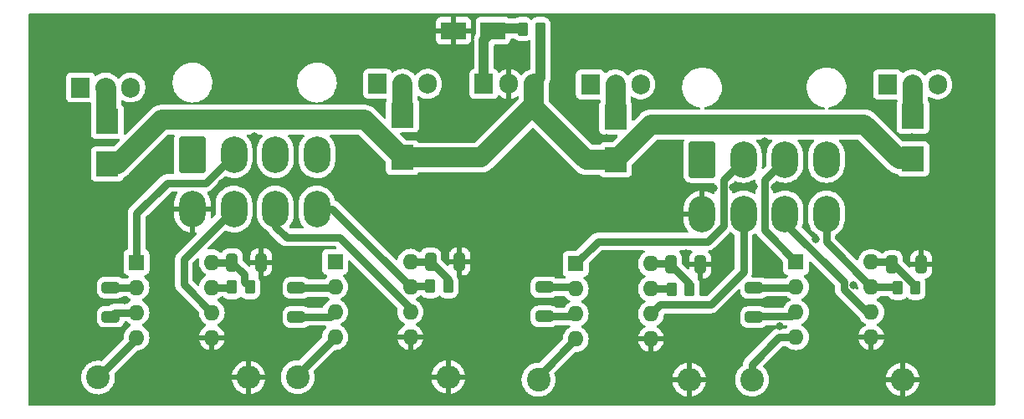
<source format=gbr>
%TF.GenerationSoftware,KiCad,Pcbnew,(6.0.1)*%
%TF.CreationDate,2022-11-02T05:09:56+00:00*%
%TF.ProjectId,Peak-And-Hold,5065616b-2d41-46e6-942d-486f6c642e6b,rev?*%
%TF.SameCoordinates,Original*%
%TF.FileFunction,Copper,L1,Top*%
%TF.FilePolarity,Positive*%
%FSLAX46Y46*%
G04 Gerber Fmt 4.6, Leading zero omitted, Abs format (unit mm)*
G04 Created by KiCad (PCBNEW (6.0.1)) date 2022-11-02 05:09:56*
%MOMM*%
%LPD*%
G01*
G04 APERTURE LIST*
G04 Aperture macros list*
%AMRoundRect*
0 Rectangle with rounded corners*
0 $1 Rounding radius*
0 $2 $3 $4 $5 $6 $7 $8 $9 X,Y pos of 4 corners*
0 Add a 4 corners polygon primitive as box body*
4,1,4,$2,$3,$4,$5,$6,$7,$8,$9,$2,$3,0*
0 Add four circle primitives for the rounded corners*
1,1,$1+$1,$2,$3*
1,1,$1+$1,$4,$5*
1,1,$1+$1,$6,$7*
1,1,$1+$1,$8,$9*
0 Add four rect primitives between the rounded corners*
20,1,$1+$1,$2,$3,$4,$5,0*
20,1,$1+$1,$4,$5,$6,$7,0*
20,1,$1+$1,$6,$7,$8,$9,0*
20,1,$1+$1,$8,$9,$2,$3,0*%
G04 Aperture macros list end*
%TA.AperFunction,SMDPad,CuDef*%
%ADD10RoundRect,0.250000X-0.325000X-0.650000X0.325000X-0.650000X0.325000X0.650000X-0.325000X0.650000X0*%
%TD*%
%TA.AperFunction,SMDPad,CuDef*%
%ADD11RoundRect,0.250000X-0.262500X-0.450000X0.262500X-0.450000X0.262500X0.450000X-0.262500X0.450000X0*%
%TD*%
%TA.AperFunction,ComponentPad*%
%ADD12R,1.600000X1.600000*%
%TD*%
%TA.AperFunction,ComponentPad*%
%ADD13O,1.600000X1.600000*%
%TD*%
%TA.AperFunction,SMDPad,CuDef*%
%ADD14RoundRect,0.250000X0.650000X-0.325000X0.650000X0.325000X-0.650000X0.325000X-0.650000X-0.325000X0*%
%TD*%
%TA.AperFunction,SMDPad,CuDef*%
%ADD15R,2.300000X2.500000*%
%TD*%
%TA.AperFunction,ComponentPad*%
%ADD16R,1.905000X2.000000*%
%TD*%
%TA.AperFunction,ComponentPad*%
%ADD17O,1.905000X2.000000*%
%TD*%
%TA.AperFunction,ComponentPad*%
%ADD18C,2.400000*%
%TD*%
%TA.AperFunction,ComponentPad*%
%ADD19O,2.400000X2.400000*%
%TD*%
%TA.AperFunction,ComponentPad*%
%ADD20RoundRect,0.250001X-1.099999X-1.599999X1.099999X-1.599999X1.099999X1.599999X-1.099999X1.599999X0*%
%TD*%
%TA.AperFunction,ComponentPad*%
%ADD21O,2.700000X3.700000*%
%TD*%
%TA.AperFunction,SMDPad,CuDef*%
%ADD22R,2.500000X1.800000*%
%TD*%
%TA.AperFunction,ViaPad*%
%ADD23C,0.800000*%
%TD*%
%TA.AperFunction,Conductor*%
%ADD24C,2.000000*%
%TD*%
%TA.AperFunction,Conductor*%
%ADD25C,0.762000*%
%TD*%
%TA.AperFunction,Conductor*%
%ADD26C,1.000000*%
%TD*%
G04 APERTURE END LIST*
D10*
%TO.P,C7,1*%
%TO.N,Net-(C7-Pad1)*%
X116381000Y-83820000D03*
%TO.P,C7,2*%
%TO.N,GND*%
X119331000Y-83820000D03*
%TD*%
D11*
%TO.P,R8,1*%
%TO.N,/5v*%
X139295500Y-86201715D03*
%TO.P,R8,2*%
%TO.N,Net-(C8-Pad1)*%
X141120500Y-86201715D03*
%TD*%
%TO.P,R6,1*%
%TO.N,/5v*%
X92001565Y-86034414D03*
%TO.P,R6,2*%
%TO.N,Net-(C6-Pad1)*%
X93826565Y-86034414D03*
%TD*%
D12*
%TO.P,U1,1,IN*%
%TO.N,/INJ1*%
X62269401Y-83607355D03*
D13*
%TO.P,U1,2,OUT*%
%TO.N,Net-(C1-Pad2)*%
X62269401Y-86147355D03*
%TO.P,U1,3,COMP*%
%TO.N,Net-(C1-Pad1)*%
X62269401Y-88687355D03*
%TO.P,U1,4,SENSE_INPUT*%
%TO.N,Net-(Q1-Pad3)*%
X62269401Y-91227355D03*
%TO.P,U1,5,SENSE_GND*%
%TO.N,GND*%
X69889401Y-91227355D03*
%TO.P,U1,6,SUPPLY_GND*%
%TO.N,/LoGND*%
X69889401Y-88687355D03*
%TO.P,U1,7,SUPPLY*%
%TO.N,/5v*%
X69889401Y-86147355D03*
%TO.P,U1,8,TIMER*%
%TO.N,Net-(C5-Pad1)*%
X69889401Y-83607355D03*
%TD*%
D10*
%TO.P,C6,1*%
%TO.N,Net-(C6-Pad1)*%
X92031857Y-83544690D03*
%TO.P,C6,2*%
%TO.N,GND*%
X94981857Y-83544690D03*
%TD*%
D14*
%TO.P,C3,1*%
%TO.N,Net-(C3-Pad1)*%
X103574455Y-89083605D03*
%TO.P,C3,2*%
%TO.N,Net-(C3-Pad2)*%
X103574455Y-86133605D03*
%TD*%
D11*
%TO.P,R7,1*%
%TO.N,/5v*%
X116435500Y-86360000D03*
%TO.P,R7,2*%
%TO.N,Net-(C7-Pad1)*%
X118260500Y-86360000D03*
%TD*%
D10*
%TO.P,C5,1*%
%TO.N,Net-(C5-Pad1)*%
X71944909Y-83609360D03*
%TO.P,C5,2*%
%TO.N,GND*%
X74894909Y-83609360D03*
%TD*%
D14*
%TO.P,C1,1*%
%TO.N,Net-(C1-Pad1)*%
X59667148Y-89115342D03*
%TO.P,C1,2*%
%TO.N,Net-(C1-Pad2)*%
X59667148Y-86165342D03*
%TD*%
%TO.P,C4,1*%
%TO.N,Net-(C4-Pad1)*%
X124783006Y-89160688D03*
%TO.P,C4,2*%
%TO.N,Net-(C4-Pad2)*%
X124783006Y-86210688D03*
%TD*%
D11*
%TO.P,R9,1*%
%TO.N,Net-(D5-Pad1)*%
X101336210Y-59985040D03*
%TO.P,R9,2*%
%TO.N,Net-(D1-Pad1)*%
X103161210Y-59985040D03*
%TD*%
D15*
%TO.P,D4,1,K*%
%TO.N,Net-(D1-Pad1)*%
X140855830Y-73156909D03*
%TO.P,D4,2,A*%
%TO.N,/INJ4OUT*%
X140855830Y-68856909D03*
%TD*%
D16*
%TO.P,Q1,1,B*%
%TO.N,Net-(C1-Pad2)*%
X56616654Y-65906190D03*
D17*
%TO.P,Q1,2,C*%
%TO.N,/INJ1OUT*%
X59156654Y-65906190D03*
%TO.P,Q1,3,E*%
%TO.N,Net-(Q1-Pad3)*%
X61696654Y-65906190D03*
%TD*%
D12*
%TO.P,U2,1,IN*%
%TO.N,/INJ2*%
X82372280Y-83557863D03*
D13*
%TO.P,U2,2,OUT*%
%TO.N,Net-(C2-Pad2)*%
X82372280Y-86097863D03*
%TO.P,U2,3,COMP*%
%TO.N,Net-(C2-Pad1)*%
X82372280Y-88637863D03*
%TO.P,U2,4,SENSE_INPUT*%
%TO.N,Net-(Q2-Pad3)*%
X82372280Y-91177863D03*
%TO.P,U2,5,SENSE_GND*%
%TO.N,GND*%
X89992280Y-91177863D03*
%TO.P,U2,6,SUPPLY_GND*%
%TO.N,/LoGND*%
X89992280Y-88637863D03*
%TO.P,U2,7,SUPPLY*%
%TO.N,/5v*%
X89992280Y-86097863D03*
%TO.P,U2,8,TIMER*%
%TO.N,Net-(C6-Pad1)*%
X89992280Y-83557863D03*
%TD*%
D12*
%TO.P,U4,1,IN*%
%TO.N,/INJ4*%
X129008548Y-83571767D03*
D13*
%TO.P,U4,2,OUT*%
%TO.N,Net-(C4-Pad2)*%
X129008548Y-86111767D03*
%TO.P,U4,3,COMP*%
%TO.N,Net-(C4-Pad1)*%
X129008548Y-88651767D03*
%TO.P,U4,4,SENSE_INPUT*%
%TO.N,Net-(Q4-Pad3)*%
X129008548Y-91191767D03*
%TO.P,U4,5,SENSE_GND*%
%TO.N,GND*%
X136628548Y-91191767D03*
%TO.P,U4,6,SUPPLY_GND*%
%TO.N,/LoGND*%
X136628548Y-88651767D03*
%TO.P,U4,7,SUPPLY*%
%TO.N,/5v*%
X136628548Y-86111767D03*
%TO.P,U4,8,TIMER*%
%TO.N,Net-(C8-Pad1)*%
X136628548Y-83571767D03*
%TD*%
D18*
%TO.P,R4,1*%
%TO.N,Net-(Q4-Pad3)*%
X124557963Y-95466909D03*
D19*
%TO.P,R4,2*%
%TO.N,GND*%
X139797963Y-95466909D03*
%TD*%
D15*
%TO.P,D3,1,K*%
%TO.N,Net-(D1-Pad1)*%
X110746472Y-73240610D03*
%TO.P,D3,2,A*%
%TO.N,/INJ3OUT*%
X110746472Y-68940610D03*
%TD*%
D14*
%TO.P,C2,1*%
%TO.N,Net-(C2-Pad1)*%
X78473030Y-89142883D03*
%TO.P,C2,2*%
%TO.N,Net-(C2-Pad2)*%
X78473030Y-86192883D03*
%TD*%
D11*
%TO.P,R5,1*%
%TO.N,/5v*%
X71927791Y-86138603D03*
%TO.P,R5,2*%
%TO.N,Net-(C5-Pad1)*%
X73752791Y-86138603D03*
%TD*%
D16*
%TO.P,Q5,1,B*%
%TO.N,Net-(D5-Pad1)*%
X97417963Y-65555490D03*
D17*
%TO.P,Q5,2,C*%
%TO.N,GND*%
X99957963Y-65555490D03*
%TO.P,Q5,3,E*%
%TO.N,Net-(D1-Pad1)*%
X102497963Y-65555490D03*
%TD*%
D15*
%TO.P,D1,1,K*%
%TO.N,Net-(D1-Pad1)*%
X59315641Y-73642465D03*
%TO.P,D1,2,A*%
%TO.N,/INJ1OUT*%
X59315641Y-69342465D03*
%TD*%
D20*
%TO.P,J1,1,1*%
%TO.N,/INJ1OUT*%
X67933527Y-72715678D03*
D21*
%TO.P,J1,2,2*%
%TO.N,/INJ1*%
X72133527Y-72715678D03*
%TO.P,J1,3,3*%
%TO.N,/INJ2*%
X76333527Y-72715678D03*
%TO.P,J1,4,4*%
%TO.N,/INJ2OUT*%
X80533527Y-72715678D03*
%TO.P,J1,5,5*%
%TO.N,GND*%
X67933527Y-78215678D03*
%TO.P,J1,6,6*%
%TO.N,/LoGND*%
X72133527Y-78215678D03*
%TO.P,J1,7,7*%
X76333527Y-78215678D03*
%TO.P,J1,8,8*%
%TO.N,/5v*%
X80533527Y-78215678D03*
%TD*%
D18*
%TO.P,R2,1*%
%TO.N,Net-(Q2-Pad3)*%
X78578415Y-95229268D03*
D19*
%TO.P,R2,2*%
%TO.N,GND*%
X93818415Y-95229268D03*
%TD*%
D18*
%TO.P,R1,1*%
%TO.N,Net-(Q1-Pad3)*%
X58377270Y-95267591D03*
D19*
%TO.P,R1,2*%
%TO.N,GND*%
X73617270Y-95267591D03*
%TD*%
D15*
%TO.P,D2,1,K*%
%TO.N,Net-(D1-Pad1)*%
X89186957Y-73015381D03*
%TO.P,D2,2,A*%
%TO.N,/INJ2OUT*%
X89186957Y-68715381D03*
%TD*%
D20*
%TO.P,J2,1,1*%
%TO.N,/INJ3OUT*%
X119502787Y-73201648D03*
D21*
%TO.P,J2,2,2*%
%TO.N,/INJ3*%
X123702787Y-73201648D03*
%TO.P,J2,3,3*%
%TO.N,/INJ4*%
X127902787Y-73201648D03*
%TO.P,J2,4,4*%
%TO.N,/INJ4OUT*%
X132102787Y-73201648D03*
%TO.P,J2,5,5*%
%TO.N,GND*%
X119502787Y-78701648D03*
%TO.P,J2,6,6*%
%TO.N,/LoGND*%
X123702787Y-78701648D03*
%TO.P,J2,7,7*%
X127902787Y-78701648D03*
%TO.P,J2,8,8*%
%TO.N,/5v*%
X132102787Y-78701648D03*
%TD*%
D12*
%TO.P,U3,1,IN*%
%TO.N,/INJ3*%
X106716249Y-83755460D03*
D13*
%TO.P,U3,2,OUT*%
%TO.N,Net-(C3-Pad2)*%
X106716249Y-86295460D03*
%TO.P,U3,3,COMP*%
%TO.N,Net-(C3-Pad1)*%
X106716249Y-88835460D03*
%TO.P,U3,4,SENSE_INPUT*%
%TO.N,Net-(Q3-Pad3)*%
X106716249Y-91375460D03*
%TO.P,U3,5,SENSE_GND*%
%TO.N,GND*%
X114336249Y-91375460D03*
%TO.P,U3,6,SUPPLY_GND*%
%TO.N,/LoGND*%
X114336249Y-88835460D03*
%TO.P,U3,7,SUPPLY*%
%TO.N,/5v*%
X114336249Y-86295460D03*
%TO.P,U3,8,TIMER*%
%TO.N,Net-(C7-Pad1)*%
X114336249Y-83755460D03*
%TD*%
D22*
%TO.P,D5,1,K*%
%TO.N,Net-(D5-Pad1)*%
X98362548Y-60152419D03*
%TO.P,D5,2,A*%
%TO.N,GND*%
X94362548Y-60152419D03*
%TD*%
D16*
%TO.P,Q4,1,B*%
%TO.N,Net-(C4-Pad2)*%
X138279781Y-65601430D03*
D17*
%TO.P,Q4,2,C*%
%TO.N,/INJ4OUT*%
X140819781Y-65601430D03*
%TO.P,Q4,3,E*%
%TO.N,Net-(Q4-Pad3)*%
X143359781Y-65601430D03*
%TD*%
D10*
%TO.P,C8,1*%
%TO.N,Net-(C8-Pad1)*%
X138733000Y-83820000D03*
%TO.P,C8,2*%
%TO.N,GND*%
X141683000Y-83820000D03*
%TD*%
D16*
%TO.P,Q3,1,B*%
%TO.N,Net-(C3-Pad2)*%
X108211612Y-65595248D03*
D17*
%TO.P,Q3,2,C*%
%TO.N,/INJ3OUT*%
X110751612Y-65595248D03*
%TO.P,Q3,3,E*%
%TO.N,Net-(Q3-Pad3)*%
X113291612Y-65595248D03*
%TD*%
D18*
%TO.P,R3,1*%
%TO.N,Net-(Q3-Pad3)*%
X102955421Y-95502172D03*
D19*
%TO.P,R3,2*%
%TO.N,GND*%
X118195421Y-95502172D03*
%TD*%
D16*
%TO.P,Q2,1,B*%
%TO.N,Net-(C2-Pad2)*%
X86653139Y-65544363D03*
D17*
%TO.P,Q2,2,C*%
%TO.N,/INJ2OUT*%
X89193139Y-65544363D03*
%TO.P,Q2,3,E*%
%TO.N,Net-(Q2-Pad3)*%
X91733139Y-65544363D03*
%TD*%
D23*
%TO.N,GND*%
X61082303Y-87412186D03*
X105177376Y-87560967D03*
X104749630Y-90759766D03*
X109878170Y-71050653D03*
X105712292Y-62886276D03*
X99277499Y-62867679D03*
X94776863Y-62997862D03*
X67133636Y-81360853D03*
X74154256Y-80353479D03*
X78468915Y-79770752D03*
X70881066Y-75629671D03*
X131029494Y-81258566D03*
X101341840Y-62979265D03*
X130298878Y-67691566D03*
X116378522Y-65989879D03*
X121344100Y-67579980D03*
X134176492Y-67552083D03*
X140787963Y-70955457D03*
X134829618Y-85924372D03*
X106423420Y-81925874D03*
X127409148Y-90108848D03*
X127095196Y-84568951D03*
X122668484Y-75997633D03*
X124704929Y-75969737D03*
X74212257Y-76527667D03*
X57048816Y-68168014D03*
X78675698Y-67126545D03*
X69804609Y-67098648D03*
X64504274Y-65871202D03*
X130535765Y-89799778D03*
X108148820Y-90050847D03*
X84255465Y-89716089D03*
X63751535Y-89967157D03*
X63760367Y-85124673D03*
X68359257Y-84851100D03*
X67894166Y-89841623D03*
X64965033Y-96494939D03*
X132753770Y-96487849D03*
X134822061Y-91968615D03*
X134734422Y-89262654D03*
X135033726Y-77392692D03*
X110366592Y-78348030D03*
X76714110Y-82541805D03*
X142901123Y-96683124D03*
X142712822Y-93607534D03*
X138690376Y-92191787D03*
X136421460Y-94907047D03*
X121058161Y-96557590D03*
X120995394Y-93921370D03*
X119991120Y-91724520D03*
X116789996Y-91787288D03*
X114467612Y-94046904D03*
X96767280Y-97310795D03*
X96641746Y-93607534D03*
X95637472Y-91661753D03*
X92561882Y-91661753D03*
X89486293Y-93733069D03*
X70279550Y-96934193D03*
X76242428Y-97122494D03*
X76179661Y-93419233D03*
X75300921Y-91850055D03*
X72476400Y-91850055D03*
X90529478Y-77725236D03*
X80508035Y-82653391D03*
X126860468Y-76005397D03*
X128513502Y-93447130D03*
X53409042Y-95799806D03*
X108487761Y-80084704D03*
X108562152Y-84083203D03*
X53451272Y-80174593D03*
X137742957Y-60495272D03*
X84059723Y-65982788D03*
X146442400Y-95926496D03*
X80439668Y-87700242D03*
X125722157Y-65161818D03*
X140481102Y-92247580D03*
X125421406Y-82498410D03*
X112886577Y-90222642D03*
X130740339Y-86521706D03*
X125679927Y-67484484D03*
X71878716Y-88176898D03*
X146273478Y-79118836D03*
X89473721Y-95588654D03*
X145766715Y-60495272D03*
X71514618Y-60998327D03*
X144309284Y-84469527D03*
X102438424Y-71939684D03*
X98655006Y-83758747D03*
X62150715Y-60072969D03*
X138188239Y-87579565D03*
X136402862Y-96673825D03*
X122807966Y-87802737D03*
X108776492Y-96243871D03*
X114854133Y-60157430D03*
X124060339Y-91787927D03*
X84031826Y-75658459D03*
X112849381Y-85033892D03*
X128018763Y-61568436D03*
X146062327Y-87987200D03*
X139067679Y-75437495D03*
X84310791Y-78299328D03*
X84990073Y-85554627D03*
X59236824Y-76289406D03*
X98215393Y-68265648D03*
X86988856Y-67823958D03*
X90875768Y-70841663D03*
X120694844Y-76118012D03*
X80242593Y-90571903D03*
X76772290Y-60681600D03*
X84124815Y-71492581D03*
X98823927Y-90881591D03*
X64790329Y-78543306D03*
X60431384Y-90796962D03*
X126781907Y-87629381D03*
X92134230Y-60241890D03*
X60524372Y-81981667D03*
X124218036Y-61188363D03*
X141057551Y-80330957D03*
X53577963Y-88578424D03*
X125846941Y-71345987D03*
X71103539Y-81357042D03*
X106281381Y-75022496D03*
X119948016Y-86279829D03*
X74204301Y-70896008D03*
X86179757Y-59946278D03*
X117845885Y-82726227D03*
X74201187Y-64739515D03*
X64076527Y-73482532D03*
X115056305Y-67517096D03*
X103029648Y-80976969D03*
X110338696Y-76060517D03*
X74201187Y-67019951D03*
X98457931Y-95329850D03*
X53873575Y-69954860D03*
X115862422Y-71892216D03*
X135673672Y-75233648D03*
X115415860Y-77287963D03*
X146780242Y-70039321D03*
X70258933Y-95419733D03*
X115555342Y-79435994D03*
X107886133Y-60157430D03*
X130154432Y-75808323D03*
X57632072Y-84059781D03*
X98176395Y-77987272D03*
X84171776Y-96202026D03*
X115614278Y-74895806D03*
X122148216Y-83267114D03*
X136268730Y-65906190D03*
X106408072Y-68392339D03*
X54338109Y-59946278D03*
X114516290Y-95461963D03*
%TD*%
D24*
%TO.N,/INJ1OUT*%
X59224654Y-69251478D02*
X59315641Y-69342465D01*
X59156654Y-65906190D02*
X59224654Y-65974190D01*
X59224654Y-65974190D02*
X59224654Y-69251478D01*
%TO.N,Net-(D1-Pad1)*%
X85353725Y-69182149D02*
X89186957Y-73015381D01*
X60371651Y-73642465D02*
X64831967Y-69182149D01*
X64831967Y-69182149D02*
X85353725Y-69182149D01*
X59315641Y-73642465D02*
X60371651Y-73642465D01*
D25*
%TO.N,Net-(Q3-Pad3)*%
X102955421Y-95136288D02*
X106716249Y-91375460D01*
X102955421Y-95502172D02*
X102955421Y-95136288D01*
%TO.N,Net-(C8-Pad1)*%
X141120500Y-86029720D02*
X141120500Y-86201715D01*
X138910780Y-83820000D02*
X141120500Y-86029720D01*
X138733000Y-83820000D02*
X138910780Y-83820000D01*
%TO.N,Net-(C7-Pad1)*%
X118260500Y-85775896D02*
X118260500Y-86360000D01*
X116381000Y-83896396D02*
X118260500Y-85775896D01*
X116381000Y-83820000D02*
X116381000Y-83896396D01*
%TO.N,Net-(C6-Pad1)*%
X93826565Y-85339398D02*
X93826565Y-86034414D01*
X92031857Y-83544690D02*
X93826565Y-85339398D01*
%TO.N,/INJ4*%
X125823733Y-80359056D02*
X129008548Y-83543871D01*
X129008548Y-83543871D02*
X129008548Y-83571767D01*
X125823733Y-75280702D02*
X125823733Y-80359056D01*
X127902787Y-73201648D02*
X125823733Y-75280702D01*
%TO.N,/INJ1*%
X65390381Y-75567679D02*
X62269401Y-78688659D01*
X69281526Y-75567679D02*
X65390381Y-75567679D01*
X72133527Y-72715678D02*
X69281526Y-75567679D01*
X62269401Y-78688659D02*
X62269401Y-83607355D01*
%TO.N,/LoGND*%
X89992280Y-88286397D02*
X89992280Y-88637863D01*
X77462433Y-81088978D02*
X82794861Y-81088978D01*
X82794861Y-81088978D02*
X89992280Y-88286397D01*
X76333527Y-79960072D02*
X77462433Y-81088978D01*
X76333527Y-78215678D02*
X76333527Y-79960072D01*
%TO.N,/5v*%
X82110095Y-78215678D02*
X89992280Y-86097863D01*
X80533527Y-78215678D02*
X82110095Y-78215678D01*
X132083362Y-81566581D02*
X136628548Y-86111767D01*
X132083362Y-81491927D02*
X132083362Y-81566581D01*
X132102787Y-81472502D02*
X132083362Y-81491927D01*
X132102787Y-78701648D02*
X132102787Y-81472502D01*
%TO.N,/LoGND*%
X127902787Y-79656867D02*
X127902787Y-78701648D01*
X133849107Y-85603187D02*
X127902787Y-79656867D01*
X133849107Y-86330514D02*
X133849107Y-85603187D01*
X136170360Y-88651767D02*
X133849107Y-86330514D01*
X136628548Y-88651767D02*
X136170360Y-88651767D01*
%TO.N,/INJ3*%
X108958907Y-81512802D02*
X106716249Y-83755460D01*
X120050602Y-81512802D02*
X108958907Y-81512802D01*
X121675355Y-79888049D02*
X120050602Y-81512802D01*
X121675355Y-75229080D02*
X121675355Y-79888049D01*
X123702787Y-73201648D02*
X121675355Y-75229080D01*
D26*
%TO.N,Net-(D5-Pad1)*%
X97434122Y-61080845D02*
X98362548Y-60152419D01*
X97434122Y-65539331D02*
X97434122Y-61080845D01*
X97417963Y-65555490D02*
X97434122Y-65539331D01*
%TO.N,Net-(D1-Pad1)*%
X103161210Y-64892243D02*
X102497963Y-65555490D01*
X103161210Y-59985040D02*
X103161210Y-64892243D01*
%TO.N,Net-(D5-Pad1)*%
X98362548Y-60152419D02*
X98557823Y-59957144D01*
X98557823Y-59957144D02*
X101308314Y-59957144D01*
X101308314Y-59957144D02*
X101336210Y-59985040D01*
D25*
%TO.N,Net-(C8-Pad1)*%
X136650214Y-83593433D02*
X138506433Y-83593433D01*
%TO.N,/5v*%
X139227218Y-86133433D02*
X139295500Y-86201715D01*
X136628548Y-86111767D02*
X136650214Y-86133433D01*
%TO.N,Net-(Q4-Pad3)*%
X127299217Y-91191767D02*
X129008548Y-91191767D01*
X124557963Y-93933021D02*
X127299217Y-91191767D01*
X124557963Y-95466909D02*
X124557963Y-93933021D01*
%TO.N,Net-(C4-Pad1)*%
X128560900Y-89099415D02*
X129008548Y-88651767D01*
X124844279Y-89099415D02*
X128560900Y-89099415D01*
X124783006Y-89160688D02*
X124844279Y-89099415D01*
%TO.N,Net-(C8-Pad1)*%
X136628548Y-83571767D02*
X136650214Y-83593433D01*
%TO.N,Net-(C4-Pad2)*%
X128970900Y-86149415D02*
X129008548Y-86111767D01*
X124844279Y-86149415D02*
X128970900Y-86149415D01*
X124783006Y-86210688D02*
X124844279Y-86149415D01*
%TO.N,/5v*%
X136650214Y-86133433D02*
X139227218Y-86133433D01*
%TO.N,Net-(C8-Pad1)*%
X138506433Y-83593433D02*
X138733000Y-83820000D01*
%TO.N,Net-(C1-Pad1)*%
X62269401Y-88687355D02*
X60095135Y-88687355D01*
X60095135Y-88687355D02*
X59667148Y-89115342D01*
%TO.N,Net-(C1-Pad2)*%
X59685135Y-86147355D02*
X59667148Y-86165342D01*
X62269401Y-86147355D02*
X59685135Y-86147355D01*
%TO.N,Net-(C2-Pad1)*%
X78473030Y-89142883D02*
X81867260Y-89142883D01*
X81867260Y-89142883D02*
X82372280Y-88637863D01*
%TO.N,Net-(C2-Pad2)*%
X78473030Y-86192883D02*
X82277260Y-86192883D01*
X82277260Y-86192883D02*
X82372280Y-86097863D01*
%TO.N,Net-(C3-Pad1)*%
X103574455Y-89083605D02*
X106468104Y-89083605D01*
X106468104Y-89083605D02*
X106716249Y-88835460D01*
%TO.N,Net-(C3-Pad2)*%
X106554394Y-86133605D02*
X106716249Y-86295460D01*
X103574455Y-86133605D02*
X106554394Y-86133605D01*
%TO.N,Net-(C5-Pad1)*%
X71944909Y-83609360D02*
X73169429Y-84833880D01*
X73169429Y-84833880D02*
X73169429Y-85555241D01*
X71942904Y-83607355D02*
X71944909Y-83609360D01*
X73169429Y-85555241D02*
X73752791Y-86138603D01*
X69889401Y-83607355D02*
X71942904Y-83607355D01*
%TO.N,Net-(C6-Pad1)*%
X92031857Y-83544690D02*
X90005453Y-83544690D01*
X90005453Y-83544690D02*
X89992280Y-83557863D01*
%TO.N,Net-(C7-Pad1)*%
X114336249Y-83755460D02*
X116316460Y-83755460D01*
X116316460Y-83755460D02*
X116381000Y-83820000D01*
D24*
%TO.N,Net-(D1-Pad1)*%
X102497963Y-65555490D02*
X102497963Y-67953963D01*
X140855830Y-73156909D02*
X139443544Y-73156909D01*
X135934756Y-69648121D02*
X114338961Y-69648121D01*
X107784610Y-73240610D02*
X110746472Y-73240610D01*
X102497963Y-65555490D02*
X102497963Y-67682037D01*
X97164619Y-73015381D02*
X89186957Y-73015381D01*
X114338961Y-69648121D02*
X110746472Y-73240610D01*
X139443544Y-73156909D02*
X135934756Y-69648121D01*
X102497963Y-67953963D02*
X107784610Y-73240610D01*
X102497963Y-67682037D02*
X97164619Y-73015381D01*
%TO.N,/INJ2OUT*%
X89193139Y-65544363D02*
X89193139Y-68709199D01*
X89193139Y-68709199D02*
X89186957Y-68715381D01*
%TO.N,/INJ3OUT*%
X110751612Y-68935470D02*
X110746472Y-68940610D01*
X110751612Y-65595248D02*
X110751612Y-68935470D01*
%TO.N,/INJ4OUT*%
X140819781Y-65601430D02*
X140819781Y-68820860D01*
X140819781Y-68820860D02*
X140855830Y-68856909D01*
D25*
%TO.N,Net-(Q1-Pad3)*%
X62269401Y-91227355D02*
X62269401Y-91375460D01*
X62269401Y-91375460D02*
X58377270Y-95267591D01*
%TO.N,Net-(Q2-Pad3)*%
X78578415Y-94971728D02*
X82372280Y-91177863D01*
X78578415Y-95229268D02*
X78578415Y-94971728D01*
%TO.N,/5v*%
X116435500Y-86360000D02*
X116370960Y-86295460D01*
X92001565Y-86034414D02*
X90055729Y-86034414D01*
X69889401Y-86147355D02*
X71919039Y-86147355D01*
X116370960Y-86295460D02*
X114336249Y-86295460D01*
X90055729Y-86034414D02*
X89992280Y-86097863D01*
X71919039Y-86147355D02*
X71927791Y-86138603D01*
%TO.N,/LoGND*%
X123702787Y-78701648D02*
X123702787Y-84577213D01*
X67056000Y-83293205D02*
X67056000Y-85853954D01*
X72133527Y-78215678D02*
X67056000Y-83293205D01*
X123702787Y-84577213D02*
X120396000Y-87884000D01*
X120396000Y-87884000D02*
X115287709Y-87884000D01*
X115287709Y-87884000D02*
X114336249Y-88835460D01*
X67056000Y-85853954D02*
X69889401Y-88687355D01*
%TD*%
%TA.AperFunction,Conductor*%
%TO.N,GND*%
G36*
X149166559Y-58440002D02*
G01*
X149213052Y-58493658D01*
X149224438Y-58546000D01*
X149224438Y-97956470D01*
X149204436Y-98024591D01*
X149150780Y-98071084D01*
X149098438Y-98082470D01*
X51434000Y-98082470D01*
X51365879Y-98062468D01*
X51319386Y-98008812D01*
X51308000Y-97956470D01*
X51308000Y-66954324D01*
X55155654Y-66954324D01*
X55162409Y-67016506D01*
X55213539Y-67152895D01*
X55300893Y-67269451D01*
X55417449Y-67356805D01*
X55553838Y-67407935D01*
X55616020Y-67414690D01*
X57590154Y-67414690D01*
X57658275Y-67434692D01*
X57704768Y-67488348D01*
X57716154Y-67540690D01*
X57716154Y-67819909D01*
X57708136Y-67864139D01*
X57663896Y-67982149D01*
X57657141Y-68044331D01*
X57657141Y-70640599D01*
X57663896Y-70702781D01*
X57715026Y-70839170D01*
X57802380Y-70955726D01*
X57918936Y-71043080D01*
X58055325Y-71094210D01*
X58117507Y-71100965D01*
X60475620Y-71100965D01*
X60543741Y-71120967D01*
X60590234Y-71174623D01*
X60600338Y-71244897D01*
X60570844Y-71309477D01*
X60564715Y-71316060D01*
X60033715Y-71847060D01*
X59971403Y-71881086D01*
X59944620Y-71883965D01*
X58117507Y-71883965D01*
X58055325Y-71890720D01*
X57918936Y-71941850D01*
X57802380Y-72029204D01*
X57715026Y-72145760D01*
X57663896Y-72282149D01*
X57657141Y-72344331D01*
X57657141Y-74940599D01*
X57663896Y-75002781D01*
X57715026Y-75139170D01*
X57802380Y-75255726D01*
X57918936Y-75343080D01*
X58055325Y-75394210D01*
X58117507Y-75400965D01*
X60513775Y-75400965D01*
X60575957Y-75394210D01*
X60712346Y-75343080D01*
X60828902Y-75255726D01*
X60916256Y-75139170D01*
X60936984Y-75083878D01*
X60979625Y-75027113D01*
X61005735Y-75012123D01*
X61007015Y-75011580D01*
X61057777Y-74990033D01*
X61068152Y-74985629D01*
X61068153Y-74985629D01*
X61072807Y-74983653D01*
X61100607Y-74966146D01*
X61112511Y-74959520D01*
X61142039Y-74945119D01*
X61148447Y-74940599D01*
X61206248Y-74899824D01*
X61211737Y-74896164D01*
X61273937Y-74856994D01*
X61273938Y-74856993D01*
X61278218Y-74854298D01*
X61282007Y-74850957D01*
X61282013Y-74850953D01*
X61302868Y-74832567D01*
X61313563Y-74824121D01*
X61327098Y-74814573D01*
X61340398Y-74805191D01*
X61361901Y-74785556D01*
X61401617Y-74745840D01*
X61407387Y-74740421D01*
X61456509Y-74697115D01*
X61456512Y-74697112D01*
X61460306Y-74693767D01*
X61466779Y-74685887D01*
X61486829Y-74661478D01*
X61495099Y-74652358D01*
X65419904Y-70727554D01*
X65482216Y-70693528D01*
X65508999Y-70690649D01*
X66000798Y-70690649D01*
X66068919Y-70710651D01*
X66115412Y-70764307D01*
X66125516Y-70834581D01*
X66120391Y-70856316D01*
X66105019Y-70902661D01*
X66085730Y-70960817D01*
X66085030Y-70967653D01*
X66085029Y-70967656D01*
X66080618Y-71010709D01*
X66075027Y-71065278D01*
X66075027Y-74366078D01*
X66075364Y-74369324D01*
X66075364Y-74369328D01*
X66084258Y-74455043D01*
X66086001Y-74471843D01*
X66088181Y-74478378D01*
X66088183Y-74478386D01*
X66099499Y-74512302D01*
X66102085Y-74583251D01*
X66065902Y-74644335D01*
X66002438Y-74676161D01*
X65979976Y-74678179D01*
X65470306Y-74678179D01*
X65450595Y-74676628D01*
X65443708Y-74675537D01*
X65443706Y-74675537D01*
X65437191Y-74674505D01*
X65430604Y-74674850D01*
X65430599Y-74674850D01*
X65370389Y-74678006D01*
X65363795Y-74678179D01*
X65343761Y-74678179D01*
X65340487Y-74678523D01*
X65340488Y-74678523D01*
X65323835Y-74680273D01*
X65317261Y-74680790D01*
X65257062Y-74683945D01*
X65257059Y-74683945D01*
X65250466Y-74684291D01*
X65244087Y-74686000D01*
X65244088Y-74686000D01*
X65237358Y-74687803D01*
X65217925Y-74691404D01*
X65210995Y-74692133D01*
X65210991Y-74692134D01*
X65204425Y-74692824D01*
X65140789Y-74713501D01*
X65134482Y-74715369D01*
X65069856Y-74732685D01*
X65063969Y-74735685D01*
X65063968Y-74735685D01*
X65057766Y-74738845D01*
X65039502Y-74746410D01*
X65032885Y-74748560D01*
X65032880Y-74748562D01*
X65026596Y-74750604D01*
X64972817Y-74781653D01*
X64968657Y-74784055D01*
X64962862Y-74787201D01*
X64909143Y-74814573D01*
X64909140Y-74814575D01*
X64903256Y-74817573D01*
X64898122Y-74821730D01*
X64898121Y-74821731D01*
X64892710Y-74826112D01*
X64876425Y-74837305D01*
X64864666Y-74844094D01*
X64859759Y-74848512D01*
X64859758Y-74848513D01*
X64814957Y-74888852D01*
X64809942Y-74893136D01*
X64804031Y-74897923D01*
X64794375Y-74905742D01*
X64780228Y-74919889D01*
X64775444Y-74924430D01*
X64738369Y-74957813D01*
X64725712Y-74969209D01*
X64717729Y-74980197D01*
X64704892Y-74995225D01*
X61696947Y-78003170D01*
X61681919Y-78016007D01*
X61670931Y-78023990D01*
X61666518Y-78028892D01*
X61666516Y-78028893D01*
X61626152Y-78073722D01*
X61621611Y-78078506D01*
X61607464Y-78092653D01*
X61605387Y-78095218D01*
X61594864Y-78108213D01*
X61590576Y-78113234D01*
X61550231Y-78158040D01*
X61550228Y-78158044D01*
X61545816Y-78162944D01*
X61542520Y-78168654D01*
X61542517Y-78168657D01*
X61539026Y-78174704D01*
X61527833Y-78190989D01*
X61519294Y-78201534D01*
X61488924Y-78261139D01*
X61485777Y-78266935D01*
X61452326Y-78324874D01*
X61450285Y-78331156D01*
X61448132Y-78337782D01*
X61440568Y-78356043D01*
X61434407Y-78368135D01*
X61432697Y-78374518D01*
X61417092Y-78432753D01*
X61415219Y-78439077D01*
X61394546Y-78502703D01*
X61393856Y-78509270D01*
X61393855Y-78509274D01*
X61393129Y-78516188D01*
X61389526Y-78535631D01*
X61386012Y-78548744D01*
X61385666Y-78555341D01*
X61385666Y-78555343D01*
X61382511Y-78615546D01*
X61381994Y-78622120D01*
X61379901Y-78642039D01*
X61379901Y-78662066D01*
X61379728Y-78668660D01*
X61376227Y-78735469D01*
X61377259Y-78741984D01*
X61377259Y-78741986D01*
X61378350Y-78748873D01*
X61379901Y-78768584D01*
X61379901Y-82210479D01*
X61359899Y-82278600D01*
X61306243Y-82325093D01*
X61298130Y-82328461D01*
X61231106Y-82353587D01*
X61231105Y-82353588D01*
X61222696Y-82356740D01*
X61106140Y-82444094D01*
X61018786Y-82560650D01*
X60967656Y-82697039D01*
X60960901Y-82759221D01*
X60960901Y-84455489D01*
X60967656Y-84517671D01*
X61018786Y-84654060D01*
X61106140Y-84770616D01*
X61222696Y-84857970D01*
X61359085Y-84909100D01*
X61369875Y-84910272D01*
X61372007Y-84911158D01*
X61374623Y-84911780D01*
X61374522Y-84912203D01*
X61435436Y-84937510D01*
X61475864Y-84995872D01*
X61478323Y-85066826D01*
X61442030Y-85127845D01*
X61433370Y-85134844D01*
X61429608Y-85138001D01*
X61425101Y-85141157D01*
X61345308Y-85220950D01*
X61282996Y-85254976D01*
X61256213Y-85257855D01*
X60853449Y-85257855D01*
X60787333Y-85239115D01*
X60646116Y-85152067D01*
X60646114Y-85152066D01*
X60639886Y-85148227D01*
X60527984Y-85111111D01*
X60478537Y-85094710D01*
X60478535Y-85094710D01*
X60472009Y-85092545D01*
X60465173Y-85091845D01*
X60465170Y-85091844D01*
X60414757Y-85086679D01*
X60367548Y-85081842D01*
X58966748Y-85081842D01*
X58963502Y-85082179D01*
X58963498Y-85082179D01*
X58867840Y-85092104D01*
X58867836Y-85092105D01*
X58860982Y-85092816D01*
X58854446Y-85094997D01*
X58854444Y-85094997D01*
X58739550Y-85133329D01*
X58693202Y-85148792D01*
X58542800Y-85241864D01*
X58537627Y-85247046D01*
X58517242Y-85267467D01*
X58417843Y-85367039D01*
X58414003Y-85373269D01*
X58414002Y-85373270D01*
X58344454Y-85486098D01*
X58325033Y-85517604D01*
X58300025Y-85593002D01*
X58279878Y-85653744D01*
X58269351Y-85685481D01*
X58268651Y-85692317D01*
X58268650Y-85692320D01*
X58267513Y-85703422D01*
X58258648Y-85789942D01*
X58258648Y-86540742D01*
X58258985Y-86543988D01*
X58258985Y-86543992D01*
X58268872Y-86639275D01*
X58269622Y-86646508D01*
X58271803Y-86653044D01*
X58271803Y-86653046D01*
X58304025Y-86749625D01*
X58325598Y-86814288D01*
X58418670Y-86964690D01*
X58543845Y-87089647D01*
X58550075Y-87093487D01*
X58550076Y-87093488D01*
X58687238Y-87178036D01*
X58694410Y-87182457D01*
X58719971Y-87190935D01*
X58855759Y-87235974D01*
X58855761Y-87235974D01*
X58862287Y-87238139D01*
X58869123Y-87238839D01*
X58869126Y-87238840D01*
X58908891Y-87242914D01*
X58966748Y-87248842D01*
X60367548Y-87248842D01*
X60370794Y-87248505D01*
X60370798Y-87248505D01*
X60466456Y-87238580D01*
X60466460Y-87238579D01*
X60473314Y-87237868D01*
X60479850Y-87235687D01*
X60479852Y-87235687D01*
X60625541Y-87187081D01*
X60641094Y-87181892D01*
X60772882Y-87100339D01*
X60785270Y-87092673D01*
X60785271Y-87092672D01*
X60791496Y-87088820D01*
X60806454Y-87073836D01*
X60868735Y-87039758D01*
X60895625Y-87036855D01*
X61256213Y-87036855D01*
X61324334Y-87056857D01*
X61345308Y-87073760D01*
X61425101Y-87153553D01*
X61429609Y-87156710D01*
X61429612Y-87156712D01*
X61500577Y-87206402D01*
X61612652Y-87284878D01*
X61617634Y-87287201D01*
X61617639Y-87287204D01*
X61651858Y-87303160D01*
X61705143Y-87350077D01*
X61724604Y-87418354D01*
X61704062Y-87486314D01*
X61651858Y-87531550D01*
X61617639Y-87547506D01*
X61617634Y-87547509D01*
X61612652Y-87549832D01*
X61507790Y-87623257D01*
X61429612Y-87677998D01*
X61429609Y-87678000D01*
X61425101Y-87681157D01*
X61345308Y-87760950D01*
X61282996Y-87794976D01*
X61256213Y-87797855D01*
X60175060Y-87797855D01*
X60155349Y-87796304D01*
X60148462Y-87795213D01*
X60148460Y-87795213D01*
X60141945Y-87794181D01*
X60135358Y-87794526D01*
X60135353Y-87794526D01*
X60075143Y-87797682D01*
X60068549Y-87797855D01*
X60048515Y-87797855D01*
X60045241Y-87798199D01*
X60045242Y-87798199D01*
X60028589Y-87799949D01*
X60022015Y-87800466D01*
X59961814Y-87803621D01*
X59961810Y-87803622D01*
X59955220Y-87803967D01*
X59948845Y-87805675D01*
X59948840Y-87805676D01*
X59942115Y-87807478D01*
X59922672Y-87811082D01*
X59909179Y-87812500D01*
X59845521Y-87833183D01*
X59839273Y-87835035D01*
X59774611Y-87852361D01*
X59762519Y-87858522D01*
X59744260Y-87866085D01*
X59731350Y-87870280D01*
X59679160Y-87900412D01*
X59673411Y-87903731D01*
X59667615Y-87906878D01*
X59608010Y-87937248D01*
X59597465Y-87945787D01*
X59581180Y-87956980D01*
X59575133Y-87960471D01*
X59575130Y-87960474D01*
X59569420Y-87963770D01*
X59564518Y-87968184D01*
X59564511Y-87968189D01*
X59529763Y-87999477D01*
X59465756Y-88030195D01*
X59445452Y-88031842D01*
X58966748Y-88031842D01*
X58963502Y-88032179D01*
X58963498Y-88032179D01*
X58867840Y-88042104D01*
X58867836Y-88042105D01*
X58860982Y-88042816D01*
X58854446Y-88044997D01*
X58854444Y-88044997D01*
X58757957Y-88077188D01*
X58693202Y-88098792D01*
X58542800Y-88191864D01*
X58417843Y-88317039D01*
X58414003Y-88323269D01*
X58414002Y-88323270D01*
X58333448Y-88453953D01*
X58325033Y-88467604D01*
X58307688Y-88519897D01*
X58274709Y-88619328D01*
X58269351Y-88635481D01*
X58268651Y-88642317D01*
X58268650Y-88642320D01*
X58266058Y-88667624D01*
X58258648Y-88739942D01*
X58258648Y-89490742D01*
X58258985Y-89493988D01*
X58258985Y-89493992D01*
X58267583Y-89576855D01*
X58269622Y-89596508D01*
X58271803Y-89603044D01*
X58271803Y-89603046D01*
X58290126Y-89657965D01*
X58325598Y-89764288D01*
X58418670Y-89914690D01*
X58543845Y-90039647D01*
X58550075Y-90043487D01*
X58550076Y-90043488D01*
X58687238Y-90128036D01*
X58694410Y-90132457D01*
X58759210Y-90153950D01*
X58855759Y-90185974D01*
X58855761Y-90185974D01*
X58862287Y-90188139D01*
X58869123Y-90188839D01*
X58869126Y-90188840D01*
X58912179Y-90193251D01*
X58966748Y-90198842D01*
X60367548Y-90198842D01*
X60370794Y-90198505D01*
X60370798Y-90198505D01*
X60466456Y-90188580D01*
X60466460Y-90188579D01*
X60473314Y-90187868D01*
X60479850Y-90185687D01*
X60479852Y-90185687D01*
X60613267Y-90141176D01*
X60641094Y-90131892D01*
X60791496Y-90038820D01*
X60804396Y-90025898D01*
X60911282Y-89918825D01*
X60916453Y-89913645D01*
X60920633Y-89906864D01*
X61005423Y-89769310D01*
X61005424Y-89769308D01*
X61009263Y-89763080D01*
X61042396Y-89663187D01*
X61082827Y-89604828D01*
X61148391Y-89577591D01*
X61161989Y-89576855D01*
X61256213Y-89576855D01*
X61324334Y-89596857D01*
X61345308Y-89613760D01*
X61425101Y-89693553D01*
X61429609Y-89696710D01*
X61429612Y-89696712D01*
X61470873Y-89725603D01*
X61612652Y-89824878D01*
X61617634Y-89827201D01*
X61617639Y-89827204D01*
X61651858Y-89843160D01*
X61705143Y-89890077D01*
X61724604Y-89958354D01*
X61704062Y-90026314D01*
X61651858Y-90071550D01*
X61617639Y-90087506D01*
X61617634Y-90087509D01*
X61612652Y-90089832D01*
X61516951Y-90156843D01*
X61429612Y-90217998D01*
X61429609Y-90218000D01*
X61425101Y-90221157D01*
X61263203Y-90383055D01*
X61260046Y-90387563D01*
X61260044Y-90387566D01*
X61224266Y-90438663D01*
X61131878Y-90570606D01*
X61129555Y-90575588D01*
X61129552Y-90575593D01*
X61037440Y-90773130D01*
X61035117Y-90778112D01*
X61033695Y-90783420D01*
X61033694Y-90783422D01*
X60989119Y-90949776D01*
X60975858Y-90999268D01*
X60955903Y-91227355D01*
X60956382Y-91232830D01*
X60967167Y-91356101D01*
X60953178Y-91425706D01*
X60930741Y-91456178D01*
X58829795Y-93557123D01*
X58767483Y-93591149D01*
X58720447Y-93592390D01*
X58531205Y-93561571D01*
X58531204Y-93561571D01*
X58526593Y-93560820D01*
X58399634Y-93559158D01*
X58277353Y-93557557D01*
X58277350Y-93557557D01*
X58272676Y-93557496D01*
X58021057Y-93591740D01*
X58016571Y-93593048D01*
X58016569Y-93593048D01*
X58002698Y-93597091D01*
X57777263Y-93662799D01*
X57773010Y-93664759D01*
X57773009Y-93664760D01*
X57746209Y-93677115D01*
X57546650Y-93769113D01*
X57505017Y-93796409D01*
X57338198Y-93905780D01*
X57338193Y-93905784D01*
X57334285Y-93908346D01*
X57291282Y-93946728D01*
X57216236Y-94013709D01*
X57144832Y-94077439D01*
X56982453Y-94272678D01*
X56850717Y-94489773D01*
X56848908Y-94494087D01*
X56848907Y-94494089D01*
X56765231Y-94693635D01*
X56752516Y-94723956D01*
X56751365Y-94728488D01*
X56751364Y-94728491D01*
X56720287Y-94850858D01*
X56690008Y-94970081D01*
X56664566Y-95222742D01*
X56664790Y-95227408D01*
X56664790Y-95227413D01*
X56665824Y-95248931D01*
X56676750Y-95476389D01*
X56700337Y-95594970D01*
X56724324Y-95715558D01*
X56726291Y-95725448D01*
X56727870Y-95729846D01*
X56727872Y-95729853D01*
X56772292Y-95853571D01*
X56812101Y-95964449D01*
X56814318Y-95968575D01*
X56929936Y-96183751D01*
X56932295Y-96188142D01*
X56935090Y-96191885D01*
X56935092Y-96191888D01*
X57081441Y-96387873D01*
X57081446Y-96387879D01*
X57084233Y-96391611D01*
X57087542Y-96394891D01*
X57087547Y-96394897D01*
X57230663Y-96536769D01*
X57264577Y-96570388D01*
X57268339Y-96573146D01*
X57268342Y-96573149D01*
X57426227Y-96688915D01*
X57469364Y-96720544D01*
X57473499Y-96722720D01*
X57473503Y-96722722D01*
X57555830Y-96766036D01*
X57694097Y-96838782D01*
X57818293Y-96882153D01*
X57928034Y-96920476D01*
X57933838Y-96922503D01*
X58183320Y-96969869D01*
X58303802Y-96974602D01*
X58432395Y-96979655D01*
X58432400Y-96979655D01*
X58437063Y-96979838D01*
X58536044Y-96968998D01*
X58684839Y-96952703D01*
X58684845Y-96952702D01*
X58689492Y-96952193D01*
X58695885Y-96950510D01*
X58930543Y-96888729D01*
X58935063Y-96887539D01*
X59054703Y-96836138D01*
X59164077Y-96789148D01*
X59164080Y-96789146D01*
X59168380Y-96787299D01*
X59172360Y-96784836D01*
X59172364Y-96784834D01*
X59380334Y-96656138D01*
X59380336Y-96656136D01*
X59384317Y-96653673D01*
X59388363Y-96650248D01*
X59574559Y-96492622D01*
X59574561Y-96492620D01*
X59578132Y-96489597D01*
X59745565Y-96298675D01*
X59754734Y-96284421D01*
X59847545Y-96140130D01*
X59882939Y-96085103D01*
X59987237Y-95853571D01*
X59988558Y-95848889D01*
X60019542Y-95739024D01*
X60056166Y-95609166D01*
X60064831Y-95541051D01*
X71930122Y-95541051D01*
X71965863Y-95720734D01*
X71968352Y-95729709D01*
X72050978Y-95959841D01*
X72054775Y-95968369D01*
X72170504Y-96183751D01*
X72175515Y-96191618D01*
X72321820Y-96387544D01*
X72327926Y-96394568D01*
X72501586Y-96566718D01*
X72508668Y-96572767D01*
X72705856Y-96717351D01*
X72713775Y-96722299D01*
X72930147Y-96836138D01*
X72938721Y-96839866D01*
X73169552Y-96920476D01*
X73178561Y-96922890D01*
X73345471Y-96954579D01*
X73358531Y-96953295D01*
X73362776Y-96939951D01*
X73871270Y-96939951D01*
X73875441Y-96954156D01*
X73888203Y-96956211D01*
X73924757Y-96952208D01*
X73933919Y-96950510D01*
X74170377Y-96888256D01*
X74179196Y-96885219D01*
X74403854Y-96788698D01*
X74412126Y-96784391D01*
X74620047Y-96655726D01*
X74627587Y-96650248D01*
X74814213Y-96492259D01*
X74820863Y-96485723D01*
X74982083Y-96301886D01*
X74987690Y-96294445D01*
X75119970Y-96088793D01*
X75124417Y-96080602D01*
X75224842Y-95857667D01*
X75228037Y-95848889D01*
X75294405Y-95613564D01*
X75296263Y-95604435D01*
X75304516Y-95539560D01*
X75302228Y-95525299D01*
X75289208Y-95521591D01*
X73889385Y-95521591D01*
X73874146Y-95526066D01*
X73872941Y-95527456D01*
X73871270Y-95535139D01*
X73871270Y-96939951D01*
X73362776Y-96939951D01*
X73363270Y-96938399D01*
X73363270Y-95539706D01*
X73358795Y-95524467D01*
X73357405Y-95523262D01*
X73349722Y-95521591D01*
X71944366Y-95521591D01*
X71931965Y-95525232D01*
X71930122Y-95541051D01*
X60064831Y-95541051D01*
X60067307Y-95521591D01*
X60087815Y-95360389D01*
X60087815Y-95360383D01*
X60088213Y-95357258D01*
X60090561Y-95267591D01*
X60086554Y-95213668D01*
X60072088Y-95019002D01*
X60072087Y-95018998D01*
X60071742Y-95014350D01*
X60067492Y-94995567D01*
X71927945Y-94995567D01*
X71930705Y-95010294D01*
X71942884Y-95013591D01*
X73345155Y-95013591D01*
X73360394Y-95009116D01*
X73361599Y-95007726D01*
X73363270Y-95000043D01*
X73363270Y-94995476D01*
X73871270Y-94995476D01*
X73875745Y-95010715D01*
X73877135Y-95011920D01*
X73884818Y-95013591D01*
X75292941Y-95013591D01*
X75306472Y-95009618D01*
X75307904Y-94999659D01*
X75256249Y-94771377D01*
X75253525Y-94762466D01*
X75164903Y-94534574D01*
X75160889Y-94526158D01*
X75039556Y-94313872D01*
X75034340Y-94306139D01*
X74882962Y-94114116D01*
X74876669Y-94107248D01*
X74698564Y-93939703D01*
X74691330Y-93933845D01*
X74490411Y-93794463D01*
X74482385Y-93789735D01*
X74263080Y-93681586D01*
X74254447Y-93678098D01*
X74021558Y-93603549D01*
X74012508Y-93601376D01*
X73889150Y-93581287D01*
X73875556Y-93582984D01*
X73871270Y-93597091D01*
X73871270Y-94995476D01*
X73363270Y-94995476D01*
X73363270Y-93596450D01*
X73359252Y-93582766D01*
X73345560Y-93580745D01*
X73265791Y-93591601D01*
X73256673Y-93593539D01*
X73021938Y-93661958D01*
X73013185Y-93665230D01*
X72791139Y-93767595D01*
X72782984Y-93772115D01*
X72578503Y-93906178D01*
X72571098Y-93911861D01*
X72388683Y-94074673D01*
X72382205Y-94081381D01*
X72225854Y-94269372D01*
X72220433Y-94276972D01*
X72093592Y-94486000D01*
X72089354Y-94494317D01*
X71994799Y-94719805D01*
X71991842Y-94728643D01*
X71931652Y-94965639D01*
X71930034Y-94974819D01*
X71927945Y-94995567D01*
X60067492Y-94995567D01*
X60057709Y-94952332D01*
X60053256Y-94932653D01*
X60057731Y-94861797D01*
X60087054Y-94815750D01*
X62338394Y-92564409D01*
X62400706Y-92530384D01*
X62416506Y-92527983D01*
X62497488Y-92520898D01*
X62502801Y-92519474D01*
X62502803Y-92519474D01*
X62713334Y-92463062D01*
X62713336Y-92463061D01*
X62718644Y-92461639D01*
X62723626Y-92459316D01*
X62921163Y-92367204D01*
X62921168Y-92367201D01*
X62926150Y-92364878D01*
X63031012Y-92291453D01*
X63109190Y-92236712D01*
X63109193Y-92236710D01*
X63113701Y-92233553D01*
X63275599Y-92071655D01*
X63297790Y-92039964D01*
X63403767Y-91888612D01*
X63406924Y-91884104D01*
X63409247Y-91879122D01*
X63409250Y-91879117D01*
X63501362Y-91681580D01*
X63501362Y-91681579D01*
X63503685Y-91676598D01*
X63511628Y-91646957D01*
X63552646Y-91493877D01*
X68606674Y-91493877D01*
X68654165Y-91671116D01*
X68657911Y-91681408D01*
X68749987Y-91878866D01*
X68755470Y-91888362D01*
X68880429Y-92066822D01*
X68887485Y-92075230D01*
X69041526Y-92229271D01*
X69049934Y-92236327D01*
X69228394Y-92361286D01*
X69237890Y-92366769D01*
X69435348Y-92458845D01*
X69445640Y-92462591D01*
X69617904Y-92508749D01*
X69632000Y-92508413D01*
X69635401Y-92500471D01*
X69635401Y-92495322D01*
X70143401Y-92495322D01*
X70147374Y-92508853D01*
X70155923Y-92510082D01*
X70333162Y-92462591D01*
X70343454Y-92458845D01*
X70540912Y-92366769D01*
X70550408Y-92361286D01*
X70728868Y-92236327D01*
X70737276Y-92229271D01*
X70891317Y-92075230D01*
X70898373Y-92066822D01*
X71023332Y-91888362D01*
X71028815Y-91878866D01*
X71120891Y-91681408D01*
X71124637Y-91671116D01*
X71170795Y-91498852D01*
X71170459Y-91484756D01*
X71162517Y-91481355D01*
X70161516Y-91481355D01*
X70146277Y-91485830D01*
X70145072Y-91487220D01*
X70143401Y-91494903D01*
X70143401Y-92495322D01*
X69635401Y-92495322D01*
X69635401Y-91499470D01*
X69630926Y-91484231D01*
X69629536Y-91483026D01*
X69621853Y-91481355D01*
X68621434Y-91481355D01*
X68607903Y-91485328D01*
X68606674Y-91493877D01*
X63552646Y-91493877D01*
X63561520Y-91460757D01*
X63561520Y-91460755D01*
X63562944Y-91455442D01*
X63582899Y-91227355D01*
X63562944Y-90999268D01*
X63549683Y-90949776D01*
X63505108Y-90783422D01*
X63505107Y-90783420D01*
X63503685Y-90778112D01*
X63501362Y-90773130D01*
X63409250Y-90575593D01*
X63409247Y-90575588D01*
X63406924Y-90570606D01*
X63314536Y-90438663D01*
X63278758Y-90387566D01*
X63278756Y-90387563D01*
X63275599Y-90383055D01*
X63113701Y-90221157D01*
X63109193Y-90218000D01*
X63109190Y-90217998D01*
X63021851Y-90156843D01*
X62926150Y-90089832D01*
X62921168Y-90087509D01*
X62921163Y-90087506D01*
X62886944Y-90071550D01*
X62833659Y-90024633D01*
X62814198Y-89956356D01*
X62834740Y-89888396D01*
X62886944Y-89843160D01*
X62921163Y-89827204D01*
X62921168Y-89827201D01*
X62926150Y-89824878D01*
X63067929Y-89725603D01*
X63109190Y-89696712D01*
X63109193Y-89696710D01*
X63113701Y-89693553D01*
X63275599Y-89531655D01*
X63284963Y-89518283D01*
X63403767Y-89348612D01*
X63406924Y-89344104D01*
X63409247Y-89339122D01*
X63409250Y-89339117D01*
X63501362Y-89141580D01*
X63501362Y-89141579D01*
X63503685Y-89136598D01*
X63516947Y-89087106D01*
X63561520Y-88920757D01*
X63561520Y-88920755D01*
X63562944Y-88915442D01*
X63582899Y-88687355D01*
X63562944Y-88459268D01*
X63556674Y-88435867D01*
X63505108Y-88243422D01*
X63505107Y-88243420D01*
X63503685Y-88238112D01*
X63484536Y-88197046D01*
X63409250Y-88035593D01*
X63409247Y-88035588D01*
X63406924Y-88030606D01*
X63333499Y-87925744D01*
X63278758Y-87847566D01*
X63278756Y-87847563D01*
X63275599Y-87843055D01*
X63113701Y-87681157D01*
X63109193Y-87678000D01*
X63109190Y-87677998D01*
X63031012Y-87623257D01*
X62926150Y-87549832D01*
X62921168Y-87547509D01*
X62921163Y-87547506D01*
X62886944Y-87531550D01*
X62833659Y-87484633D01*
X62814198Y-87416356D01*
X62834740Y-87348396D01*
X62886944Y-87303160D01*
X62921163Y-87287204D01*
X62921168Y-87287201D01*
X62926150Y-87284878D01*
X63038225Y-87206402D01*
X63109190Y-87156712D01*
X63109193Y-87156710D01*
X63113701Y-87153553D01*
X63275599Y-86991655D01*
X63283986Y-86979678D01*
X63336700Y-86904394D01*
X63406924Y-86804104D01*
X63409247Y-86799122D01*
X63409250Y-86799117D01*
X63501362Y-86601580D01*
X63501362Y-86601579D01*
X63503685Y-86596598D01*
X63505631Y-86589338D01*
X63561520Y-86380757D01*
X63561520Y-86380755D01*
X63562944Y-86375442D01*
X63582899Y-86147355D01*
X63562944Y-85919268D01*
X63561520Y-85913953D01*
X63532900Y-85807144D01*
X66162826Y-85807144D01*
X66163171Y-85813732D01*
X66163171Y-85813736D01*
X66166327Y-85873953D01*
X66166500Y-85880547D01*
X66166500Y-85900574D01*
X66166844Y-85903845D01*
X66166844Y-85903849D01*
X66168593Y-85920493D01*
X66169110Y-85927067D01*
X66172265Y-85987270D01*
X66172611Y-85993869D01*
X66174320Y-86000246D01*
X66174320Y-86000247D01*
X66176124Y-86006977D01*
X66179728Y-86026424D01*
X66181145Y-86039910D01*
X66183187Y-86046194D01*
X66201818Y-86103536D01*
X66203691Y-86109860D01*
X66221006Y-86174478D01*
X66227167Y-86186570D01*
X66234730Y-86204829D01*
X66238925Y-86217739D01*
X66257891Y-86250589D01*
X66272376Y-86275678D01*
X66275523Y-86281474D01*
X66305893Y-86341079D01*
X66310050Y-86346212D01*
X66314432Y-86351624D01*
X66325625Y-86367909D01*
X66329116Y-86373956D01*
X66329119Y-86373959D01*
X66332415Y-86379669D01*
X66336827Y-86384569D01*
X66336830Y-86384573D01*
X66377175Y-86429379D01*
X66381463Y-86434400D01*
X66394063Y-86449960D01*
X66408210Y-86464107D01*
X66412751Y-86468891D01*
X66457530Y-86518623D01*
X66468518Y-86526606D01*
X66483546Y-86539443D01*
X68539477Y-88595374D01*
X68573503Y-88657686D01*
X68576257Y-88683307D01*
X68575903Y-88687355D01*
X68595858Y-88915442D01*
X68597282Y-88920755D01*
X68597282Y-88920757D01*
X68641856Y-89087106D01*
X68655117Y-89136598D01*
X68657440Y-89141579D01*
X68657440Y-89141580D01*
X68749552Y-89339117D01*
X68749555Y-89339122D01*
X68751878Y-89344104D01*
X68755035Y-89348612D01*
X68873840Y-89518283D01*
X68883203Y-89531655D01*
X69045101Y-89693553D01*
X69049609Y-89696710D01*
X69049612Y-89696712D01*
X69090873Y-89725603D01*
X69232652Y-89824878D01*
X69237634Y-89827201D01*
X69237639Y-89827204D01*
X69272450Y-89843436D01*
X69325735Y-89890353D01*
X69345196Y-89958630D01*
X69324654Y-90026590D01*
X69272450Y-90071826D01*
X69237890Y-90087941D01*
X69228394Y-90093424D01*
X69049934Y-90218383D01*
X69041526Y-90225439D01*
X68887485Y-90379480D01*
X68880429Y-90387888D01*
X68755470Y-90566348D01*
X68749987Y-90575844D01*
X68657911Y-90773302D01*
X68654165Y-90783594D01*
X68608007Y-90955858D01*
X68608343Y-90969954D01*
X68616285Y-90973355D01*
X71157368Y-90973355D01*
X71170899Y-90969382D01*
X71172128Y-90960833D01*
X71124637Y-90783594D01*
X71120891Y-90773302D01*
X71028815Y-90575844D01*
X71023332Y-90566348D01*
X70898373Y-90387888D01*
X70891317Y-90379480D01*
X70737276Y-90225439D01*
X70728868Y-90218383D01*
X70550408Y-90093424D01*
X70540912Y-90087941D01*
X70506352Y-90071826D01*
X70453067Y-90024909D01*
X70433606Y-89956632D01*
X70454148Y-89888672D01*
X70506352Y-89843436D01*
X70541163Y-89827204D01*
X70541168Y-89827201D01*
X70546150Y-89824878D01*
X70687929Y-89725603D01*
X70729190Y-89696712D01*
X70729193Y-89696710D01*
X70733701Y-89693553D01*
X70895599Y-89531655D01*
X70904963Y-89518283D01*
X71023767Y-89348612D01*
X71026924Y-89344104D01*
X71029247Y-89339122D01*
X71029250Y-89339117D01*
X71121362Y-89141580D01*
X71121362Y-89141579D01*
X71123685Y-89136598D01*
X71136947Y-89087106D01*
X71181520Y-88920757D01*
X71181520Y-88920755D01*
X71182944Y-88915442D01*
X71202899Y-88687355D01*
X71182944Y-88459268D01*
X71176674Y-88435867D01*
X71125108Y-88243422D01*
X71125107Y-88243420D01*
X71123685Y-88238112D01*
X71104536Y-88197046D01*
X71029250Y-88035593D01*
X71029247Y-88035588D01*
X71026924Y-88030606D01*
X70953499Y-87925744D01*
X70898758Y-87847566D01*
X70898756Y-87847563D01*
X70895599Y-87843055D01*
X70733701Y-87681157D01*
X70729193Y-87678000D01*
X70729190Y-87677998D01*
X70651012Y-87623257D01*
X70546150Y-87549832D01*
X70541168Y-87547509D01*
X70541163Y-87547506D01*
X70506944Y-87531550D01*
X70453659Y-87484633D01*
X70434198Y-87416356D01*
X70454740Y-87348396D01*
X70506944Y-87303160D01*
X70541163Y-87287204D01*
X70541168Y-87287201D01*
X70546150Y-87284878D01*
X70658225Y-87206402D01*
X70729190Y-87156712D01*
X70729193Y-87156710D01*
X70733701Y-87153553D01*
X70813494Y-87073760D01*
X70875806Y-87039734D01*
X70902589Y-87036855D01*
X70988545Y-87036855D01*
X71056666Y-87056857D01*
X71077562Y-87073681D01*
X71191988Y-87187908D01*
X71198218Y-87191748D01*
X71198219Y-87191749D01*
X71335381Y-87276297D01*
X71342553Y-87280718D01*
X71405686Y-87301658D01*
X71503902Y-87334235D01*
X71503904Y-87334235D01*
X71510430Y-87336400D01*
X71517266Y-87337100D01*
X71517269Y-87337101D01*
X71560322Y-87341512D01*
X71614891Y-87347103D01*
X72240691Y-87347103D01*
X72243937Y-87346766D01*
X72243941Y-87346766D01*
X72339599Y-87336841D01*
X72339603Y-87336840D01*
X72346457Y-87336129D01*
X72352993Y-87333948D01*
X72352995Y-87333948D01*
X72505062Y-87283214D01*
X72514237Y-87280153D01*
X72664639Y-87187081D01*
X72751075Y-87100494D01*
X72813357Y-87066415D01*
X72884177Y-87071418D01*
X72929266Y-87100339D01*
X72946923Y-87117965D01*
X73016988Y-87187908D01*
X73023218Y-87191748D01*
X73023219Y-87191749D01*
X73160381Y-87276297D01*
X73167553Y-87280718D01*
X73230686Y-87301658D01*
X73328902Y-87334235D01*
X73328904Y-87334235D01*
X73335430Y-87336400D01*
X73342266Y-87337100D01*
X73342269Y-87337101D01*
X73385322Y-87341512D01*
X73439891Y-87347103D01*
X74065691Y-87347103D01*
X74068937Y-87346766D01*
X74068941Y-87346766D01*
X74164599Y-87336841D01*
X74164603Y-87336840D01*
X74171457Y-87336129D01*
X74177993Y-87333948D01*
X74177995Y-87333948D01*
X74330062Y-87283214D01*
X74339237Y-87280153D01*
X74489639Y-87187081D01*
X74614596Y-87061906D01*
X74626379Y-87042790D01*
X74703566Y-86917571D01*
X74703567Y-86917569D01*
X74707406Y-86911341D01*
X74736783Y-86822772D01*
X74760923Y-86749992D01*
X74760923Y-86749990D01*
X74763088Y-86743464D01*
X74773791Y-86639003D01*
X74773791Y-85638203D01*
X74770077Y-85602407D01*
X74763529Y-85539295D01*
X74763528Y-85539291D01*
X74762817Y-85532437D01*
X74757869Y-85517604D01*
X74713948Y-85385958D01*
X74706841Y-85364657D01*
X74622066Y-85227662D01*
X74617622Y-85220481D01*
X74617621Y-85220480D01*
X74613769Y-85214255D01*
X74608587Y-85209082D01*
X74604112Y-85203436D01*
X74577474Y-85137626D01*
X74590645Y-85067861D01*
X74615125Y-85041990D01*
X74613805Y-85040846D01*
X74639238Y-85011495D01*
X74640909Y-85003812D01*
X74640909Y-84999244D01*
X75148909Y-84999244D01*
X75153384Y-85014483D01*
X75154774Y-85015688D01*
X75162457Y-85017359D01*
X75267004Y-85017359D01*
X75273523Y-85017022D01*
X75369115Y-85007103D01*
X75382509Y-85004211D01*
X75536693Y-84952772D01*
X75549871Y-84946599D01*
X75687716Y-84861297D01*
X75699117Y-84852261D01*
X75813648Y-84737531D01*
X75822660Y-84726120D01*
X75907725Y-84588117D01*
X75913872Y-84574936D01*
X75965047Y-84420650D01*
X75967914Y-84407274D01*
X75977581Y-84312922D01*
X75977909Y-84306506D01*
X75977909Y-83881475D01*
X75973434Y-83866236D01*
X75972044Y-83865031D01*
X75964361Y-83863360D01*
X75167024Y-83863360D01*
X75151785Y-83867835D01*
X75150580Y-83869225D01*
X75148909Y-83876908D01*
X75148909Y-84999244D01*
X74640909Y-84999244D01*
X74640909Y-83881475D01*
X74636434Y-83866236D01*
X74635044Y-83865031D01*
X74627361Y-83863360D01*
X73830025Y-83863360D01*
X73814786Y-83867835D01*
X73813581Y-83869225D01*
X73811910Y-83876908D01*
X73811910Y-83914228D01*
X73791908Y-83982349D01*
X73738252Y-84028842D01*
X73667978Y-84038946D01*
X73603398Y-84009452D01*
X73596815Y-84003323D01*
X73065314Y-83471822D01*
X73031288Y-83409510D01*
X73028409Y-83382727D01*
X73028409Y-83337245D01*
X73811909Y-83337245D01*
X73816384Y-83352484D01*
X73817774Y-83353689D01*
X73825457Y-83355360D01*
X74622794Y-83355360D01*
X74638033Y-83350885D01*
X74639238Y-83349495D01*
X74640909Y-83341812D01*
X74640909Y-83337245D01*
X75148909Y-83337245D01*
X75153384Y-83352484D01*
X75154774Y-83353689D01*
X75162457Y-83355360D01*
X75959793Y-83355360D01*
X75975032Y-83350885D01*
X75976237Y-83349495D01*
X75977908Y-83341812D01*
X75977908Y-82912265D01*
X75977571Y-82905746D01*
X75967652Y-82810154D01*
X75964760Y-82796760D01*
X75913321Y-82642576D01*
X75907148Y-82629398D01*
X75821846Y-82491553D01*
X75812810Y-82480152D01*
X75698080Y-82365621D01*
X75686669Y-82356609D01*
X75548666Y-82271544D01*
X75535485Y-82265397D01*
X75381199Y-82214222D01*
X75367823Y-82211355D01*
X75273471Y-82201688D01*
X75267054Y-82201360D01*
X75167024Y-82201360D01*
X75151785Y-82205835D01*
X75150580Y-82207225D01*
X75148909Y-82214908D01*
X75148909Y-83337245D01*
X74640909Y-83337245D01*
X74640909Y-82219476D01*
X74636434Y-82204237D01*
X74635044Y-82203032D01*
X74627361Y-82201361D01*
X74522814Y-82201361D01*
X74516295Y-82201698D01*
X74420703Y-82211617D01*
X74407309Y-82214509D01*
X74253125Y-82265948D01*
X74239947Y-82272121D01*
X74102102Y-82357423D01*
X74090701Y-82366459D01*
X73976170Y-82481189D01*
X73967158Y-82492600D01*
X73882093Y-82630603D01*
X73875946Y-82643784D01*
X73824771Y-82798070D01*
X73821904Y-82811446D01*
X73812237Y-82905798D01*
X73811909Y-82912215D01*
X73811909Y-83337245D01*
X73028409Y-83337245D01*
X73028409Y-82908960D01*
X73027127Y-82896606D01*
X73018147Y-82810052D01*
X73018146Y-82810048D01*
X73017435Y-82803194D01*
X73003905Y-82762638D01*
X72963777Y-82642362D01*
X72961459Y-82635414D01*
X72868387Y-82485012D01*
X72743212Y-82360055D01*
X72732719Y-82353587D01*
X72598877Y-82271085D01*
X72598875Y-82271084D01*
X72592647Y-82267245D01*
X72509559Y-82239686D01*
X72431298Y-82213728D01*
X72431296Y-82213728D01*
X72424770Y-82211563D01*
X72417934Y-82210863D01*
X72417931Y-82210862D01*
X72374526Y-82206415D01*
X72320309Y-82200860D01*
X71569509Y-82200860D01*
X71566263Y-82201197D01*
X71566259Y-82201197D01*
X71470601Y-82211122D01*
X71470597Y-82211123D01*
X71463743Y-82211834D01*
X71457207Y-82214015D01*
X71457205Y-82214015D01*
X71369797Y-82243177D01*
X71295963Y-82267810D01*
X71145561Y-82360882D01*
X71020604Y-82486057D01*
X71016764Y-82492287D01*
X71016763Y-82492288D01*
X70950944Y-82599066D01*
X70898172Y-82646559D01*
X70828100Y-82657983D01*
X70762976Y-82629709D01*
X70754589Y-82622045D01*
X70733701Y-82601157D01*
X70729193Y-82598000D01*
X70729190Y-82597998D01*
X70637691Y-82533930D01*
X70546150Y-82469832D01*
X70541168Y-82467509D01*
X70541163Y-82467506D01*
X70343626Y-82375394D01*
X70343625Y-82375394D01*
X70338644Y-82373071D01*
X70333336Y-82371649D01*
X70333334Y-82371648D01*
X70122803Y-82315236D01*
X70122801Y-82315236D01*
X70117488Y-82313812D01*
X69889401Y-82293857D01*
X69661314Y-82313812D01*
X69656001Y-82315236D01*
X69655999Y-82315236D01*
X69612861Y-82326795D01*
X69541885Y-82325105D01*
X69483089Y-82285311D01*
X69455141Y-82220047D01*
X69466914Y-82150033D01*
X69491155Y-82115993D01*
X71188429Y-80418719D01*
X71250741Y-80384693D01*
X71321556Y-80389758D01*
X71336190Y-80396305D01*
X71383442Y-80421165D01*
X71383450Y-80421168D01*
X71387488Y-80423293D01*
X71391793Y-80424813D01*
X71391797Y-80424815D01*
X71637494Y-80511580D01*
X71641807Y-80513103D01*
X71755426Y-80535497D01*
X71901955Y-80564378D01*
X71901961Y-80564379D01*
X71906427Y-80565259D01*
X71910980Y-80565486D01*
X71910983Y-80565486D01*
X72171235Y-80578442D01*
X72171241Y-80578442D01*
X72175804Y-80578669D01*
X72444296Y-80553053D01*
X72448730Y-80551968D01*
X72448736Y-80551967D01*
X72701839Y-80490033D01*
X72706277Y-80488947D01*
X72956260Y-80387693D01*
X73189009Y-80251413D01*
X73399646Y-80082962D01*
X73583761Y-79885869D01*
X73737495Y-79664262D01*
X73743366Y-79652462D01*
X73831596Y-79475110D01*
X73857628Y-79422784D01*
X73870706Y-79382890D01*
X73940225Y-79170825D01*
X73940226Y-79170819D01*
X73941645Y-79166492D01*
X73971114Y-78996767D01*
X73987128Y-78904538D01*
X73987129Y-78904530D01*
X73987784Y-78900757D01*
X73992027Y-78815529D01*
X73992027Y-78784190D01*
X74475027Y-78784190D01*
X74475191Y-78786455D01*
X74475192Y-78786470D01*
X74477415Y-78817100D01*
X74489574Y-78984682D01*
X74490558Y-78989137D01*
X74490558Y-78989140D01*
X74546705Y-79243447D01*
X74547721Y-79248050D01*
X74549339Y-79252320D01*
X74633719Y-79475037D01*
X74643277Y-79500266D01*
X74774241Y-79736046D01*
X74777013Y-79739678D01*
X74891135Y-79889213D01*
X74937870Y-79950451D01*
X74941136Y-79953644D01*
X74941138Y-79953646D01*
X75012751Y-80023652D01*
X75130735Y-80138990D01*
X75348797Y-80297712D01*
X75523079Y-80389406D01*
X75529882Y-80392985D01*
X75576888Y-80435871D01*
X75580423Y-80441314D01*
X75583420Y-80447197D01*
X75587574Y-80452326D01*
X75587574Y-80452327D01*
X75591959Y-80457742D01*
X75603152Y-80474027D01*
X75606643Y-80480074D01*
X75606646Y-80480077D01*
X75609942Y-80485787D01*
X75614354Y-80490687D01*
X75614357Y-80490691D01*
X75654702Y-80535497D01*
X75658990Y-80540518D01*
X75671590Y-80556078D01*
X75685737Y-80570225D01*
X75690278Y-80575009D01*
X75728288Y-80617223D01*
X75735057Y-80624741D01*
X75746045Y-80632724D01*
X75761073Y-80645561D01*
X76776944Y-81661432D01*
X76789781Y-81676460D01*
X76797764Y-81687448D01*
X76802666Y-81691861D01*
X76802667Y-81691863D01*
X76847496Y-81732227D01*
X76852280Y-81736768D01*
X76866427Y-81750915D01*
X76868992Y-81752992D01*
X76881987Y-81763515D01*
X76887008Y-81767803D01*
X76931814Y-81808148D01*
X76931818Y-81808151D01*
X76936718Y-81812563D01*
X76942428Y-81815859D01*
X76942431Y-81815862D01*
X76948478Y-81819353D01*
X76964763Y-81830546D01*
X76975308Y-81839085D01*
X77034924Y-81869461D01*
X77040718Y-81872607D01*
X77098648Y-81906053D01*
X77104928Y-81908094D01*
X77104929Y-81908094D01*
X77111555Y-81910247D01*
X77129812Y-81917810D01*
X77136020Y-81920973D01*
X77136028Y-81920976D01*
X77141908Y-81923972D01*
X77148282Y-81925680D01*
X77148285Y-81925681D01*
X77180863Y-81934410D01*
X77206534Y-81941288D01*
X77212841Y-81943156D01*
X77276477Y-81963833D01*
X77283043Y-81964523D01*
X77283047Y-81964524D01*
X77289977Y-81965253D01*
X77309410Y-81968854D01*
X77314398Y-81970190D01*
X77322518Y-81972366D01*
X77329111Y-81972712D01*
X77329114Y-81972712D01*
X77389313Y-81975867D01*
X77395888Y-81976384D01*
X77415813Y-81978478D01*
X77435847Y-81978478D01*
X77442441Y-81978651D01*
X77502651Y-81981807D01*
X77502656Y-81981807D01*
X77509243Y-81982152D01*
X77515758Y-81981120D01*
X77515760Y-81981120D01*
X77522647Y-81980029D01*
X77542358Y-81978478D01*
X82374228Y-81978478D01*
X82442349Y-81998480D01*
X82463323Y-82015383D01*
X82482208Y-82034268D01*
X82516234Y-82096580D01*
X82511169Y-82167395D01*
X82468622Y-82224231D01*
X82402102Y-82249042D01*
X82393113Y-82249363D01*
X81524146Y-82249363D01*
X81461964Y-82256118D01*
X81325575Y-82307248D01*
X81209019Y-82394602D01*
X81121665Y-82511158D01*
X81070535Y-82647547D01*
X81063780Y-82709729D01*
X81063780Y-84405997D01*
X81070535Y-84468179D01*
X81121665Y-84604568D01*
X81209019Y-84721124D01*
X81325575Y-84808478D01*
X81461964Y-84859608D01*
X81472754Y-84860780D01*
X81474886Y-84861666D01*
X81477502Y-84862288D01*
X81477401Y-84862711D01*
X81538315Y-84888018D01*
X81578743Y-84946380D01*
X81581202Y-85017334D01*
X81544909Y-85078353D01*
X81536249Y-85085352D01*
X81532487Y-85088509D01*
X81527980Y-85091665D01*
X81366082Y-85253563D01*
X81362927Y-85258069D01*
X81362671Y-85258374D01*
X81303562Y-85297701D01*
X81266150Y-85303383D01*
X79682790Y-85303383D01*
X79614669Y-85283381D01*
X79604696Y-85276263D01*
X79601514Y-85273750D01*
X79596333Y-85268578D01*
X79509915Y-85215309D01*
X79451998Y-85179608D01*
X79451996Y-85179607D01*
X79445768Y-85175768D01*
X79343993Y-85142011D01*
X79284419Y-85122251D01*
X79284417Y-85122251D01*
X79277891Y-85120086D01*
X79271055Y-85119386D01*
X79271052Y-85119385D01*
X79220307Y-85114186D01*
X79173430Y-85109383D01*
X77772630Y-85109383D01*
X77769384Y-85109720D01*
X77769380Y-85109720D01*
X77673722Y-85119645D01*
X77673718Y-85119646D01*
X77666864Y-85120357D01*
X77660328Y-85122538D01*
X77660326Y-85122538D01*
X77554223Y-85157937D01*
X77499084Y-85176333D01*
X77348682Y-85269405D01*
X77223725Y-85394580D01*
X77219885Y-85400810D01*
X77219884Y-85400811D01*
X77139780Y-85530764D01*
X77130915Y-85545145D01*
X77128611Y-85552092D01*
X77082100Y-85692320D01*
X77075233Y-85713022D01*
X77064530Y-85817483D01*
X77064530Y-86568283D01*
X77064867Y-86571529D01*
X77064867Y-86571533D01*
X77074370Y-86663118D01*
X77075504Y-86674049D01*
X77077685Y-86680585D01*
X77077685Y-86680587D01*
X77098663Y-86743464D01*
X77131480Y-86841829D01*
X77224552Y-86992231D01*
X77349727Y-87117188D01*
X77355957Y-87121028D01*
X77355958Y-87121029D01*
X77494019Y-87206131D01*
X77500292Y-87209998D01*
X77567263Y-87232211D01*
X77661641Y-87263515D01*
X77661643Y-87263515D01*
X77668169Y-87265680D01*
X77675005Y-87266380D01*
X77675008Y-87266381D01*
X77718061Y-87270792D01*
X77772630Y-87276383D01*
X79173430Y-87276383D01*
X79176676Y-87276046D01*
X79176680Y-87276046D01*
X79272338Y-87266121D01*
X79272342Y-87266120D01*
X79279196Y-87265409D01*
X79285732Y-87263228D01*
X79285734Y-87263228D01*
X79424990Y-87216768D01*
X79446976Y-87209433D01*
X79597378Y-87116361D01*
X79602551Y-87111179D01*
X79604498Y-87109636D01*
X79670309Y-87083000D01*
X79682761Y-87082383D01*
X81457293Y-87082383D01*
X81529564Y-87105170D01*
X81715531Y-87235386D01*
X81720513Y-87237709D01*
X81720518Y-87237712D01*
X81754737Y-87253668D01*
X81808022Y-87300585D01*
X81827483Y-87368862D01*
X81806941Y-87436822D01*
X81754737Y-87482058D01*
X81720518Y-87498014D01*
X81720513Y-87498017D01*
X81715531Y-87500340D01*
X81640341Y-87552989D01*
X81532491Y-87628506D01*
X81532488Y-87628508D01*
X81527980Y-87631665D01*
X81366082Y-87793563D01*
X81362925Y-87798071D01*
X81362923Y-87798074D01*
X81326107Y-87850653D01*
X81234757Y-87981114D01*
X81232434Y-87986096D01*
X81232431Y-87986101D01*
X81141720Y-88180633D01*
X81094803Y-88233918D01*
X81027525Y-88253383D01*
X79682790Y-88253383D01*
X79614669Y-88233381D01*
X79604696Y-88226263D01*
X79601514Y-88223750D01*
X79596333Y-88218578D01*
X79470915Y-88141269D01*
X79451998Y-88129608D01*
X79451996Y-88129607D01*
X79445768Y-88125768D01*
X79357449Y-88096474D01*
X79284419Y-88072251D01*
X79284417Y-88072251D01*
X79277891Y-88070086D01*
X79271055Y-88069386D01*
X79271052Y-88069385D01*
X79220307Y-88064186D01*
X79173430Y-88059383D01*
X77772630Y-88059383D01*
X77769384Y-88059720D01*
X77769380Y-88059720D01*
X77673722Y-88069645D01*
X77673718Y-88069646D01*
X77666864Y-88070357D01*
X77660328Y-88072538D01*
X77660326Y-88072538D01*
X77588582Y-88096474D01*
X77499084Y-88126333D01*
X77348682Y-88219405D01*
X77223725Y-88344580D01*
X77219885Y-88350810D01*
X77219884Y-88350811D01*
X77136007Y-88486885D01*
X77130915Y-88495145D01*
X77114843Y-88543602D01*
X77082100Y-88642320D01*
X77075233Y-88663022D01*
X77074533Y-88669858D01*
X77074532Y-88669861D01*
X77072740Y-88687355D01*
X77064530Y-88767483D01*
X77064530Y-89518283D01*
X77064867Y-89521529D01*
X77064867Y-89521533D01*
X77073510Y-89604828D01*
X77075504Y-89624049D01*
X77077685Y-89630585D01*
X77077685Y-89630587D01*
X77119974Y-89757340D01*
X77131480Y-89791829D01*
X77224552Y-89942231D01*
X77349727Y-90067188D01*
X77355957Y-90071028D01*
X77355958Y-90071029D01*
X77494019Y-90156131D01*
X77500292Y-90159998D01*
X77569023Y-90182795D01*
X77661641Y-90213515D01*
X77661643Y-90213515D01*
X77668169Y-90215680D01*
X77675005Y-90216380D01*
X77675008Y-90216381D01*
X77718061Y-90220792D01*
X77772630Y-90226383D01*
X79173430Y-90226383D01*
X79176676Y-90226046D01*
X79176680Y-90226046D01*
X79272338Y-90216121D01*
X79272342Y-90216120D01*
X79279196Y-90215409D01*
X79285732Y-90213228D01*
X79285734Y-90213228D01*
X79424990Y-90166768D01*
X79446976Y-90159433D01*
X79597378Y-90066361D01*
X79602551Y-90061179D01*
X79604498Y-90059636D01*
X79670309Y-90033000D01*
X79682761Y-90032383D01*
X81363072Y-90032383D01*
X81431193Y-90052385D01*
X81477686Y-90106041D01*
X81487790Y-90176315D01*
X81458296Y-90240895D01*
X81452167Y-90247478D01*
X81366082Y-90333563D01*
X81362925Y-90338071D01*
X81362923Y-90338074D01*
X81328043Y-90387888D01*
X81234757Y-90521114D01*
X81232434Y-90526096D01*
X81232431Y-90526101D01*
X81140319Y-90723638D01*
X81137996Y-90728620D01*
X81136574Y-90733928D01*
X81136573Y-90733930D01*
X81083627Y-90931527D01*
X81078737Y-90949776D01*
X81058782Y-91177863D01*
X81059086Y-91181343D01*
X81039259Y-91248870D01*
X81022356Y-91269844D01*
X78806751Y-93485449D01*
X78744439Y-93519475D01*
X78716007Y-93522343D01*
X78478498Y-93519234D01*
X78478495Y-93519234D01*
X78473821Y-93519173D01*
X78222202Y-93553417D01*
X78217716Y-93554725D01*
X78217714Y-93554725D01*
X78189142Y-93563053D01*
X77978408Y-93624476D01*
X77974155Y-93626436D01*
X77974154Y-93626437D01*
X77945222Y-93639775D01*
X77747795Y-93730790D01*
X77743886Y-93733353D01*
X77539343Y-93867457D01*
X77539338Y-93867461D01*
X77535430Y-93870023D01*
X77487638Y-93912679D01*
X77357262Y-94029044D01*
X77345977Y-94039116D01*
X77183598Y-94234355D01*
X77051862Y-94451450D01*
X77050053Y-94455764D01*
X77050052Y-94455766D01*
X76974676Y-94635519D01*
X76953661Y-94685633D01*
X76952510Y-94690165D01*
X76952509Y-94690168D01*
X76941461Y-94733671D01*
X76891153Y-94931758D01*
X76865711Y-95184419D01*
X76865935Y-95189085D01*
X76865935Y-95189090D01*
X76868591Y-95244377D01*
X76877895Y-95438066D01*
X76898380Y-95541051D01*
X76925165Y-95675707D01*
X76927436Y-95687125D01*
X76929015Y-95691523D01*
X76929017Y-95691530D01*
X76972587Y-95812882D01*
X77013246Y-95926126D01*
X77015463Y-95930252D01*
X77131081Y-96145428D01*
X77133440Y-96149819D01*
X77136235Y-96153562D01*
X77136237Y-96153565D01*
X77282586Y-96349550D01*
X77282591Y-96349556D01*
X77285378Y-96353288D01*
X77288687Y-96356568D01*
X77288692Y-96356574D01*
X77425567Y-96492259D01*
X77465722Y-96532065D01*
X77469484Y-96534823D01*
X77469487Y-96534826D01*
X77626903Y-96650248D01*
X77670509Y-96682221D01*
X77674644Y-96684397D01*
X77674648Y-96684399D01*
X77791862Y-96746068D01*
X77895242Y-96800459D01*
X77916063Y-96807730D01*
X78129179Y-96882153D01*
X78134983Y-96884180D01*
X78384465Y-96931546D01*
X78504947Y-96936279D01*
X78633540Y-96941332D01*
X78633545Y-96941332D01*
X78638208Y-96941515D01*
X78737189Y-96930675D01*
X78885984Y-96914380D01*
X78885990Y-96914379D01*
X78890637Y-96913870D01*
X78897030Y-96912187D01*
X79131688Y-96850406D01*
X79136208Y-96849216D01*
X79315737Y-96772085D01*
X79365222Y-96750825D01*
X79365225Y-96750823D01*
X79369525Y-96748976D01*
X79373505Y-96746513D01*
X79373509Y-96746511D01*
X79581479Y-96617815D01*
X79581481Y-96617813D01*
X79585462Y-96615350D01*
X79610428Y-96594215D01*
X79775704Y-96454299D01*
X79775706Y-96454297D01*
X79779277Y-96451274D01*
X79946710Y-96260352D01*
X79990748Y-96191888D01*
X80077520Y-96056985D01*
X80084084Y-96046780D01*
X80188382Y-95815248D01*
X80189703Y-95810566D01*
X80215002Y-95720860D01*
X80257311Y-95570843D01*
X80265976Y-95502728D01*
X92131267Y-95502728D01*
X92167008Y-95682411D01*
X92169497Y-95691386D01*
X92252123Y-95921518D01*
X92255920Y-95930046D01*
X92371649Y-96145428D01*
X92376660Y-96153295D01*
X92522965Y-96349221D01*
X92529071Y-96356245D01*
X92702731Y-96528395D01*
X92709813Y-96534444D01*
X92907001Y-96679028D01*
X92914920Y-96683976D01*
X93131292Y-96797815D01*
X93139866Y-96801543D01*
X93370697Y-96882153D01*
X93379706Y-96884567D01*
X93546616Y-96916256D01*
X93559676Y-96914972D01*
X93563921Y-96901628D01*
X94072415Y-96901628D01*
X94076586Y-96915833D01*
X94089348Y-96917888D01*
X94125902Y-96913885D01*
X94135064Y-96912187D01*
X94371522Y-96849933D01*
X94380341Y-96846896D01*
X94604999Y-96750375D01*
X94613271Y-96746068D01*
X94821192Y-96617403D01*
X94828732Y-96611925D01*
X95015358Y-96453936D01*
X95022008Y-96447400D01*
X95183228Y-96263563D01*
X95188835Y-96256122D01*
X95321115Y-96050470D01*
X95325562Y-96042279D01*
X95425987Y-95819344D01*
X95429182Y-95810566D01*
X95495550Y-95575241D01*
X95497408Y-95566112D01*
X95505661Y-95501237D01*
X95503373Y-95486976D01*
X95490353Y-95483268D01*
X94090530Y-95483268D01*
X94075291Y-95487743D01*
X94074086Y-95489133D01*
X94072415Y-95496816D01*
X94072415Y-96901628D01*
X93563921Y-96901628D01*
X93564415Y-96900076D01*
X93564415Y-95501383D01*
X93559940Y-95486144D01*
X93558550Y-95484939D01*
X93550867Y-95483268D01*
X92145511Y-95483268D01*
X92133110Y-95486909D01*
X92131267Y-95502728D01*
X80265976Y-95502728D01*
X80268452Y-95483268D01*
X80288960Y-95322066D01*
X80288960Y-95322060D01*
X80289358Y-95318935D01*
X80291706Y-95229268D01*
X80290158Y-95208434D01*
X80273233Y-94980679D01*
X80273232Y-94980675D01*
X80272887Y-94976027D01*
X80271817Y-94971295D01*
X80268638Y-94957244D01*
X92129090Y-94957244D01*
X92131850Y-94971971D01*
X92144029Y-94975268D01*
X93546300Y-94975268D01*
X93561539Y-94970793D01*
X93562744Y-94969403D01*
X93564415Y-94961720D01*
X93564415Y-94957153D01*
X94072415Y-94957153D01*
X94076890Y-94972392D01*
X94078280Y-94973597D01*
X94085963Y-94975268D01*
X95494086Y-94975268D01*
X95507617Y-94971295D01*
X95509049Y-94961336D01*
X95457394Y-94733054D01*
X95454670Y-94724143D01*
X95366048Y-94496251D01*
X95362034Y-94487835D01*
X95240701Y-94275549D01*
X95235485Y-94267816D01*
X95084107Y-94075793D01*
X95077814Y-94068925D01*
X94899709Y-93901380D01*
X94892475Y-93895522D01*
X94691556Y-93756140D01*
X94683530Y-93751412D01*
X94464225Y-93643263D01*
X94455592Y-93639775D01*
X94222703Y-93565226D01*
X94213653Y-93563053D01*
X94090295Y-93542964D01*
X94076701Y-93544661D01*
X94072415Y-93558768D01*
X94072415Y-94957153D01*
X93564415Y-94957153D01*
X93564415Y-93558127D01*
X93560397Y-93544443D01*
X93546705Y-93542422D01*
X93466936Y-93553278D01*
X93457818Y-93555216D01*
X93223083Y-93623635D01*
X93214330Y-93626907D01*
X92992284Y-93729272D01*
X92984129Y-93733792D01*
X92779648Y-93867855D01*
X92772243Y-93873538D01*
X92589828Y-94036350D01*
X92583350Y-94043058D01*
X92426999Y-94231049D01*
X92421578Y-94238649D01*
X92294737Y-94447677D01*
X92290499Y-94455994D01*
X92195944Y-94681482D01*
X92192987Y-94690320D01*
X92132797Y-94927316D01*
X92131179Y-94936496D01*
X92129090Y-94957244D01*
X80268638Y-94957244D01*
X80217874Y-94732907D01*
X80216843Y-94728350D01*
X80208252Y-94706258D01*
X80202205Y-94635519D01*
X80236590Y-94571496D01*
X82280299Y-92527787D01*
X82342611Y-92493761D01*
X82368232Y-92491007D01*
X82372280Y-92491361D01*
X82600367Y-92471406D01*
X82605680Y-92469982D01*
X82605682Y-92469982D01*
X82816213Y-92413570D01*
X82816215Y-92413569D01*
X82821523Y-92412147D01*
X82880133Y-92384817D01*
X83024042Y-92317712D01*
X83024047Y-92317709D01*
X83029029Y-92315386D01*
X83192212Y-92201124D01*
X83212069Y-92187220D01*
X83212072Y-92187218D01*
X83216580Y-92184061D01*
X83378478Y-92022163D01*
X83509803Y-91834612D01*
X83512126Y-91829630D01*
X83512129Y-91829625D01*
X83604241Y-91632088D01*
X83604241Y-91632087D01*
X83606564Y-91627106D01*
X83645171Y-91483026D01*
X83655525Y-91444385D01*
X88709553Y-91444385D01*
X88757044Y-91621624D01*
X88760790Y-91631916D01*
X88852866Y-91829374D01*
X88858349Y-91838870D01*
X88983308Y-92017330D01*
X88990364Y-92025738D01*
X89144405Y-92179779D01*
X89152813Y-92186835D01*
X89331273Y-92311794D01*
X89340769Y-92317277D01*
X89538227Y-92409353D01*
X89548519Y-92413099D01*
X89720783Y-92459257D01*
X89734879Y-92458921D01*
X89738280Y-92450979D01*
X89738280Y-92445830D01*
X90246280Y-92445830D01*
X90250253Y-92459361D01*
X90258802Y-92460590D01*
X90436041Y-92413099D01*
X90446333Y-92409353D01*
X90643791Y-92317277D01*
X90653287Y-92311794D01*
X90831747Y-92186835D01*
X90840155Y-92179779D01*
X90994196Y-92025738D01*
X91001252Y-92017330D01*
X91126211Y-91838870D01*
X91131694Y-91829374D01*
X91223770Y-91631916D01*
X91227516Y-91621624D01*
X91273674Y-91449360D01*
X91273338Y-91435264D01*
X91265396Y-91431863D01*
X90264395Y-91431863D01*
X90249156Y-91436338D01*
X90247951Y-91437728D01*
X90246280Y-91445411D01*
X90246280Y-92445830D01*
X89738280Y-92445830D01*
X89738280Y-91449978D01*
X89733805Y-91434739D01*
X89732415Y-91433534D01*
X89724732Y-91431863D01*
X88724313Y-91431863D01*
X88710782Y-91435836D01*
X88709553Y-91444385D01*
X83655525Y-91444385D01*
X83664399Y-91411265D01*
X83664399Y-91411263D01*
X83665823Y-91405950D01*
X83685778Y-91177863D01*
X83665823Y-90949776D01*
X83660933Y-90931527D01*
X83607987Y-90733930D01*
X83607986Y-90733928D01*
X83606564Y-90728620D01*
X83604241Y-90723638D01*
X83512129Y-90526101D01*
X83512126Y-90526096D01*
X83509803Y-90521114D01*
X83416517Y-90387888D01*
X83381637Y-90338074D01*
X83381635Y-90338071D01*
X83378478Y-90333563D01*
X83216580Y-90171665D01*
X83212072Y-90168508D01*
X83212069Y-90168506D01*
X83109776Y-90096880D01*
X83029029Y-90040340D01*
X83024047Y-90038017D01*
X83024042Y-90038014D01*
X82989823Y-90022058D01*
X82936538Y-89975141D01*
X82917077Y-89906864D01*
X82937619Y-89838904D01*
X82989823Y-89793668D01*
X83024042Y-89777712D01*
X83024047Y-89777709D01*
X83029029Y-89775386D01*
X83172039Y-89675249D01*
X83212069Y-89647220D01*
X83212072Y-89647218D01*
X83216580Y-89644061D01*
X83378478Y-89482163D01*
X83394694Y-89459005D01*
X83436378Y-89399474D01*
X83509803Y-89294612D01*
X83512126Y-89289630D01*
X83512129Y-89289625D01*
X83604241Y-89092088D01*
X83604241Y-89092087D01*
X83606564Y-89087106D01*
X83651138Y-88920757D01*
X83664399Y-88871265D01*
X83664399Y-88871263D01*
X83665823Y-88865950D01*
X83685778Y-88637863D01*
X83665823Y-88409776D01*
X83660933Y-88391527D01*
X83607987Y-88193930D01*
X83607986Y-88193928D01*
X83606564Y-88188620D01*
X83602840Y-88180633D01*
X83512129Y-87986101D01*
X83512126Y-87986096D01*
X83509803Y-87981114D01*
X83418453Y-87850653D01*
X83381637Y-87798074D01*
X83381635Y-87798071D01*
X83378478Y-87793563D01*
X83216580Y-87631665D01*
X83212072Y-87628508D01*
X83212069Y-87628506D01*
X83104219Y-87552989D01*
X83029029Y-87500340D01*
X83024047Y-87498017D01*
X83024042Y-87498014D01*
X82989823Y-87482058D01*
X82936538Y-87435141D01*
X82917077Y-87366864D01*
X82937619Y-87298904D01*
X82989823Y-87253668D01*
X83024042Y-87237712D01*
X83024047Y-87237709D01*
X83029029Y-87235386D01*
X83185158Y-87126063D01*
X83212069Y-87107220D01*
X83212072Y-87107218D01*
X83216580Y-87104061D01*
X83378478Y-86942163D01*
X83383866Y-86934469D01*
X83442650Y-86850516D01*
X83509803Y-86754612D01*
X83512126Y-86749630D01*
X83512129Y-86749625D01*
X83604241Y-86552088D01*
X83604241Y-86552087D01*
X83606564Y-86547106D01*
X83609145Y-86537476D01*
X83664399Y-86331265D01*
X83664399Y-86331263D01*
X83665823Y-86325950D01*
X83685778Y-86097863D01*
X83665823Y-85869776D01*
X83664399Y-85864461D01*
X83607987Y-85653930D01*
X83607986Y-85653928D01*
X83606564Y-85648620D01*
X83604241Y-85643638D01*
X83512129Y-85446101D01*
X83512126Y-85446096D01*
X83509803Y-85441114D01*
X83423971Y-85318534D01*
X83381637Y-85258074D01*
X83381635Y-85258071D01*
X83378478Y-85253563D01*
X83216580Y-85091665D01*
X83212069Y-85088506D01*
X83207856Y-85084971D01*
X83208807Y-85083837D01*
X83168809Y-85033792D01*
X83161504Y-84963173D01*
X83193538Y-84899814D01*
X83254742Y-84863833D01*
X83271797Y-84860781D01*
X83282596Y-84859608D01*
X83418985Y-84808478D01*
X83535541Y-84721124D01*
X83622895Y-84604568D01*
X83674025Y-84468179D01*
X83680780Y-84405997D01*
X83680780Y-83537030D01*
X83700782Y-83468909D01*
X83754438Y-83422416D01*
X83824712Y-83412312D01*
X83889292Y-83441806D01*
X83895875Y-83447935D01*
X88680893Y-88232953D01*
X88714919Y-88295265D01*
X88713505Y-88354658D01*
X88703627Y-88391527D01*
X88698737Y-88409776D01*
X88678782Y-88637863D01*
X88698737Y-88865950D01*
X88700161Y-88871263D01*
X88700161Y-88871265D01*
X88713423Y-88920757D01*
X88757996Y-89087106D01*
X88760319Y-89092087D01*
X88760319Y-89092088D01*
X88852431Y-89289625D01*
X88852434Y-89289630D01*
X88854757Y-89294612D01*
X88928182Y-89399474D01*
X88969867Y-89459005D01*
X88986082Y-89482163D01*
X89147980Y-89644061D01*
X89152488Y-89647218D01*
X89152491Y-89647220D01*
X89192521Y-89675249D01*
X89335531Y-89775386D01*
X89340513Y-89777709D01*
X89340518Y-89777712D01*
X89375329Y-89793944D01*
X89428614Y-89840861D01*
X89448075Y-89909138D01*
X89427533Y-89977098D01*
X89375329Y-90022334D01*
X89340769Y-90038449D01*
X89331273Y-90043932D01*
X89152813Y-90168891D01*
X89144405Y-90175947D01*
X88990364Y-90329988D01*
X88983308Y-90338396D01*
X88858349Y-90516856D01*
X88852866Y-90526352D01*
X88760790Y-90723810D01*
X88757044Y-90734102D01*
X88710886Y-90906366D01*
X88711222Y-90920462D01*
X88719164Y-90923863D01*
X91260247Y-90923863D01*
X91273778Y-90919890D01*
X91275007Y-90911341D01*
X91227516Y-90734102D01*
X91223770Y-90723810D01*
X91131694Y-90526352D01*
X91126211Y-90516856D01*
X91001252Y-90338396D01*
X90994196Y-90329988D01*
X90840155Y-90175947D01*
X90831747Y-90168891D01*
X90653287Y-90043932D01*
X90643791Y-90038449D01*
X90609231Y-90022334D01*
X90555946Y-89975417D01*
X90536485Y-89907140D01*
X90557027Y-89839180D01*
X90609231Y-89793944D01*
X90644042Y-89777712D01*
X90644047Y-89777709D01*
X90649029Y-89775386D01*
X90792039Y-89675249D01*
X90832069Y-89647220D01*
X90832072Y-89647218D01*
X90836580Y-89644061D01*
X90998478Y-89482163D01*
X91014694Y-89459005D01*
X91056378Y-89399474D01*
X91129803Y-89294612D01*
X91132126Y-89289630D01*
X91132129Y-89289625D01*
X91224241Y-89092088D01*
X91224241Y-89092087D01*
X91226564Y-89087106D01*
X91271138Y-88920757D01*
X91284399Y-88871265D01*
X91284399Y-88871263D01*
X91285823Y-88865950D01*
X91305778Y-88637863D01*
X91285823Y-88409776D01*
X91280933Y-88391527D01*
X91227987Y-88193930D01*
X91227986Y-88193928D01*
X91226564Y-88188620D01*
X91222840Y-88180633D01*
X91132129Y-87986101D01*
X91132126Y-87986096D01*
X91129803Y-87981114D01*
X91038453Y-87850653D01*
X91001637Y-87798074D01*
X91001635Y-87798071D01*
X90998478Y-87793563D01*
X90836580Y-87631665D01*
X90832072Y-87628508D01*
X90832069Y-87628506D01*
X90724219Y-87552989D01*
X90649029Y-87500340D01*
X90644047Y-87498017D01*
X90644042Y-87498014D01*
X90609823Y-87482058D01*
X90556538Y-87435141D01*
X90537077Y-87366864D01*
X90557619Y-87298904D01*
X90609823Y-87253668D01*
X90644042Y-87237712D01*
X90644047Y-87237709D01*
X90649029Y-87235386D01*
X90805158Y-87126063D01*
X90832069Y-87107220D01*
X90832072Y-87107218D01*
X90836580Y-87104061D01*
X90972146Y-86968495D01*
X91034458Y-86934469D01*
X91105273Y-86939534D01*
X91150259Y-86968417D01*
X91265762Y-87083719D01*
X91271992Y-87087559D01*
X91271993Y-87087560D01*
X91409155Y-87172108D01*
X91416327Y-87176529D01*
X91450634Y-87187908D01*
X91577676Y-87230046D01*
X91577678Y-87230046D01*
X91584204Y-87232211D01*
X91591040Y-87232911D01*
X91591043Y-87232912D01*
X91634096Y-87237323D01*
X91688665Y-87242914D01*
X92314465Y-87242914D01*
X92317711Y-87242577D01*
X92317715Y-87242577D01*
X92413373Y-87232652D01*
X92413377Y-87232651D01*
X92420231Y-87231940D01*
X92426767Y-87229759D01*
X92426769Y-87229759D01*
X92570243Y-87181892D01*
X92588011Y-87175964D01*
X92738413Y-87082892D01*
X92824849Y-86996305D01*
X92887131Y-86962226D01*
X92957951Y-86967229D01*
X93003040Y-86996150D01*
X93064908Y-87057910D01*
X93090762Y-87083719D01*
X93096992Y-87087559D01*
X93096993Y-87087560D01*
X93234155Y-87172108D01*
X93241327Y-87176529D01*
X93275634Y-87187908D01*
X93402676Y-87230046D01*
X93402678Y-87230046D01*
X93409204Y-87232211D01*
X93416040Y-87232911D01*
X93416043Y-87232912D01*
X93459096Y-87237323D01*
X93513665Y-87242914D01*
X94139465Y-87242914D01*
X94142711Y-87242577D01*
X94142715Y-87242577D01*
X94238373Y-87232652D01*
X94238377Y-87232651D01*
X94245231Y-87231940D01*
X94251767Y-87229759D01*
X94251769Y-87229759D01*
X94395243Y-87181892D01*
X94413011Y-87175964D01*
X94563413Y-87082892D01*
X94588352Y-87057910D01*
X94683199Y-86962897D01*
X94688370Y-86957717D01*
X94711100Y-86920842D01*
X94777340Y-86813382D01*
X94777341Y-86813380D01*
X94781180Y-86807152D01*
X94817254Y-86698392D01*
X94834697Y-86645803D01*
X94834697Y-86645801D01*
X94836862Y-86639275D01*
X94847565Y-86534814D01*
X94847565Y-85534014D01*
X94846362Y-85522416D01*
X94837303Y-85435106D01*
X94837302Y-85435102D01*
X94836591Y-85428248D01*
X94825359Y-85394580D01*
X94782933Y-85267416D01*
X94780615Y-85260468D01*
X94773931Y-85249666D01*
X94737793Y-85191269D01*
X94695080Y-85122245D01*
X94682385Y-85094859D01*
X94681330Y-85091610D01*
X94679315Y-85020642D01*
X94705945Y-84970184D01*
X94726186Y-84946825D01*
X94727857Y-84939142D01*
X94727857Y-84934574D01*
X95235857Y-84934574D01*
X95240332Y-84949813D01*
X95241722Y-84951018D01*
X95249405Y-84952689D01*
X95353952Y-84952689D01*
X95360471Y-84952352D01*
X95456063Y-84942433D01*
X95469457Y-84939541D01*
X95623641Y-84888102D01*
X95636819Y-84881929D01*
X95774664Y-84796627D01*
X95786065Y-84787591D01*
X95900596Y-84672861D01*
X95909608Y-84661450D01*
X95994673Y-84523447D01*
X96000820Y-84510266D01*
X96051995Y-84355980D01*
X96054862Y-84342604D01*
X96064529Y-84248252D01*
X96064857Y-84241836D01*
X96064857Y-83816805D01*
X96060382Y-83801566D01*
X96058992Y-83800361D01*
X96051309Y-83798690D01*
X95253972Y-83798690D01*
X95238733Y-83803165D01*
X95237528Y-83804555D01*
X95235857Y-83812238D01*
X95235857Y-84934574D01*
X94727857Y-84934574D01*
X94727857Y-83816805D01*
X94723382Y-83801566D01*
X94721992Y-83800361D01*
X94714309Y-83798690D01*
X93916973Y-83798690D01*
X93901734Y-83803165D01*
X93900529Y-83804555D01*
X93898858Y-83812238D01*
X93898858Y-83849558D01*
X93878856Y-83917679D01*
X93825200Y-83964172D01*
X93754926Y-83974276D01*
X93690346Y-83944782D01*
X93683763Y-83938653D01*
X93152262Y-83407152D01*
X93118236Y-83344840D01*
X93115357Y-83318057D01*
X93115357Y-83272575D01*
X93898857Y-83272575D01*
X93903332Y-83287814D01*
X93904722Y-83289019D01*
X93912405Y-83290690D01*
X94709742Y-83290690D01*
X94724981Y-83286215D01*
X94726186Y-83284825D01*
X94727857Y-83277142D01*
X94727857Y-83272575D01*
X95235857Y-83272575D01*
X95240332Y-83287814D01*
X95241722Y-83289019D01*
X95249405Y-83290690D01*
X96046741Y-83290690D01*
X96061980Y-83286215D01*
X96063185Y-83284825D01*
X96064856Y-83277142D01*
X96064856Y-82847595D01*
X96064519Y-82841076D01*
X96054600Y-82745484D01*
X96051708Y-82732090D01*
X96000269Y-82577906D01*
X95994096Y-82564728D01*
X95908794Y-82426883D01*
X95899758Y-82415482D01*
X95785028Y-82300951D01*
X95773617Y-82291939D01*
X95635614Y-82206874D01*
X95622433Y-82200727D01*
X95468147Y-82149552D01*
X95454771Y-82146685D01*
X95360419Y-82137018D01*
X95354002Y-82136690D01*
X95253972Y-82136690D01*
X95238733Y-82141165D01*
X95237528Y-82142555D01*
X95235857Y-82150238D01*
X95235857Y-83272575D01*
X94727857Y-83272575D01*
X94727857Y-82154806D01*
X94723382Y-82139567D01*
X94721992Y-82138362D01*
X94714309Y-82136691D01*
X94609762Y-82136691D01*
X94603243Y-82137028D01*
X94507651Y-82146947D01*
X94494257Y-82149839D01*
X94340073Y-82201278D01*
X94326895Y-82207451D01*
X94189050Y-82292753D01*
X94177649Y-82301789D01*
X94063118Y-82416519D01*
X94054106Y-82427930D01*
X93969041Y-82565933D01*
X93962894Y-82579114D01*
X93911719Y-82733400D01*
X93908852Y-82746776D01*
X93899185Y-82841128D01*
X93898857Y-82847545D01*
X93898857Y-83272575D01*
X93115357Y-83272575D01*
X93115357Y-82844290D01*
X93111805Y-82810052D01*
X93105095Y-82745382D01*
X93105094Y-82745378D01*
X93104383Y-82738524D01*
X93097561Y-82718074D01*
X93050725Y-82577692D01*
X93048407Y-82570744D01*
X92955335Y-82420342D01*
X92830160Y-82295385D01*
X92791483Y-82271544D01*
X92685825Y-82206415D01*
X92685823Y-82206414D01*
X92679595Y-82202575D01*
X92573530Y-82167395D01*
X92518246Y-82149058D01*
X92518244Y-82149058D01*
X92511718Y-82146893D01*
X92504882Y-82146193D01*
X92504879Y-82146192D01*
X92461826Y-82141781D01*
X92407257Y-82136190D01*
X91656457Y-82136190D01*
X91653211Y-82136527D01*
X91653207Y-82136527D01*
X91557549Y-82146452D01*
X91557545Y-82146453D01*
X91550691Y-82147164D01*
X91544155Y-82149345D01*
X91544153Y-82149345D01*
X91468039Y-82174739D01*
X91382911Y-82203140D01*
X91232509Y-82296212D01*
X91107552Y-82421387D01*
X91103712Y-82427617D01*
X91103711Y-82427618D01*
X91038179Y-82533930D01*
X90985406Y-82581424D01*
X90915335Y-82592847D01*
X90850211Y-82564573D01*
X90841824Y-82556909D01*
X90836580Y-82551665D01*
X90832072Y-82548508D01*
X90832069Y-82548506D01*
X90735930Y-82481189D01*
X90649029Y-82420340D01*
X90644047Y-82418017D01*
X90644042Y-82418014D01*
X90446505Y-82325902D01*
X90446504Y-82325902D01*
X90441523Y-82323579D01*
X90436215Y-82322157D01*
X90436213Y-82322156D01*
X90225682Y-82265744D01*
X90225680Y-82265744D01*
X90220367Y-82264320D01*
X89992280Y-82244365D01*
X89764193Y-82264320D01*
X89758880Y-82265744D01*
X89758878Y-82265744D01*
X89548347Y-82322156D01*
X89548345Y-82322157D01*
X89543037Y-82323579D01*
X89538056Y-82325902D01*
X89538055Y-82325902D01*
X89340518Y-82418014D01*
X89340513Y-82418017D01*
X89335531Y-82420340D01*
X89248630Y-82481189D01*
X89152491Y-82548506D01*
X89152488Y-82548508D01*
X89147980Y-82551665D01*
X88986082Y-82713563D01*
X88982925Y-82718071D01*
X88982923Y-82718074D01*
X88934080Y-82787829D01*
X88854757Y-82901114D01*
X88852434Y-82906096D01*
X88852431Y-82906101D01*
X88760319Y-83103638D01*
X88757996Y-83108620D01*
X88756574Y-83113928D01*
X88756573Y-83113930D01*
X88709448Y-83289802D01*
X88672496Y-83350425D01*
X88608635Y-83381446D01*
X88538141Y-83373018D01*
X88498646Y-83346286D01*
X83581893Y-78429533D01*
X117644787Y-78429533D01*
X117649262Y-78444772D01*
X117650652Y-78445977D01*
X117658335Y-78447648D01*
X119230672Y-78447648D01*
X119245911Y-78443173D01*
X119247116Y-78441783D01*
X119248787Y-78434100D01*
X119248787Y-76377474D01*
X119244536Y-76362997D01*
X119232275Y-76360934D01*
X119196654Y-76364333D01*
X119187662Y-76365853D01*
X118934629Y-76427770D01*
X118925960Y-76430570D01*
X118684505Y-76528370D01*
X118676332Y-76532392D01*
X118451534Y-76664016D01*
X118444022Y-76669179D01*
X118240574Y-76831879D01*
X118233891Y-76838068D01*
X118056054Y-77028442D01*
X118050344Y-77035519D01*
X117901853Y-77249566D01*
X117897216Y-77257407D01*
X117781183Y-77490645D01*
X117777727Y-77499070D01*
X117696575Y-77746622D01*
X117694375Y-77755447D01*
X117649684Y-78012837D01*
X117648837Y-78020455D01*
X117644865Y-78100240D01*
X117644787Y-78103381D01*
X117644787Y-78429533D01*
X83581893Y-78429533D01*
X82795584Y-77643224D01*
X82782747Y-77628196D01*
X82774764Y-77617208D01*
X82725032Y-77572429D01*
X82720248Y-77567888D01*
X82706101Y-77553741D01*
X82690541Y-77541141D01*
X82685520Y-77536853D01*
X82678575Y-77530599D01*
X82643347Y-77498879D01*
X82640714Y-77496508D01*
X82640710Y-77496505D01*
X82635810Y-77492093D01*
X82630100Y-77488797D01*
X82630097Y-77488794D01*
X82624050Y-77485303D01*
X82607765Y-77474110D01*
X82597220Y-77465571D01*
X82537615Y-77435201D01*
X82531819Y-77432054D01*
X82505848Y-77417060D01*
X82473880Y-77398603D01*
X82460970Y-77394408D01*
X82442711Y-77386845D01*
X82430619Y-77380684D01*
X82424234Y-77378973D01*
X82420089Y-77377382D01*
X82363662Y-77334295D01*
X82342208Y-77286915D01*
X82320317Y-77187761D01*
X82320315Y-77187756D01*
X82319333Y-77183306D01*
X82223777Y-76931090D01*
X82103499Y-76714548D01*
X82095031Y-76699303D01*
X82095030Y-76699302D01*
X82092813Y-76695310D01*
X81983164Y-76551636D01*
X81931956Y-76484537D01*
X81931955Y-76484536D01*
X81929184Y-76480905D01*
X81898663Y-76451068D01*
X81808124Y-76362560D01*
X81736319Y-76292366D01*
X81518257Y-76133644D01*
X81418496Y-76081157D01*
X81283606Y-76010188D01*
X81283600Y-76010185D01*
X81279566Y-76008063D01*
X81275261Y-76006543D01*
X81275257Y-76006541D01*
X81029560Y-75919776D01*
X81029559Y-75919776D01*
X81025247Y-75918253D01*
X80897495Y-75893073D01*
X80765099Y-75866978D01*
X80765093Y-75866977D01*
X80760627Y-75866097D01*
X80756074Y-75865870D01*
X80756071Y-75865870D01*
X80495819Y-75852914D01*
X80495813Y-75852914D01*
X80491250Y-75852687D01*
X80222758Y-75878303D01*
X80218324Y-75879388D01*
X80218318Y-75879389D01*
X79965215Y-75941323D01*
X79960777Y-75942409D01*
X79710794Y-76043663D01*
X79478045Y-76179943D01*
X79436553Y-76213125D01*
X79279040Y-76339092D01*
X79267408Y-76348394D01*
X79083293Y-76545487D01*
X78929559Y-76767094D01*
X78927528Y-76771177D01*
X78927526Y-76771180D01*
X78910031Y-76806347D01*
X78809426Y-77008572D01*
X78808005Y-77012906D01*
X78808004Y-77012909D01*
X78727854Y-77257407D01*
X78725409Y-77264864D01*
X78724629Y-77269355D01*
X78724629Y-77269356D01*
X78685956Y-77492093D01*
X78679270Y-77530599D01*
X78679079Y-77534436D01*
X78677188Y-77572429D01*
X78675027Y-77615827D01*
X78675027Y-78784190D01*
X78675191Y-78786455D01*
X78675192Y-78786470D01*
X78677415Y-78817100D01*
X78689574Y-78984682D01*
X78690558Y-78989137D01*
X78690558Y-78989140D01*
X78746705Y-79243447D01*
X78747721Y-79248050D01*
X78749339Y-79252320D01*
X78833719Y-79475037D01*
X78843277Y-79500266D01*
X78974241Y-79736046D01*
X78977013Y-79739678D01*
X79091135Y-79889213D01*
X79137870Y-79950451D01*
X79171555Y-79983380D01*
X79206283Y-80045299D01*
X79202022Y-80116168D01*
X79160123Y-80173483D01*
X79093888Y-80199047D01*
X79083474Y-80199478D01*
X77883066Y-80199478D01*
X77814945Y-80179476D01*
X77793971Y-80162573D01*
X77741164Y-80109766D01*
X77707138Y-80047454D01*
X77712203Y-79976639D01*
X77738184Y-79934658D01*
X77758570Y-79912836D01*
X77783761Y-79885869D01*
X77937495Y-79664262D01*
X77943366Y-79652462D01*
X78031596Y-79475110D01*
X78057628Y-79422784D01*
X78070706Y-79382890D01*
X78140225Y-79170825D01*
X78140226Y-79170819D01*
X78141645Y-79166492D01*
X78171114Y-78996767D01*
X78187128Y-78904538D01*
X78187129Y-78904530D01*
X78187784Y-78900757D01*
X78192027Y-78815529D01*
X78192027Y-77647166D01*
X78190651Y-77628191D01*
X78180670Y-77490645D01*
X78177480Y-77446674D01*
X78174252Y-77432054D01*
X78120318Y-77187766D01*
X78120317Y-77187761D01*
X78119333Y-77183306D01*
X78054848Y-77013100D01*
X78025395Y-76935360D01*
X78025394Y-76935357D01*
X78023777Y-76931090D01*
X77903499Y-76714548D01*
X77895031Y-76699303D01*
X77895030Y-76699302D01*
X77892813Y-76695310D01*
X77783164Y-76551636D01*
X77731956Y-76484537D01*
X77731955Y-76484536D01*
X77729184Y-76480905D01*
X77698663Y-76451068D01*
X77608124Y-76362560D01*
X77536319Y-76292366D01*
X77318257Y-76133644D01*
X77218496Y-76081157D01*
X77083606Y-76010188D01*
X77083600Y-76010185D01*
X77079566Y-76008063D01*
X77075261Y-76006543D01*
X77075257Y-76006541D01*
X76829560Y-75919776D01*
X76829559Y-75919776D01*
X76825247Y-75918253D01*
X76697495Y-75893073D01*
X76565099Y-75866978D01*
X76565093Y-75866977D01*
X76560627Y-75866097D01*
X76556074Y-75865870D01*
X76556071Y-75865870D01*
X76295819Y-75852914D01*
X76295813Y-75852914D01*
X76291250Y-75852687D01*
X76022758Y-75878303D01*
X76018324Y-75879388D01*
X76018318Y-75879389D01*
X75765215Y-75941323D01*
X75760777Y-75942409D01*
X75510794Y-76043663D01*
X75278045Y-76179943D01*
X75236553Y-76213125D01*
X75079040Y-76339092D01*
X75067408Y-76348394D01*
X74883293Y-76545487D01*
X74729559Y-76767094D01*
X74727528Y-76771177D01*
X74727526Y-76771180D01*
X74710031Y-76806347D01*
X74609426Y-77008572D01*
X74608005Y-77012906D01*
X74608004Y-77012909D01*
X74527854Y-77257407D01*
X74525409Y-77264864D01*
X74524629Y-77269355D01*
X74524629Y-77269356D01*
X74485956Y-77492093D01*
X74479270Y-77530599D01*
X74479079Y-77534436D01*
X74477188Y-77572429D01*
X74475027Y-77615827D01*
X74475027Y-78784190D01*
X73992027Y-78784190D01*
X73992027Y-77647166D01*
X73990651Y-77628191D01*
X73980670Y-77490645D01*
X73977480Y-77446674D01*
X73974252Y-77432054D01*
X73920318Y-77187766D01*
X73920317Y-77187761D01*
X73919333Y-77183306D01*
X73854848Y-77013100D01*
X73825395Y-76935360D01*
X73825394Y-76935357D01*
X73823777Y-76931090D01*
X73703499Y-76714548D01*
X73695031Y-76699303D01*
X73695030Y-76699302D01*
X73692813Y-76695310D01*
X73583164Y-76551636D01*
X73531956Y-76484537D01*
X73531955Y-76484536D01*
X73529184Y-76480905D01*
X73498663Y-76451068D01*
X73408124Y-76362560D01*
X73336319Y-76292366D01*
X73118257Y-76133644D01*
X73018496Y-76081157D01*
X72883606Y-76010188D01*
X72883600Y-76010185D01*
X72879566Y-76008063D01*
X72875261Y-76006543D01*
X72875257Y-76006541D01*
X72629560Y-75919776D01*
X72629559Y-75919776D01*
X72625247Y-75918253D01*
X72497495Y-75893073D01*
X72365099Y-75866978D01*
X72365093Y-75866977D01*
X72360627Y-75866097D01*
X72356074Y-75865870D01*
X72356071Y-75865870D01*
X72095819Y-75852914D01*
X72095813Y-75852914D01*
X72091250Y-75852687D01*
X71822758Y-75878303D01*
X71818324Y-75879388D01*
X71818318Y-75879389D01*
X71565215Y-75941323D01*
X71560777Y-75942409D01*
X71310794Y-76043663D01*
X71078045Y-76179943D01*
X71036553Y-76213125D01*
X70879040Y-76339092D01*
X70867408Y-76348394D01*
X70683293Y-76545487D01*
X70529559Y-76767094D01*
X70527528Y-76771177D01*
X70527526Y-76771180D01*
X70510031Y-76806347D01*
X70409426Y-77008572D01*
X70408005Y-77012906D01*
X70408004Y-77012909D01*
X70327854Y-77257407D01*
X70325409Y-77264864D01*
X70324629Y-77269355D01*
X70324629Y-77269356D01*
X70285956Y-77492093D01*
X70279270Y-77530599D01*
X70279079Y-77534436D01*
X70277188Y-77572429D01*
X70275027Y-77615827D01*
X70275027Y-78764045D01*
X70255025Y-78832166D01*
X70238122Y-78853140D01*
X69983845Y-79107417D01*
X69921533Y-79141443D01*
X69850718Y-79136378D01*
X69793882Y-79093831D01*
X69769071Y-79027311D01*
X69770607Y-78996767D01*
X69786630Y-78904488D01*
X69787477Y-78896871D01*
X69791449Y-78817086D01*
X69791527Y-78813945D01*
X69791527Y-78487793D01*
X69787052Y-78472554D01*
X69785662Y-78471349D01*
X69777979Y-78469678D01*
X68205642Y-78469678D01*
X68190403Y-78474153D01*
X68189198Y-78475543D01*
X68187527Y-78483226D01*
X68187527Y-80539852D01*
X68191778Y-80554329D01*
X68204040Y-80556392D01*
X68220892Y-80554784D01*
X68290604Y-80568226D01*
X68341983Y-80617223D01*
X68358715Y-80686220D01*
X68335488Y-80753310D01*
X68321953Y-80769309D01*
X66483546Y-82607716D01*
X66468518Y-82620553D01*
X66457530Y-82628536D01*
X66453117Y-82633438D01*
X66453115Y-82633439D01*
X66412751Y-82678268D01*
X66408210Y-82683052D01*
X66394063Y-82697199D01*
X66391986Y-82699764D01*
X66381463Y-82712759D01*
X66377175Y-82717780D01*
X66336830Y-82762586D01*
X66336827Y-82762590D01*
X66332415Y-82767490D01*
X66329119Y-82773200D01*
X66329116Y-82773203D01*
X66325625Y-82779250D01*
X66314432Y-82795535D01*
X66305893Y-82806080D01*
X66281985Y-82853002D01*
X66275523Y-82865685D01*
X66272376Y-82871481D01*
X66238925Y-82929420D01*
X66236884Y-82935702D01*
X66234731Y-82942328D01*
X66227167Y-82960589D01*
X66221006Y-82972681D01*
X66219296Y-82979064D01*
X66203691Y-83037299D01*
X66201818Y-83043623D01*
X66181145Y-83107249D01*
X66180455Y-83113816D01*
X66180454Y-83113820D01*
X66179728Y-83120734D01*
X66176125Y-83140177D01*
X66172611Y-83153290D01*
X66172265Y-83159887D01*
X66172265Y-83159889D01*
X66169110Y-83220092D01*
X66168593Y-83226666D01*
X66166844Y-83243310D01*
X66166500Y-83246585D01*
X66166500Y-83266612D01*
X66166327Y-83273206D01*
X66163363Y-83329776D01*
X66162826Y-83340015D01*
X66163858Y-83346530D01*
X66163858Y-83346532D01*
X66164949Y-83353419D01*
X66166500Y-83373130D01*
X66166500Y-85774029D01*
X66164949Y-85793739D01*
X66162826Y-85807144D01*
X63532900Y-85807144D01*
X63505108Y-85703422D01*
X63505107Y-85703420D01*
X63503685Y-85698112D01*
X63500984Y-85692320D01*
X63409250Y-85495593D01*
X63409247Y-85495588D01*
X63406924Y-85490606D01*
X63275599Y-85303055D01*
X63113701Y-85141157D01*
X63109190Y-85137998D01*
X63104977Y-85134463D01*
X63105928Y-85133329D01*
X63065930Y-85083284D01*
X63058625Y-85012665D01*
X63090659Y-84949306D01*
X63151863Y-84913325D01*
X63168918Y-84910273D01*
X63179717Y-84909100D01*
X63316106Y-84857970D01*
X63432662Y-84770616D01*
X63520016Y-84654060D01*
X63571146Y-84517671D01*
X63577901Y-84455489D01*
X63577901Y-82759221D01*
X63571146Y-82697039D01*
X63520016Y-82560650D01*
X63432662Y-82444094D01*
X63316106Y-82356740D01*
X63307697Y-82353588D01*
X63307696Y-82353587D01*
X63240672Y-82328461D01*
X63183907Y-82285820D01*
X63159207Y-82219258D01*
X63158901Y-82210479D01*
X63158901Y-79109292D01*
X63178903Y-79041171D01*
X63195806Y-79020197D01*
X63434119Y-78781884D01*
X66075527Y-78781884D01*
X66075692Y-78786455D01*
X66089740Y-78980058D01*
X66091054Y-78989067D01*
X66147216Y-79243447D01*
X66149819Y-79252177D01*
X66242113Y-79495785D01*
X66245948Y-79504046D01*
X66372442Y-79731779D01*
X66377432Y-79739404D01*
X66535473Y-79946487D01*
X66541513Y-79953314D01*
X66727791Y-80135413D01*
X66734753Y-80141296D01*
X66945370Y-80294600D01*
X66953100Y-80299411D01*
X67183649Y-80420709D01*
X67191999Y-80424356D01*
X67437626Y-80511097D01*
X67446421Y-80513503D01*
X67661752Y-80555945D01*
X67674664Y-80554766D01*
X67679527Y-80539663D01*
X67679527Y-78487793D01*
X67675052Y-78472554D01*
X67673662Y-78471349D01*
X67665979Y-78469678D01*
X66093642Y-78469678D01*
X66078403Y-78474153D01*
X66077198Y-78475543D01*
X66075527Y-78483226D01*
X66075527Y-78781884D01*
X63434119Y-78781884D01*
X65721919Y-76494084D01*
X65784231Y-76460058D01*
X65811014Y-76457179D01*
X66304403Y-76457179D01*
X66372524Y-76477181D01*
X66419017Y-76530837D01*
X66429121Y-76601111D01*
X66407931Y-76654999D01*
X66332588Y-76763606D01*
X66327956Y-76771437D01*
X66211923Y-77004675D01*
X66208467Y-77013100D01*
X66127315Y-77260652D01*
X66125115Y-77269477D01*
X66080424Y-77526867D01*
X66079577Y-77534485D01*
X66075605Y-77614270D01*
X66075527Y-77617411D01*
X66075527Y-77943563D01*
X66080002Y-77958802D01*
X66081392Y-77960007D01*
X66089075Y-77961678D01*
X69773412Y-77961678D01*
X69788651Y-77957203D01*
X69789856Y-77955813D01*
X69791527Y-77948130D01*
X69791527Y-77649472D01*
X69791362Y-77644901D01*
X69777314Y-77451298D01*
X69776000Y-77442289D01*
X69719838Y-77187909D01*
X69717235Y-77179179D01*
X69624941Y-76935571D01*
X69621106Y-76927310D01*
X69494612Y-76699577D01*
X69489622Y-76691952D01*
X69440558Y-76627663D01*
X69415131Y-76561376D01*
X69429578Y-76491865D01*
X69479311Y-76441199D01*
X69501780Y-76431390D01*
X69531121Y-76421857D01*
X69537432Y-76419988D01*
X69544885Y-76417991D01*
X69602050Y-76402673D01*
X69614142Y-76396512D01*
X69632401Y-76388949D01*
X69645311Y-76384754D01*
X69703250Y-76351303D01*
X69709046Y-76348156D01*
X69727243Y-76338884D01*
X69768651Y-76317786D01*
X69779196Y-76309247D01*
X69795481Y-76298054D01*
X69801528Y-76294563D01*
X69801531Y-76294560D01*
X69807241Y-76291264D01*
X69812141Y-76286852D01*
X69812145Y-76286849D01*
X69856951Y-76246504D01*
X69861972Y-76242216D01*
X69874967Y-76231693D01*
X69877532Y-76229616D01*
X69891679Y-76215469D01*
X69896463Y-76210928D01*
X69941292Y-76170564D01*
X69941293Y-76170562D01*
X69946195Y-76166149D01*
X69954178Y-76155161D01*
X69967015Y-76140133D01*
X71188429Y-74918719D01*
X71250741Y-74884693D01*
X71321556Y-74889758D01*
X71336190Y-74896305D01*
X71383442Y-74921165D01*
X71383450Y-74921168D01*
X71387488Y-74923293D01*
X71391793Y-74924813D01*
X71391797Y-74924815D01*
X71633530Y-75010180D01*
X71641807Y-75013103D01*
X71760317Y-75036461D01*
X71901955Y-75064378D01*
X71901961Y-75064379D01*
X71906427Y-75065259D01*
X71910980Y-75065486D01*
X71910983Y-75065486D01*
X72171235Y-75078442D01*
X72171241Y-75078442D01*
X72175804Y-75078669D01*
X72444296Y-75053053D01*
X72448730Y-75051968D01*
X72448736Y-75051967D01*
X72701839Y-74990033D01*
X72706277Y-74988947D01*
X72956260Y-74887693D01*
X73129039Y-74786527D01*
X73185064Y-74753723D01*
X73185065Y-74753722D01*
X73189009Y-74751413D01*
X73348788Y-74623634D01*
X73396080Y-74585814D01*
X73396082Y-74585813D01*
X73399646Y-74582962D01*
X73583761Y-74385869D01*
X73737495Y-74164262D01*
X73739893Y-74159443D01*
X73828107Y-73982124D01*
X73857628Y-73922784D01*
X73885058Y-73839110D01*
X73940225Y-73670825D01*
X73940226Y-73670819D01*
X73941645Y-73666492D01*
X73967839Y-73515629D01*
X73987128Y-73404538D01*
X73987129Y-73404530D01*
X73987784Y-73400757D01*
X73992027Y-73315529D01*
X73992027Y-72147166D01*
X73977480Y-71946674D01*
X73975719Y-71938698D01*
X73920318Y-71687766D01*
X73920317Y-71687762D01*
X73919333Y-71683306D01*
X73860538Y-71528120D01*
X73825395Y-71435360D01*
X73825394Y-71435357D01*
X73823777Y-71431090D01*
X73692813Y-71195310D01*
X73591095Y-71062028D01*
X73531956Y-70984537D01*
X73531955Y-70984536D01*
X73529184Y-70980905D01*
X73453325Y-70906748D01*
X73418597Y-70844826D01*
X73422859Y-70773958D01*
X73464758Y-70716643D01*
X73530993Y-70691080D01*
X73541406Y-70690649D01*
X74924639Y-70690649D01*
X74992760Y-70710651D01*
X75039253Y-70764307D01*
X75049357Y-70834581D01*
X75016714Y-70902661D01*
X74943622Y-70980905D01*
X74883293Y-71045487D01*
X74729559Y-71267094D01*
X74727528Y-71271177D01*
X74727526Y-71271180D01*
X74696093Y-71334364D01*
X74609426Y-71508572D01*
X74608005Y-71512906D01*
X74608004Y-71512909D01*
X74527938Y-71757150D01*
X74525409Y-71764864D01*
X74524629Y-71769355D01*
X74524629Y-71769356D01*
X74480447Y-72023823D01*
X74479270Y-72030599D01*
X74475027Y-72115827D01*
X74475027Y-73284190D01*
X74475192Y-73286458D01*
X74475192Y-73286470D01*
X74477301Y-73315529D01*
X74489574Y-73484682D01*
X74490558Y-73489137D01*
X74490558Y-73489140D01*
X74540524Y-73715451D01*
X74547721Y-73748050D01*
X74555230Y-73767869D01*
X74636404Y-73982124D01*
X74643277Y-74000266D01*
X74774241Y-74236046D01*
X74777013Y-74239678D01*
X74912465Y-74417162D01*
X74937870Y-74450451D01*
X74941136Y-74453644D01*
X74941138Y-74453646D01*
X75034303Y-74544721D01*
X75130735Y-74638990D01*
X75348797Y-74797712D01*
X75415046Y-74832567D01*
X75583448Y-74921168D01*
X75583454Y-74921171D01*
X75587488Y-74923293D01*
X75591793Y-74924813D01*
X75591797Y-74924815D01*
X75833530Y-75010180D01*
X75841807Y-75013103D01*
X75960317Y-75036461D01*
X76101955Y-75064378D01*
X76101961Y-75064379D01*
X76106427Y-75065259D01*
X76110980Y-75065486D01*
X76110983Y-75065486D01*
X76371235Y-75078442D01*
X76371241Y-75078442D01*
X76375804Y-75078669D01*
X76644296Y-75053053D01*
X76648730Y-75051968D01*
X76648736Y-75051967D01*
X76901839Y-74990033D01*
X76906277Y-74988947D01*
X77156260Y-74887693D01*
X77329039Y-74786527D01*
X77385064Y-74753723D01*
X77385065Y-74753722D01*
X77389009Y-74751413D01*
X77548788Y-74623634D01*
X77596080Y-74585814D01*
X77596082Y-74585813D01*
X77599646Y-74582962D01*
X77783761Y-74385869D01*
X77937495Y-74164262D01*
X77939893Y-74159443D01*
X78028107Y-73982124D01*
X78057628Y-73922784D01*
X78085058Y-73839110D01*
X78140225Y-73670825D01*
X78140226Y-73670819D01*
X78141645Y-73666492D01*
X78167839Y-73515629D01*
X78187128Y-73404538D01*
X78187129Y-73404530D01*
X78187784Y-73400757D01*
X78192027Y-73315529D01*
X78192027Y-72147166D01*
X78177480Y-71946674D01*
X78175719Y-71938698D01*
X78120318Y-71687766D01*
X78120317Y-71687762D01*
X78119333Y-71683306D01*
X78060538Y-71528120D01*
X78025395Y-71435360D01*
X78025394Y-71435357D01*
X78023777Y-71431090D01*
X77892813Y-71195310D01*
X77791095Y-71062028D01*
X77731956Y-70984537D01*
X77731955Y-70984536D01*
X77729184Y-70980905D01*
X77653325Y-70906748D01*
X77618597Y-70844826D01*
X77622859Y-70773958D01*
X77664758Y-70716643D01*
X77730993Y-70691080D01*
X77741406Y-70690649D01*
X79124639Y-70690649D01*
X79192760Y-70710651D01*
X79239253Y-70764307D01*
X79249357Y-70834581D01*
X79216714Y-70902661D01*
X79143622Y-70980905D01*
X79083293Y-71045487D01*
X78929559Y-71267094D01*
X78927528Y-71271177D01*
X78927526Y-71271180D01*
X78896093Y-71334364D01*
X78809426Y-71508572D01*
X78808005Y-71512906D01*
X78808004Y-71512909D01*
X78727938Y-71757150D01*
X78725409Y-71764864D01*
X78724629Y-71769355D01*
X78724629Y-71769356D01*
X78680447Y-72023823D01*
X78679270Y-72030599D01*
X78675027Y-72115827D01*
X78675027Y-73284190D01*
X78675192Y-73286458D01*
X78675192Y-73286470D01*
X78677301Y-73315529D01*
X78689574Y-73484682D01*
X78690558Y-73489137D01*
X78690558Y-73489140D01*
X78740524Y-73715451D01*
X78747721Y-73748050D01*
X78755230Y-73767869D01*
X78836404Y-73982124D01*
X78843277Y-74000266D01*
X78974241Y-74236046D01*
X78977013Y-74239678D01*
X79112465Y-74417162D01*
X79137870Y-74450451D01*
X79141136Y-74453644D01*
X79141138Y-74453646D01*
X79234303Y-74544721D01*
X79330735Y-74638990D01*
X79548797Y-74797712D01*
X79615046Y-74832567D01*
X79783448Y-74921168D01*
X79783454Y-74921171D01*
X79787488Y-74923293D01*
X79791793Y-74924813D01*
X79791797Y-74924815D01*
X80033530Y-75010180D01*
X80041807Y-75013103D01*
X80160317Y-75036461D01*
X80301955Y-75064378D01*
X80301961Y-75064379D01*
X80306427Y-75065259D01*
X80310980Y-75065486D01*
X80310983Y-75065486D01*
X80571235Y-75078442D01*
X80571241Y-75078442D01*
X80575804Y-75078669D01*
X80844296Y-75053053D01*
X80848730Y-75051968D01*
X80848736Y-75051967D01*
X81101839Y-74990033D01*
X81106277Y-74988947D01*
X81356260Y-74887693D01*
X81529039Y-74786527D01*
X81585064Y-74753723D01*
X81585065Y-74753722D01*
X81589009Y-74751413D01*
X81748788Y-74623634D01*
X81796080Y-74585814D01*
X81796082Y-74585813D01*
X81799646Y-74582962D01*
X81983761Y-74385869D01*
X82137495Y-74164262D01*
X82139893Y-74159443D01*
X82228107Y-73982124D01*
X82257628Y-73922784D01*
X82285058Y-73839110D01*
X82340225Y-73670825D01*
X82340226Y-73670819D01*
X82341645Y-73666492D01*
X82367839Y-73515629D01*
X82387128Y-73404538D01*
X82387129Y-73404530D01*
X82387784Y-73400757D01*
X82392027Y-73315529D01*
X82392027Y-72147166D01*
X82377480Y-71946674D01*
X82375719Y-71938698D01*
X82320318Y-71687766D01*
X82320317Y-71687762D01*
X82319333Y-71683306D01*
X82260538Y-71528120D01*
X82225395Y-71435360D01*
X82225394Y-71435357D01*
X82223777Y-71431090D01*
X82092813Y-71195310D01*
X81991095Y-71062028D01*
X81931956Y-70984537D01*
X81931955Y-70984536D01*
X81929184Y-70980905D01*
X81853325Y-70906748D01*
X81818597Y-70844826D01*
X81822859Y-70773958D01*
X81864758Y-70716643D01*
X81930993Y-70691080D01*
X81941406Y-70690649D01*
X84676694Y-70690649D01*
X84744815Y-70710651D01*
X84765789Y-70727554D01*
X87491552Y-73453317D01*
X87525578Y-73515629D01*
X87528457Y-73542412D01*
X87528457Y-74313515D01*
X87535212Y-74375697D01*
X87586342Y-74512086D01*
X87673696Y-74628642D01*
X87790252Y-74715996D01*
X87926641Y-74767126D01*
X87988823Y-74773881D01*
X90385091Y-74773881D01*
X90447273Y-74767126D01*
X90583662Y-74715996D01*
X90700218Y-74628642D01*
X90740933Y-74574316D01*
X90797792Y-74531801D01*
X90841759Y-74523881D01*
X97140603Y-74523881D01*
X97144121Y-74523930D01*
X97238769Y-74526574D01*
X97238772Y-74526574D01*
X97243824Y-74526715D01*
X97321717Y-74516322D01*
X97328258Y-74515623D01*
X97356951Y-74513314D01*
X97401542Y-74509727D01*
X97401546Y-74509726D01*
X97406584Y-74509321D01*
X97438497Y-74501482D01*
X97451877Y-74498955D01*
X97484439Y-74494610D01*
X97489280Y-74493149D01*
X97489282Y-74493148D01*
X97559648Y-74471903D01*
X97566011Y-74470162D01*
X97575974Y-74467715D01*
X97642325Y-74451418D01*
X97672571Y-74438580D01*
X97685382Y-74433942D01*
X97693735Y-74431420D01*
X97716827Y-74424448D01*
X97721375Y-74422230D01*
X97721382Y-74422227D01*
X97787437Y-74390010D01*
X97793439Y-74387274D01*
X97851067Y-74362812D01*
X97865775Y-74356569D01*
X97893575Y-74339062D01*
X97905479Y-74332436D01*
X97935007Y-74318035D01*
X97941415Y-74313515D01*
X97972556Y-74291547D01*
X97999219Y-74272738D01*
X98004705Y-74269080D01*
X98066905Y-74229910D01*
X98066906Y-74229909D01*
X98071186Y-74227214D01*
X98074975Y-74223873D01*
X98074981Y-74223869D01*
X98095836Y-74205483D01*
X98106531Y-74197037D01*
X98109482Y-74194955D01*
X98133366Y-74178107D01*
X98154869Y-74158472D01*
X98194585Y-74118756D01*
X98200355Y-74113337D01*
X98249477Y-74070031D01*
X98249480Y-74070028D01*
X98253274Y-74066683D01*
X98261619Y-74056524D01*
X98279797Y-74034394D01*
X98288067Y-74025274D01*
X102272905Y-70040436D01*
X102335217Y-70006410D01*
X102406032Y-70011475D01*
X102451095Y-70040436D01*
X106700935Y-74290276D01*
X106703389Y-74292798D01*
X106765561Y-74358543D01*
X106771942Y-74365291D01*
X106828790Y-74408754D01*
X106834367Y-74413018D01*
X106839502Y-74417162D01*
X106881171Y-74452625D01*
X106899330Y-74468080D01*
X106903655Y-74470699D01*
X106903660Y-74470703D01*
X106927434Y-74485101D01*
X106938681Y-74492773D01*
X106964784Y-74512730D01*
X106969242Y-74515120D01*
X106969243Y-74515121D01*
X106985672Y-74523930D01*
X107022618Y-74543740D01*
X107034011Y-74549849D01*
X107039736Y-74553114D01*
X107106968Y-74593831D01*
X107120188Y-74599172D01*
X107137427Y-74606137D01*
X107149768Y-74611917D01*
X107178719Y-74627441D01*
X107183500Y-74629087D01*
X107183504Y-74629089D01*
X107253011Y-74653022D01*
X107259189Y-74655332D01*
X107306645Y-74674505D01*
X107332039Y-74684765D01*
X107364070Y-74692042D01*
X107377169Y-74695773D01*
X107408241Y-74706472D01*
X107485710Y-74719853D01*
X107492114Y-74721133D01*
X107568754Y-74738545D01*
X107601563Y-74740609D01*
X107615063Y-74742195D01*
X107647446Y-74747789D01*
X107651403Y-74747969D01*
X107651406Y-74747969D01*
X107675116Y-74749046D01*
X107675135Y-74749046D01*
X107676535Y-74749110D01*
X107732718Y-74749110D01*
X107740629Y-74749359D01*
X107811023Y-74753788D01*
X107852602Y-74749711D01*
X107864898Y-74749110D01*
X109091670Y-74749110D01*
X109159791Y-74769112D01*
X109192496Y-74799545D01*
X109233211Y-74853871D01*
X109349767Y-74941225D01*
X109486156Y-74992355D01*
X109548338Y-74999110D01*
X111944606Y-74999110D01*
X112006788Y-74992355D01*
X112143177Y-74941225D01*
X112259733Y-74853871D01*
X112347087Y-74737315D01*
X112398217Y-74600926D01*
X112404972Y-74538744D01*
X112404972Y-73767641D01*
X112424974Y-73699520D01*
X112441877Y-73678546D01*
X114926897Y-71193526D01*
X114989209Y-71159500D01*
X115015992Y-71156621D01*
X117576691Y-71156621D01*
X117644812Y-71176623D01*
X117691305Y-71230279D01*
X117701409Y-71300553D01*
X117696284Y-71322288D01*
X117667424Y-71409300D01*
X117654990Y-71446787D01*
X117654290Y-71453623D01*
X117654289Y-71453626D01*
X117651666Y-71479231D01*
X117644287Y-71551248D01*
X117644287Y-74852048D01*
X117644624Y-74855294D01*
X117644624Y-74855298D01*
X117653944Y-74945119D01*
X117655261Y-74957813D01*
X117657442Y-74964349D01*
X117657442Y-74964351D01*
X117672732Y-75010180D01*
X117711237Y-75125593D01*
X117804309Y-75275996D01*
X117929484Y-75400953D01*
X117935714Y-75404793D01*
X117935715Y-75404794D01*
X118046695Y-75473203D01*
X118080049Y-75493763D01*
X118159792Y-75520212D01*
X118241398Y-75547280D01*
X118241400Y-75547280D01*
X118247926Y-75549445D01*
X118254762Y-75550145D01*
X118254765Y-75550146D01*
X118297818Y-75554557D01*
X118352387Y-75560148D01*
X120653187Y-75560148D01*
X120653815Y-75560083D01*
X120722408Y-75576427D01*
X120771611Y-75627608D01*
X120785855Y-75685803D01*
X120785855Y-76589830D01*
X120765853Y-76657951D01*
X120712197Y-76704444D01*
X120641923Y-76714548D01*
X120585705Y-76691701D01*
X120490944Y-76622726D01*
X120483214Y-76617915D01*
X120252665Y-76496617D01*
X120244315Y-76492970D01*
X119998688Y-76406229D01*
X119989893Y-76403823D01*
X119774562Y-76361381D01*
X119761650Y-76362560D01*
X119756787Y-76377663D01*
X119756787Y-78829648D01*
X119736785Y-78897769D01*
X119683129Y-78944262D01*
X119630787Y-78955648D01*
X117662902Y-78955648D01*
X117647663Y-78960123D01*
X117646458Y-78961513D01*
X117644787Y-78969196D01*
X117644787Y-79267854D01*
X117644952Y-79272425D01*
X117659000Y-79466028D01*
X117660314Y-79475037D01*
X117716476Y-79729417D01*
X117719079Y-79738147D01*
X117811373Y-79981755D01*
X117815208Y-79990016D01*
X117941702Y-80217749D01*
X117946692Y-80225374D01*
X118095883Y-80420860D01*
X118121310Y-80487147D01*
X118106863Y-80556658D01*
X118057130Y-80607324D01*
X117995720Y-80623302D01*
X109038832Y-80623302D01*
X109019121Y-80621751D01*
X109012234Y-80620660D01*
X109012232Y-80620660D01*
X109005717Y-80619628D01*
X108999130Y-80619973D01*
X108999125Y-80619973D01*
X108938915Y-80623129D01*
X108932321Y-80623302D01*
X108912287Y-80623302D01*
X108909013Y-80623646D01*
X108909014Y-80623646D01*
X108892361Y-80625396D01*
X108885787Y-80625913D01*
X108825588Y-80629068D01*
X108825585Y-80629068D01*
X108818992Y-80629414D01*
X108812613Y-80631123D01*
X108812614Y-80631123D01*
X108805884Y-80632926D01*
X108786451Y-80636527D01*
X108779521Y-80637256D01*
X108779517Y-80637257D01*
X108772951Y-80637947D01*
X108709315Y-80658624D01*
X108703008Y-80660492D01*
X108638382Y-80677808D01*
X108632495Y-80680808D01*
X108632494Y-80680808D01*
X108626292Y-80683968D01*
X108608028Y-80691533D01*
X108601411Y-80693683D01*
X108601406Y-80693685D01*
X108595122Y-80695727D01*
X108548159Y-80722841D01*
X108537183Y-80729178D01*
X108531388Y-80732324D01*
X108477669Y-80759696D01*
X108477666Y-80759698D01*
X108471782Y-80762696D01*
X108466648Y-80766853D01*
X108466647Y-80766854D01*
X108461236Y-80771235D01*
X108444951Y-80782428D01*
X108433192Y-80789217D01*
X108428285Y-80793635D01*
X108428284Y-80793636D01*
X108383483Y-80833975D01*
X108378468Y-80838259D01*
X108362901Y-80850865D01*
X108348754Y-80865012D01*
X108343970Y-80869553D01*
X108302600Y-80906803D01*
X108294238Y-80914332D01*
X108286255Y-80925320D01*
X108273418Y-80940348D01*
X106803711Y-82410055D01*
X106741399Y-82444081D01*
X106714616Y-82446960D01*
X105868115Y-82446960D01*
X105805933Y-82453715D01*
X105669544Y-82504845D01*
X105552988Y-82592199D01*
X105465634Y-82708755D01*
X105414504Y-82845144D01*
X105407749Y-82907326D01*
X105407749Y-84603594D01*
X105414504Y-84665776D01*
X105465634Y-84802165D01*
X105552988Y-84918721D01*
X105603398Y-84956501D01*
X105639288Y-84983399D01*
X105669544Y-85006075D01*
X105675777Y-85008412D01*
X105725098Y-85057844D01*
X105740112Y-85127235D01*
X105715226Y-85193727D01*
X105658343Y-85236210D01*
X105614443Y-85244105D01*
X104784215Y-85244105D01*
X104716094Y-85224103D01*
X104706121Y-85216985D01*
X104702939Y-85214472D01*
X104697758Y-85209300D01*
X104585424Y-85140056D01*
X104553423Y-85120330D01*
X104553421Y-85120329D01*
X104547193Y-85116490D01*
X104462823Y-85088506D01*
X104385844Y-85062973D01*
X104385842Y-85062973D01*
X104379316Y-85060808D01*
X104372480Y-85060108D01*
X104372477Y-85060107D01*
X104329424Y-85055696D01*
X104274855Y-85050105D01*
X102874055Y-85050105D01*
X102870809Y-85050442D01*
X102870805Y-85050442D01*
X102775147Y-85060367D01*
X102775143Y-85060368D01*
X102768289Y-85061079D01*
X102761753Y-85063260D01*
X102761751Y-85063260D01*
X102665704Y-85095304D01*
X102600509Y-85117055D01*
X102450107Y-85210127D01*
X102444934Y-85215309D01*
X102401944Y-85258374D01*
X102325150Y-85335302D01*
X102321310Y-85341532D01*
X102321309Y-85341533D01*
X102239513Y-85474231D01*
X102232340Y-85485867D01*
X102210374Y-85552092D01*
X102181813Y-85638203D01*
X102176658Y-85653744D01*
X102175958Y-85660580D01*
X102175957Y-85660583D01*
X102172445Y-85694864D01*
X102165955Y-85758205D01*
X102165955Y-86509005D01*
X102166292Y-86512251D01*
X102166292Y-86512255D01*
X102172443Y-86571533D01*
X102176929Y-86614771D01*
X102179110Y-86621307D01*
X102179110Y-86621309D01*
X102220278Y-86744703D01*
X102232905Y-86782551D01*
X102325977Y-86932953D01*
X102331159Y-86938126D01*
X102351831Y-86958762D01*
X102451152Y-87057910D01*
X102457382Y-87061750D01*
X102457383Y-87061751D01*
X102594545Y-87146299D01*
X102601717Y-87150720D01*
X102666200Y-87172108D01*
X102763066Y-87204237D01*
X102763068Y-87204237D01*
X102769594Y-87206402D01*
X102776430Y-87207102D01*
X102776433Y-87207103D01*
X102819486Y-87211514D01*
X102874055Y-87217105D01*
X104274855Y-87217105D01*
X104278101Y-87216768D01*
X104278105Y-87216768D01*
X104373763Y-87206843D01*
X104373767Y-87206842D01*
X104380621Y-87206131D01*
X104387157Y-87203950D01*
X104387159Y-87203950D01*
X104538216Y-87153553D01*
X104548401Y-87150155D01*
X104698803Y-87057083D01*
X104703976Y-87051901D01*
X104705923Y-87050358D01*
X104771734Y-87023722D01*
X104784186Y-87023105D01*
X105562777Y-87023105D01*
X105630898Y-87043107D01*
X105665990Y-87076835D01*
X105706888Y-87135244D01*
X105706892Y-87135249D01*
X105710051Y-87139760D01*
X105871949Y-87301658D01*
X105876457Y-87304815D01*
X105876460Y-87304817D01*
X105941098Y-87350077D01*
X106059500Y-87432983D01*
X106064482Y-87435306D01*
X106064487Y-87435309D01*
X106098706Y-87451265D01*
X106151991Y-87498182D01*
X106171452Y-87566459D01*
X106150910Y-87634419D01*
X106098706Y-87679655D01*
X106064487Y-87695611D01*
X106064482Y-87695614D01*
X106059500Y-87697937D01*
X105969508Y-87760950D01*
X105876460Y-87826103D01*
X105876457Y-87826105D01*
X105871949Y-87829262D01*
X105710051Y-87991160D01*
X105706894Y-87995668D01*
X105706892Y-87995671D01*
X105673881Y-88042816D01*
X105613109Y-88129608D01*
X105605569Y-88140376D01*
X105550112Y-88184704D01*
X105502356Y-88194105D01*
X104784215Y-88194105D01*
X104716094Y-88174103D01*
X104706121Y-88166985D01*
X104702939Y-88164472D01*
X104697758Y-88159300D01*
X104585424Y-88090056D01*
X104553423Y-88070330D01*
X104553421Y-88070329D01*
X104547193Y-88066490D01*
X104442732Y-88031842D01*
X104385844Y-88012973D01*
X104385842Y-88012973D01*
X104379316Y-88010808D01*
X104372480Y-88010108D01*
X104372477Y-88010107D01*
X104329424Y-88005696D01*
X104274855Y-88000105D01*
X102874055Y-88000105D01*
X102870809Y-88000442D01*
X102870805Y-88000442D01*
X102775147Y-88010367D01*
X102775143Y-88010368D01*
X102768289Y-88011079D01*
X102761753Y-88013260D01*
X102761751Y-88013260D01*
X102629649Y-88057333D01*
X102600509Y-88067055D01*
X102450107Y-88160127D01*
X102444934Y-88165309D01*
X102431555Y-88178711D01*
X102325150Y-88285302D01*
X102321310Y-88291532D01*
X102321309Y-88291533D01*
X102259672Y-88391527D01*
X102232340Y-88435867D01*
X102176658Y-88603744D01*
X102175958Y-88610580D01*
X102175957Y-88610583D01*
X102172601Y-88643338D01*
X102165955Y-88708205D01*
X102165955Y-89459005D01*
X102166292Y-89462251D01*
X102166292Y-89462255D01*
X102172443Y-89521533D01*
X102176929Y-89564771D01*
X102179110Y-89571307D01*
X102179110Y-89571309D01*
X102190293Y-89604828D01*
X102232905Y-89732551D01*
X102325977Y-89882953D01*
X102331159Y-89888126D01*
X102352208Y-89909138D01*
X102451152Y-90007910D01*
X102457382Y-90011750D01*
X102457383Y-90011751D01*
X102594545Y-90096299D01*
X102601717Y-90100720D01*
X102619026Y-90106461D01*
X102763066Y-90154237D01*
X102763068Y-90154237D01*
X102769594Y-90156402D01*
X102776430Y-90157102D01*
X102776433Y-90157103D01*
X102819486Y-90161514D01*
X102874055Y-90167105D01*
X104274855Y-90167105D01*
X104278101Y-90166768D01*
X104278105Y-90166768D01*
X104373763Y-90156843D01*
X104373767Y-90156842D01*
X104380621Y-90156131D01*
X104387157Y-90153950D01*
X104387159Y-90153950D01*
X104529500Y-90106461D01*
X104548401Y-90100155D01*
X104698803Y-90007083D01*
X104703976Y-90001901D01*
X104705923Y-90000358D01*
X104771734Y-89973722D01*
X104784186Y-89973105D01*
X106031828Y-89973105D01*
X106085079Y-89984911D01*
X106098707Y-89991266D01*
X106151992Y-90038183D01*
X106171452Y-90106461D01*
X106150910Y-90174421D01*
X106098706Y-90219655D01*
X106064487Y-90235611D01*
X106064482Y-90235614D01*
X106059500Y-90237937D01*
X105972875Y-90298593D01*
X105876460Y-90366103D01*
X105876457Y-90366105D01*
X105871949Y-90369262D01*
X105710051Y-90531160D01*
X105706894Y-90535668D01*
X105706892Y-90535671D01*
X105666542Y-90593297D01*
X105578726Y-90718711D01*
X105576403Y-90723693D01*
X105576400Y-90723698D01*
X105484288Y-90921235D01*
X105481965Y-90926217D01*
X105480543Y-90931525D01*
X105480542Y-90931527D01*
X105434338Y-91103963D01*
X105422706Y-91147373D01*
X105402751Y-91375460D01*
X105403055Y-91378940D01*
X105383228Y-91446467D01*
X105366325Y-91467441D01*
X103076813Y-93756953D01*
X103014501Y-93790979D01*
X102986069Y-93793847D01*
X102855504Y-93792138D01*
X102855501Y-93792138D01*
X102850827Y-93792077D01*
X102599208Y-93826321D01*
X102594722Y-93827629D01*
X102594720Y-93827629D01*
X102580849Y-93831672D01*
X102355414Y-93897380D01*
X102351161Y-93899340D01*
X102351160Y-93899341D01*
X102324002Y-93911861D01*
X102124801Y-94003694D01*
X102120892Y-94006257D01*
X101916349Y-94140361D01*
X101916344Y-94140365D01*
X101912436Y-94142927D01*
X101833422Y-94213450D01*
X101729094Y-94306566D01*
X101722983Y-94312020D01*
X101560604Y-94507259D01*
X101428868Y-94724354D01*
X101427059Y-94728668D01*
X101427058Y-94728670D01*
X101339910Y-94936496D01*
X101330667Y-94958537D01*
X101329516Y-94963069D01*
X101329515Y-94963072D01*
X101317694Y-95009618D01*
X101268159Y-95204662D01*
X101242717Y-95457323D01*
X101242941Y-95461989D01*
X101242941Y-95461994D01*
X101248170Y-95570843D01*
X101254901Y-95710970D01*
X101275643Y-95815248D01*
X101297428Y-95924766D01*
X101304442Y-95960029D01*
X101306021Y-95964427D01*
X101306023Y-95964434D01*
X101349348Y-96085103D01*
X101390252Y-96199030D01*
X101392469Y-96203156D01*
X101508087Y-96418332D01*
X101510446Y-96422723D01*
X101513241Y-96426466D01*
X101513243Y-96426469D01*
X101659592Y-96622454D01*
X101659597Y-96622460D01*
X101662384Y-96626192D01*
X101665693Y-96629472D01*
X101665698Y-96629478D01*
X101824903Y-96787299D01*
X101842728Y-96804969D01*
X101846490Y-96807727D01*
X101846493Y-96807730D01*
X101995651Y-96917097D01*
X102047515Y-96955125D01*
X102051650Y-96957301D01*
X102051654Y-96957303D01*
X102168868Y-97018972D01*
X102272248Y-97073363D01*
X102314297Y-97088047D01*
X102506185Y-97155057D01*
X102511989Y-97157084D01*
X102761471Y-97204450D01*
X102881953Y-97209183D01*
X103010546Y-97214236D01*
X103010551Y-97214236D01*
X103015214Y-97214419D01*
X103114195Y-97203579D01*
X103262990Y-97187284D01*
X103262996Y-97187283D01*
X103267643Y-97186774D01*
X103274036Y-97185091D01*
X103508694Y-97123310D01*
X103513214Y-97122120D01*
X103632854Y-97070719D01*
X103742228Y-97023729D01*
X103742231Y-97023727D01*
X103746531Y-97021880D01*
X103750511Y-97019417D01*
X103750515Y-97019415D01*
X103958485Y-96890719D01*
X103958487Y-96890717D01*
X103962468Y-96888254D01*
X103966053Y-96885219D01*
X104152710Y-96727203D01*
X104152712Y-96727201D01*
X104156283Y-96724178D01*
X104323716Y-96533256D01*
X104344139Y-96501506D01*
X104439475Y-96353288D01*
X104461090Y-96319684D01*
X104565388Y-96088152D01*
X104566709Y-96083470D01*
X104599170Y-95968369D01*
X104634317Y-95843747D01*
X104642982Y-95775632D01*
X116508273Y-95775632D01*
X116544014Y-95955315D01*
X116546503Y-95964290D01*
X116629129Y-96194422D01*
X116632926Y-96202950D01*
X116748655Y-96418332D01*
X116753666Y-96426199D01*
X116899971Y-96622125D01*
X116906077Y-96629149D01*
X117079737Y-96801299D01*
X117086819Y-96807348D01*
X117284007Y-96951932D01*
X117291926Y-96956880D01*
X117508298Y-97070719D01*
X117516872Y-97074447D01*
X117747703Y-97155057D01*
X117756712Y-97157471D01*
X117923622Y-97189160D01*
X117936682Y-97187876D01*
X117940927Y-97174532D01*
X118449421Y-97174532D01*
X118453592Y-97188737D01*
X118466354Y-97190792D01*
X118502908Y-97186789D01*
X118512070Y-97185091D01*
X118748528Y-97122837D01*
X118757347Y-97119800D01*
X118982005Y-97023279D01*
X118990277Y-97018972D01*
X119198198Y-96890307D01*
X119205738Y-96884829D01*
X119392364Y-96726840D01*
X119399014Y-96720304D01*
X119560234Y-96536467D01*
X119565841Y-96529026D01*
X119698121Y-96323374D01*
X119702568Y-96315183D01*
X119802993Y-96092248D01*
X119806188Y-96083470D01*
X119872556Y-95848145D01*
X119874414Y-95839016D01*
X119882667Y-95774141D01*
X119880379Y-95759880D01*
X119867359Y-95756172D01*
X118467536Y-95756172D01*
X118452297Y-95760647D01*
X118451092Y-95762037D01*
X118449421Y-95769720D01*
X118449421Y-97174532D01*
X117940927Y-97174532D01*
X117941421Y-97172980D01*
X117941421Y-95774287D01*
X117936946Y-95759048D01*
X117935556Y-95757843D01*
X117927873Y-95756172D01*
X116522517Y-95756172D01*
X116510116Y-95759813D01*
X116508273Y-95775632D01*
X104642982Y-95775632D01*
X104656289Y-95671035D01*
X104665966Y-95594970D01*
X104665966Y-95594964D01*
X104666364Y-95591839D01*
X104667206Y-95559707D01*
X104668629Y-95505332D01*
X104668712Y-95502172D01*
X104657943Y-95357258D01*
X104650239Y-95253583D01*
X104650238Y-95253579D01*
X104649893Y-95248931D01*
X104648823Y-95244199D01*
X104645643Y-95230148D01*
X116506096Y-95230148D01*
X116508856Y-95244875D01*
X116521035Y-95248172D01*
X117923306Y-95248172D01*
X117938545Y-95243697D01*
X117939750Y-95242307D01*
X117941421Y-95234624D01*
X117941421Y-95230057D01*
X118449421Y-95230057D01*
X118453896Y-95245296D01*
X118455286Y-95246501D01*
X118462969Y-95248172D01*
X119871092Y-95248172D01*
X119884623Y-95244199D01*
X119886055Y-95234240D01*
X119834400Y-95005958D01*
X119831676Y-94997047D01*
X119743054Y-94769155D01*
X119739040Y-94760739D01*
X119617707Y-94548453D01*
X119612491Y-94540720D01*
X119461113Y-94348697D01*
X119454820Y-94341829D01*
X119276715Y-94174284D01*
X119269481Y-94168426D01*
X119068562Y-94029044D01*
X119060536Y-94024316D01*
X118841231Y-93916167D01*
X118832598Y-93912679D01*
X118599709Y-93838130D01*
X118590659Y-93835957D01*
X118467301Y-93815868D01*
X118453707Y-93817565D01*
X118449421Y-93831672D01*
X118449421Y-95230057D01*
X117941421Y-95230057D01*
X117941421Y-93831031D01*
X117937403Y-93817347D01*
X117923711Y-93815326D01*
X117843942Y-93826182D01*
X117834824Y-93828120D01*
X117600089Y-93896539D01*
X117591336Y-93899811D01*
X117369290Y-94002176D01*
X117361135Y-94006696D01*
X117156654Y-94140759D01*
X117149249Y-94146442D01*
X116966834Y-94309254D01*
X116960356Y-94315962D01*
X116804005Y-94503953D01*
X116798584Y-94511553D01*
X116671743Y-94720581D01*
X116667505Y-94728898D01*
X116572950Y-94954386D01*
X116569993Y-94963224D01*
X116509803Y-95200220D01*
X116508185Y-95209400D01*
X116506096Y-95230148D01*
X104645643Y-95230148D01*
X104596812Y-95014350D01*
X104593849Y-95001254D01*
X104591638Y-94995567D01*
X104568635Y-94936416D01*
X104554922Y-94901153D01*
X104548874Y-94830416D01*
X104583260Y-94766392D01*
X106624268Y-92725384D01*
X106686580Y-92691358D01*
X106712201Y-92688604D01*
X106716249Y-92688958D01*
X106944336Y-92669003D01*
X106949649Y-92667579D01*
X106949651Y-92667579D01*
X107160182Y-92611167D01*
X107160184Y-92611166D01*
X107165492Y-92609744D01*
X107171484Y-92606950D01*
X107368011Y-92515309D01*
X107368016Y-92515306D01*
X107372998Y-92512983D01*
X107495790Y-92427003D01*
X107556038Y-92384817D01*
X107556041Y-92384815D01*
X107560549Y-92381658D01*
X107722447Y-92219760D01*
X107740707Y-92193683D01*
X107793580Y-92118172D01*
X107853772Y-92032209D01*
X107856095Y-92027227D01*
X107856098Y-92027222D01*
X107948210Y-91829685D01*
X107948210Y-91829684D01*
X107950533Y-91824703D01*
X107999219Y-91643008D01*
X107999494Y-91641982D01*
X113053522Y-91641982D01*
X113101013Y-91819221D01*
X113104759Y-91829513D01*
X113196835Y-92026971D01*
X113202318Y-92036467D01*
X113327277Y-92214927D01*
X113334333Y-92223335D01*
X113488374Y-92377376D01*
X113496782Y-92384432D01*
X113675242Y-92509391D01*
X113684738Y-92514874D01*
X113882196Y-92606950D01*
X113892488Y-92610696D01*
X114064752Y-92656854D01*
X114078848Y-92656518D01*
X114082249Y-92648576D01*
X114082249Y-92643427D01*
X114590249Y-92643427D01*
X114594222Y-92656958D01*
X114602771Y-92658187D01*
X114780010Y-92610696D01*
X114790302Y-92606950D01*
X114987760Y-92514874D01*
X114997256Y-92509391D01*
X115175716Y-92384432D01*
X115184124Y-92377376D01*
X115338165Y-92223335D01*
X115345221Y-92214927D01*
X115470180Y-92036467D01*
X115475663Y-92026971D01*
X115567739Y-91829513D01*
X115571485Y-91819221D01*
X115617643Y-91646957D01*
X115617307Y-91632861D01*
X115609365Y-91629460D01*
X114608364Y-91629460D01*
X114593125Y-91633935D01*
X114591920Y-91635325D01*
X114590249Y-91643008D01*
X114590249Y-92643427D01*
X114082249Y-92643427D01*
X114082249Y-91647575D01*
X114077774Y-91632336D01*
X114076384Y-91631131D01*
X114068701Y-91629460D01*
X113068282Y-91629460D01*
X113054751Y-91633433D01*
X113053522Y-91641982D01*
X107999494Y-91641982D01*
X108008368Y-91608862D01*
X108008368Y-91608860D01*
X108009792Y-91603547D01*
X108029747Y-91375460D01*
X108009792Y-91147373D01*
X107998160Y-91103963D01*
X107951956Y-90931527D01*
X107951955Y-90931525D01*
X107950533Y-90926217D01*
X107948210Y-90921235D01*
X107856098Y-90723698D01*
X107856095Y-90723693D01*
X107853772Y-90718711D01*
X107765956Y-90593297D01*
X107725606Y-90535671D01*
X107725604Y-90535668D01*
X107722447Y-90531160D01*
X107560549Y-90369262D01*
X107556041Y-90366105D01*
X107556038Y-90366103D01*
X107459623Y-90298593D01*
X107372998Y-90237937D01*
X107368016Y-90235614D01*
X107368011Y-90235611D01*
X107333792Y-90219655D01*
X107280507Y-90172738D01*
X107261046Y-90104461D01*
X107281588Y-90036501D01*
X107333792Y-89991265D01*
X107368011Y-89975309D01*
X107368016Y-89975306D01*
X107372998Y-89972983D01*
X107493406Y-89888672D01*
X107556038Y-89844817D01*
X107556041Y-89844815D01*
X107560549Y-89841658D01*
X107722447Y-89679760D01*
X107750173Y-89640164D01*
X107820772Y-89539338D01*
X107853772Y-89492209D01*
X107856095Y-89487227D01*
X107856098Y-89487222D01*
X107948210Y-89289685D01*
X107948210Y-89289684D01*
X107950533Y-89284703D01*
X108002145Y-89092088D01*
X108008368Y-89068862D01*
X108008368Y-89068860D01*
X108009792Y-89063547D01*
X108029747Y-88835460D01*
X108009792Y-88607373D01*
X108008368Y-88602058D01*
X107951956Y-88391527D01*
X107951955Y-88391525D01*
X107950533Y-88386217D01*
X107934023Y-88350811D01*
X107856098Y-88183698D01*
X107856095Y-88183693D01*
X107853772Y-88178711D01*
X107778289Y-88070911D01*
X107725606Y-87995671D01*
X107725604Y-87995668D01*
X107722447Y-87991160D01*
X107560549Y-87829262D01*
X107556041Y-87826105D01*
X107556038Y-87826103D01*
X107462990Y-87760950D01*
X107372998Y-87697937D01*
X107368016Y-87695614D01*
X107368011Y-87695611D01*
X107333792Y-87679655D01*
X107280507Y-87632738D01*
X107261046Y-87564461D01*
X107281588Y-87496501D01*
X107333792Y-87451265D01*
X107368011Y-87435309D01*
X107368016Y-87435306D01*
X107372998Y-87432983D01*
X107491400Y-87350077D01*
X107556038Y-87304817D01*
X107556041Y-87304815D01*
X107560549Y-87301658D01*
X107722447Y-87139760D01*
X107725610Y-87135244D01*
X107822126Y-86997404D01*
X107853772Y-86952209D01*
X107856095Y-86947227D01*
X107856098Y-86947222D01*
X107948210Y-86749685D01*
X107948210Y-86749684D01*
X107950533Y-86744703D01*
X107971303Y-86667191D01*
X108008368Y-86528862D01*
X108008368Y-86528860D01*
X108009792Y-86523547D01*
X108029747Y-86295460D01*
X108009792Y-86067373D01*
X107991465Y-85998975D01*
X107951956Y-85851527D01*
X107951955Y-85851525D01*
X107950533Y-85846217D01*
X107924292Y-85789942D01*
X107856098Y-85643698D01*
X107856095Y-85643693D01*
X107853772Y-85638711D01*
X107768972Y-85517604D01*
X107725606Y-85455671D01*
X107725604Y-85455668D01*
X107722447Y-85451160D01*
X107560549Y-85289262D01*
X107556038Y-85286103D01*
X107551825Y-85282568D01*
X107552776Y-85281434D01*
X107512778Y-85231389D01*
X107505473Y-85160770D01*
X107537507Y-85097411D01*
X107598711Y-85061430D01*
X107615766Y-85058378D01*
X107626565Y-85057205D01*
X107762954Y-85006075D01*
X107879510Y-84918721D01*
X107966864Y-84802165D01*
X108017994Y-84665776D01*
X108024749Y-84603594D01*
X108024749Y-83757093D01*
X108044751Y-83688972D01*
X108061654Y-83667998D01*
X109290445Y-82439207D01*
X109352757Y-82405181D01*
X109379540Y-82402302D01*
X113587838Y-82402302D01*
X113655959Y-82422304D01*
X113702452Y-82475960D01*
X113712556Y-82546234D01*
X113683062Y-82610814D01*
X113660110Y-82631514D01*
X113625993Y-82655403D01*
X113496460Y-82746103D01*
X113496457Y-82746105D01*
X113491949Y-82749262D01*
X113330051Y-82911160D01*
X113326894Y-82915668D01*
X113326892Y-82915671D01*
X113295432Y-82960601D01*
X113198726Y-83098711D01*
X113196403Y-83103693D01*
X113196400Y-83103698D01*
X113109893Y-83289215D01*
X113101965Y-83306217D01*
X113100543Y-83311525D01*
X113100542Y-83311527D01*
X113045044Y-83518647D01*
X113042706Y-83527373D01*
X113022751Y-83755460D01*
X113042706Y-83983547D01*
X113044130Y-83988860D01*
X113044130Y-83988862D01*
X113068957Y-84081515D01*
X113101965Y-84204703D01*
X113104288Y-84209684D01*
X113104288Y-84209685D01*
X113196400Y-84407222D01*
X113196403Y-84407227D01*
X113198726Y-84412209D01*
X113248248Y-84482933D01*
X113318530Y-84583306D01*
X113330051Y-84599760D01*
X113491949Y-84761658D01*
X113496456Y-84764814D01*
X113496460Y-84764817D01*
X113558815Y-84808478D01*
X113679500Y-84892983D01*
X113684482Y-84895306D01*
X113684487Y-84895309D01*
X113718706Y-84911265D01*
X113771991Y-84958182D01*
X113791452Y-85026459D01*
X113770910Y-85094419D01*
X113718706Y-85139655D01*
X113684487Y-85155611D01*
X113684482Y-85155614D01*
X113679500Y-85157937D01*
X113591561Y-85219513D01*
X113496460Y-85286103D01*
X113496457Y-85286105D01*
X113491949Y-85289262D01*
X113330051Y-85451160D01*
X113326894Y-85455668D01*
X113326892Y-85455671D01*
X113283526Y-85517604D01*
X113198726Y-85638711D01*
X113196403Y-85643693D01*
X113196400Y-85643698D01*
X113128206Y-85789942D01*
X113101965Y-85846217D01*
X113100543Y-85851525D01*
X113100542Y-85851527D01*
X113061033Y-85998975D01*
X113042706Y-86067373D01*
X113022751Y-86295460D01*
X113042706Y-86523547D01*
X113044130Y-86528860D01*
X113044130Y-86528862D01*
X113081196Y-86667191D01*
X113101965Y-86744703D01*
X113104288Y-86749684D01*
X113104288Y-86749685D01*
X113196400Y-86947222D01*
X113196403Y-86947227D01*
X113198726Y-86952209D01*
X113230372Y-86997404D01*
X113326889Y-87135244D01*
X113330051Y-87139760D01*
X113491949Y-87301658D01*
X113496457Y-87304815D01*
X113496460Y-87304817D01*
X113561098Y-87350077D01*
X113679500Y-87432983D01*
X113684482Y-87435306D01*
X113684487Y-87435309D01*
X113718706Y-87451265D01*
X113771991Y-87498182D01*
X113791452Y-87566459D01*
X113770910Y-87634419D01*
X113718706Y-87679655D01*
X113684487Y-87695611D01*
X113684482Y-87695614D01*
X113679500Y-87697937D01*
X113589508Y-87760950D01*
X113496460Y-87826103D01*
X113496457Y-87826105D01*
X113491949Y-87829262D01*
X113330051Y-87991160D01*
X113326894Y-87995668D01*
X113326892Y-87995671D01*
X113274209Y-88070911D01*
X113198726Y-88178711D01*
X113196403Y-88183693D01*
X113196400Y-88183698D01*
X113118475Y-88350811D01*
X113101965Y-88386217D01*
X113100543Y-88391525D01*
X113100542Y-88391527D01*
X113044130Y-88602058D01*
X113042706Y-88607373D01*
X113022751Y-88835460D01*
X113042706Y-89063547D01*
X113044130Y-89068860D01*
X113044130Y-89068862D01*
X113050354Y-89092088D01*
X113101965Y-89284703D01*
X113104288Y-89289684D01*
X113104288Y-89289685D01*
X113196400Y-89487222D01*
X113196403Y-89487227D01*
X113198726Y-89492209D01*
X113231726Y-89539338D01*
X113302326Y-89640164D01*
X113330051Y-89679760D01*
X113491949Y-89841658D01*
X113496457Y-89844815D01*
X113496460Y-89844817D01*
X113559092Y-89888672D01*
X113679500Y-89972983D01*
X113684482Y-89975306D01*
X113684487Y-89975309D01*
X113719298Y-89991541D01*
X113772583Y-90038458D01*
X113792044Y-90106735D01*
X113771502Y-90174695D01*
X113719298Y-90219931D01*
X113684738Y-90236046D01*
X113675242Y-90241529D01*
X113496782Y-90366488D01*
X113488374Y-90373544D01*
X113334333Y-90527585D01*
X113327277Y-90535993D01*
X113202318Y-90714453D01*
X113196835Y-90723949D01*
X113104759Y-90921407D01*
X113101013Y-90931699D01*
X113054855Y-91103963D01*
X113055191Y-91118059D01*
X113063133Y-91121460D01*
X115604216Y-91121460D01*
X115617747Y-91117487D01*
X115618976Y-91108938D01*
X115571485Y-90931699D01*
X115567739Y-90921407D01*
X115475663Y-90723949D01*
X115470180Y-90714453D01*
X115345221Y-90535993D01*
X115338165Y-90527585D01*
X115184124Y-90373544D01*
X115175716Y-90366488D01*
X114997256Y-90241529D01*
X114987760Y-90236046D01*
X114953200Y-90219931D01*
X114899915Y-90173014D01*
X114880454Y-90104737D01*
X114900996Y-90036777D01*
X114953200Y-89991541D01*
X114988011Y-89975309D01*
X114988016Y-89975306D01*
X114992998Y-89972983D01*
X115113406Y-89888672D01*
X115176038Y-89844817D01*
X115176041Y-89844815D01*
X115180549Y-89841658D01*
X115342447Y-89679760D01*
X115370173Y-89640164D01*
X115440772Y-89539338D01*
X115473772Y-89492209D01*
X115476095Y-89487227D01*
X115476098Y-89487222D01*
X115568210Y-89289685D01*
X115568210Y-89289684D01*
X115570533Y-89284703D01*
X115622145Y-89092088D01*
X115628368Y-89068862D01*
X115628368Y-89068860D01*
X115629792Y-89063547D01*
X115645105Y-88888518D01*
X115670968Y-88822400D01*
X115728472Y-88780761D01*
X115770626Y-88773500D01*
X120316075Y-88773500D01*
X120335786Y-88775051D01*
X120342673Y-88776142D01*
X120342675Y-88776142D01*
X120349190Y-88777174D01*
X120355778Y-88776829D01*
X120355782Y-88776829D01*
X120415999Y-88773673D01*
X120422593Y-88773500D01*
X120442620Y-88773500D01*
X120445891Y-88773156D01*
X120445895Y-88773156D01*
X120462539Y-88771407D01*
X120469113Y-88770890D01*
X120529316Y-88767735D01*
X120529318Y-88767735D01*
X120535915Y-88767389D01*
X120549028Y-88763875D01*
X120568470Y-88760272D01*
X120569712Y-88760142D01*
X120575385Y-88759546D01*
X120575389Y-88759545D01*
X120581956Y-88758855D01*
X120645581Y-88738182D01*
X120651906Y-88736309D01*
X120659359Y-88734312D01*
X120716524Y-88718994D01*
X120728616Y-88712833D01*
X120746875Y-88705270D01*
X120759785Y-88701075D01*
X120817724Y-88667624D01*
X120823520Y-88664477D01*
X120836848Y-88657686D01*
X120883125Y-88634107D01*
X120893670Y-88625568D01*
X120909955Y-88614375D01*
X120916002Y-88610884D01*
X120916005Y-88610881D01*
X120921715Y-88607585D01*
X120926615Y-88603173D01*
X120926619Y-88603170D01*
X120971425Y-88562825D01*
X120976446Y-88558537D01*
X120989441Y-88548014D01*
X120992006Y-88545937D01*
X121006153Y-88531790D01*
X121010937Y-88527249D01*
X121055766Y-88486885D01*
X121055767Y-88486883D01*
X121060669Y-88482470D01*
X121068652Y-88471482D01*
X121081489Y-88456454D01*
X123159411Y-86378532D01*
X123221723Y-86344506D01*
X123292538Y-86349571D01*
X123349374Y-86392118D01*
X123374185Y-86458638D01*
X123374506Y-86467627D01*
X123374506Y-86586088D01*
X123374843Y-86589334D01*
X123374843Y-86589338D01*
X123383633Y-86674049D01*
X123385480Y-86691854D01*
X123387661Y-86698390D01*
X123387661Y-86698392D01*
X123421266Y-86799117D01*
X123441456Y-86859634D01*
X123534528Y-87010036D01*
X123539710Y-87015209D01*
X123547620Y-87023105D01*
X123659703Y-87134993D01*
X123665933Y-87138833D01*
X123665934Y-87138834D01*
X123803096Y-87223382D01*
X123810268Y-87227803D01*
X123882062Y-87251616D01*
X123971617Y-87281320D01*
X123971619Y-87281320D01*
X123978145Y-87283485D01*
X123984981Y-87284185D01*
X123984984Y-87284186D01*
X124028037Y-87288597D01*
X124082606Y-87294188D01*
X125483406Y-87294188D01*
X125486652Y-87293851D01*
X125486656Y-87293851D01*
X125582314Y-87283926D01*
X125582318Y-87283925D01*
X125589172Y-87283214D01*
X125595708Y-87281033D01*
X125595710Y-87281033D01*
X125742858Y-87231940D01*
X125756952Y-87227238D01*
X125907354Y-87134166D01*
X125912527Y-87128984D01*
X125912532Y-87128980D01*
X125965521Y-87075898D01*
X126027803Y-87041818D01*
X126054694Y-87038915D01*
X128033008Y-87038915D01*
X128101129Y-87058917D01*
X128122103Y-87075820D01*
X128164248Y-87117965D01*
X128168756Y-87121122D01*
X128168759Y-87121124D01*
X128229430Y-87163606D01*
X128351799Y-87249290D01*
X128356781Y-87251613D01*
X128356786Y-87251616D01*
X128391005Y-87267572D01*
X128444290Y-87314489D01*
X128463751Y-87382766D01*
X128443209Y-87450726D01*
X128391005Y-87495962D01*
X128356786Y-87511918D01*
X128356781Y-87511921D01*
X128351799Y-87514244D01*
X128246937Y-87587669D01*
X128168759Y-87642410D01*
X128168756Y-87642412D01*
X128164248Y-87645569D01*
X128002350Y-87807467D01*
X127999193Y-87811975D01*
X127999191Y-87811978D01*
X127966604Y-87858517D01*
X127871025Y-87995018D01*
X127868702Y-88000000D01*
X127868699Y-88000005D01*
X127804741Y-88137165D01*
X127757824Y-88190450D01*
X127690546Y-88209915D01*
X125899084Y-88209915D01*
X125832968Y-88191175D01*
X125827834Y-88188010D01*
X125791006Y-88165309D01*
X125761974Y-88147413D01*
X125761972Y-88147412D01*
X125755744Y-88143573D01*
X125676001Y-88117124D01*
X125594395Y-88090056D01*
X125594393Y-88090056D01*
X125587867Y-88087891D01*
X125581031Y-88087191D01*
X125581028Y-88087190D01*
X125537975Y-88082779D01*
X125483406Y-88077188D01*
X124082606Y-88077188D01*
X124079360Y-88077525D01*
X124079356Y-88077525D01*
X123983698Y-88087450D01*
X123983694Y-88087451D01*
X123976840Y-88088162D01*
X123970304Y-88090343D01*
X123970302Y-88090343D01*
X123850870Y-88130189D01*
X123809060Y-88144138D01*
X123658658Y-88237210D01*
X123533701Y-88362385D01*
X123529861Y-88368615D01*
X123529860Y-88368616D01*
X123464561Y-88474551D01*
X123440891Y-88512950D01*
X123438587Y-88519897D01*
X123391115Y-88663022D01*
X123385209Y-88680827D01*
X123384509Y-88687663D01*
X123384508Y-88687666D01*
X123382705Y-88705269D01*
X123374506Y-88785288D01*
X123374506Y-89536088D01*
X123374843Y-89539334D01*
X123374843Y-89539338D01*
X123383633Y-89624049D01*
X123385480Y-89641854D01*
X123387661Y-89648390D01*
X123387661Y-89648392D01*
X123423607Y-89756135D01*
X123441456Y-89809634D01*
X123534528Y-89960036D01*
X123659703Y-90084993D01*
X123665933Y-90088833D01*
X123665934Y-90088834D01*
X123803096Y-90173382D01*
X123810268Y-90177803D01*
X123842760Y-90188580D01*
X123971617Y-90231320D01*
X123971619Y-90231320D01*
X123978145Y-90233485D01*
X123984981Y-90234185D01*
X123984984Y-90234186D01*
X124021596Y-90237937D01*
X124082606Y-90244188D01*
X125483406Y-90244188D01*
X125486652Y-90243851D01*
X125486656Y-90243851D01*
X125582314Y-90233926D01*
X125582318Y-90233925D01*
X125589172Y-90233214D01*
X125595708Y-90231033D01*
X125595710Y-90231033D01*
X125741450Y-90182410D01*
X125756952Y-90177238D01*
X125907354Y-90084166D01*
X125912527Y-90078984D01*
X125912532Y-90078980D01*
X125965521Y-90025898D01*
X126027803Y-89991818D01*
X126054694Y-89988915D01*
X128056712Y-89988915D01*
X128124833Y-90008917D01*
X128171326Y-90062573D01*
X128181430Y-90132847D01*
X128151936Y-90197427D01*
X128145807Y-90204010D01*
X128084455Y-90265362D01*
X128022143Y-90299388D01*
X127995360Y-90302267D01*
X127379142Y-90302267D01*
X127359431Y-90300716D01*
X127352544Y-90299625D01*
X127352542Y-90299625D01*
X127346027Y-90298593D01*
X127339439Y-90298938D01*
X127339435Y-90298938D01*
X127279218Y-90302094D01*
X127272624Y-90302267D01*
X127252597Y-90302267D01*
X127249326Y-90302611D01*
X127249322Y-90302611D01*
X127232678Y-90304360D01*
X127226104Y-90304877D01*
X127165901Y-90308032D01*
X127165899Y-90308032D01*
X127159302Y-90308378D01*
X127146189Y-90311892D01*
X127126747Y-90315495D01*
X127125505Y-90315625D01*
X127119832Y-90316221D01*
X127119828Y-90316222D01*
X127113261Y-90316912D01*
X127074008Y-90329666D01*
X127049635Y-90337585D01*
X127043311Y-90339458D01*
X126978693Y-90356773D01*
X126966601Y-90362934D01*
X126948342Y-90370497D01*
X126935432Y-90374692D01*
X126883242Y-90404824D01*
X126877493Y-90408143D01*
X126871697Y-90411290D01*
X126812092Y-90441660D01*
X126801547Y-90450199D01*
X126785262Y-90461392D01*
X126779215Y-90464883D01*
X126779212Y-90464886D01*
X126773502Y-90468182D01*
X126768602Y-90472594D01*
X126768598Y-90472597D01*
X126723792Y-90512942D01*
X126718771Y-90517230D01*
X126703211Y-90529830D01*
X126689064Y-90543977D01*
X126684280Y-90548518D01*
X126634548Y-90593297D01*
X126626565Y-90604285D01*
X126613728Y-90619313D01*
X123985509Y-93247532D01*
X123970481Y-93260369D01*
X123959493Y-93268352D01*
X123955080Y-93273254D01*
X123955078Y-93273255D01*
X123914714Y-93318084D01*
X123910173Y-93322868D01*
X123896026Y-93337015D01*
X123893949Y-93339580D01*
X123883426Y-93352575D01*
X123879138Y-93357596D01*
X123838793Y-93402402D01*
X123838790Y-93402406D01*
X123834378Y-93407306D01*
X123831082Y-93413016D01*
X123831079Y-93413019D01*
X123827588Y-93419066D01*
X123816395Y-93435351D01*
X123807856Y-93445896D01*
X123787703Y-93485449D01*
X123777486Y-93505501D01*
X123774339Y-93511297D01*
X123740888Y-93569236D01*
X123736972Y-93581287D01*
X123736694Y-93582144D01*
X123729130Y-93600405D01*
X123722969Y-93612497D01*
X123709716Y-93661958D01*
X123705654Y-93677115D01*
X123703781Y-93683439D01*
X123683108Y-93747065D01*
X123682418Y-93753632D01*
X123682417Y-93753636D01*
X123681691Y-93760550D01*
X123678088Y-93779993D01*
X123674574Y-93793106D01*
X123674228Y-93799703D01*
X123674228Y-93799705D01*
X123671073Y-93859908D01*
X123670556Y-93866482D01*
X123668807Y-93883126D01*
X123668463Y-93886401D01*
X123668463Y-93906428D01*
X123668290Y-93913020D01*
X123666524Y-93946728D01*
X123642986Y-94013709D01*
X123609782Y-94045508D01*
X123518891Y-94105098D01*
X123518886Y-94105102D01*
X123514978Y-94107664D01*
X123420252Y-94192210D01*
X123335543Y-94267816D01*
X123325525Y-94276757D01*
X123163146Y-94471996D01*
X123031410Y-94689091D01*
X123029601Y-94693405D01*
X123029600Y-94693407D01*
X122942485Y-94901154D01*
X122933209Y-94923274D01*
X122932058Y-94927806D01*
X122932057Y-94927809D01*
X122908897Y-95019002D01*
X122870701Y-95169399D01*
X122845259Y-95422060D01*
X122845483Y-95426726D01*
X122845483Y-95426731D01*
X122848089Y-95480977D01*
X122857443Y-95675707D01*
X122906984Y-95924766D01*
X122908563Y-95929164D01*
X122908565Y-95929171D01*
X122965962Y-96089033D01*
X122992794Y-96163767D01*
X122995011Y-96167893D01*
X123110629Y-96383069D01*
X123112988Y-96387460D01*
X123115783Y-96391203D01*
X123115785Y-96391206D01*
X123262134Y-96587191D01*
X123262139Y-96587197D01*
X123264926Y-96590929D01*
X123268235Y-96594209D01*
X123268240Y-96594215D01*
X123441568Y-96766036D01*
X123445270Y-96769706D01*
X123449032Y-96772464D01*
X123449035Y-96772467D01*
X123539478Y-96838782D01*
X123650057Y-96919862D01*
X123654192Y-96922038D01*
X123654196Y-96922040D01*
X123764052Y-96979838D01*
X123874790Y-97038100D01*
X123968197Y-97070719D01*
X124108744Y-97119800D01*
X124114531Y-97121821D01*
X124364013Y-97169187D01*
X124484495Y-97173920D01*
X124613088Y-97178973D01*
X124613093Y-97178973D01*
X124617756Y-97179156D01*
X124716737Y-97168316D01*
X124865532Y-97152021D01*
X124865538Y-97152020D01*
X124870185Y-97151511D01*
X124876578Y-97149828D01*
X125111236Y-97088047D01*
X125115756Y-97086857D01*
X125263739Y-97023279D01*
X125344770Y-96988466D01*
X125344773Y-96988464D01*
X125349073Y-96986617D01*
X125353053Y-96984154D01*
X125353057Y-96984152D01*
X125561027Y-96855456D01*
X125561029Y-96855454D01*
X125565010Y-96852991D01*
X125580514Y-96839866D01*
X125755252Y-96691940D01*
X125755254Y-96691938D01*
X125758825Y-96688915D01*
X125926258Y-96497993D01*
X125929947Y-96492259D01*
X126052398Y-96301886D01*
X126063632Y-96284421D01*
X126167930Y-96052889D01*
X126169251Y-96048207D01*
X126191767Y-95968369D01*
X126236859Y-95808484D01*
X126245524Y-95740369D01*
X138110815Y-95740369D01*
X138146556Y-95920052D01*
X138149045Y-95929027D01*
X138231671Y-96159159D01*
X138235468Y-96167687D01*
X138351197Y-96383069D01*
X138356208Y-96390936D01*
X138502513Y-96586862D01*
X138508619Y-96593886D01*
X138682279Y-96766036D01*
X138689361Y-96772085D01*
X138886549Y-96916669D01*
X138894468Y-96921617D01*
X139110840Y-97035456D01*
X139119414Y-97039184D01*
X139350245Y-97119794D01*
X139359254Y-97122208D01*
X139526164Y-97153897D01*
X139539224Y-97152613D01*
X139543469Y-97139269D01*
X140051963Y-97139269D01*
X140056134Y-97153474D01*
X140068896Y-97155529D01*
X140105450Y-97151526D01*
X140114612Y-97149828D01*
X140351070Y-97087574D01*
X140359889Y-97084537D01*
X140584547Y-96988016D01*
X140592819Y-96983709D01*
X140800740Y-96855044D01*
X140808280Y-96849566D01*
X140994906Y-96691577D01*
X141001556Y-96685041D01*
X141162776Y-96501204D01*
X141168383Y-96493763D01*
X141300663Y-96288111D01*
X141305110Y-96279920D01*
X141405535Y-96056985D01*
X141408730Y-96048207D01*
X141475098Y-95812882D01*
X141476956Y-95803753D01*
X141485209Y-95738878D01*
X141482921Y-95724617D01*
X141469901Y-95720909D01*
X140070078Y-95720909D01*
X140054839Y-95725384D01*
X140053634Y-95726774D01*
X140051963Y-95734457D01*
X140051963Y-97139269D01*
X139543469Y-97139269D01*
X139543963Y-97137717D01*
X139543963Y-95739024D01*
X139539488Y-95723785D01*
X139538098Y-95722580D01*
X139530415Y-95720909D01*
X138125059Y-95720909D01*
X138112658Y-95724550D01*
X138110815Y-95740369D01*
X126245524Y-95740369D01*
X126254345Y-95671035D01*
X126268508Y-95559707D01*
X126268508Y-95559701D01*
X126268906Y-95556576D01*
X126269468Y-95535139D01*
X126270708Y-95487743D01*
X126271254Y-95466909D01*
X126262871Y-95354101D01*
X126252781Y-95218320D01*
X126252780Y-95218316D01*
X126252435Y-95213668D01*
X126251365Y-95208936D01*
X126248186Y-95194885D01*
X138108638Y-95194885D01*
X138111398Y-95209612D01*
X138123577Y-95212909D01*
X139525848Y-95212909D01*
X139541087Y-95208434D01*
X139542292Y-95207044D01*
X139543963Y-95199361D01*
X139543963Y-95194794D01*
X140051963Y-95194794D01*
X140056438Y-95210033D01*
X140057828Y-95211238D01*
X140065511Y-95212909D01*
X141473634Y-95212909D01*
X141487165Y-95208936D01*
X141488597Y-95198977D01*
X141436942Y-94970695D01*
X141434218Y-94961784D01*
X141345596Y-94733892D01*
X141341582Y-94725476D01*
X141220249Y-94513190D01*
X141215033Y-94505457D01*
X141063655Y-94313434D01*
X141057362Y-94306566D01*
X140879257Y-94139021D01*
X140872023Y-94133163D01*
X140671104Y-93993781D01*
X140663078Y-93989053D01*
X140443773Y-93880904D01*
X140435140Y-93877416D01*
X140202251Y-93802867D01*
X140193201Y-93800694D01*
X140069843Y-93780605D01*
X140056249Y-93782302D01*
X140051963Y-93796409D01*
X140051963Y-95194794D01*
X139543963Y-95194794D01*
X139543963Y-93795768D01*
X139539945Y-93782084D01*
X139526253Y-93780063D01*
X139446484Y-93790919D01*
X139437366Y-93792857D01*
X139202631Y-93861276D01*
X139193878Y-93864548D01*
X138971832Y-93966913D01*
X138963677Y-93971433D01*
X138759196Y-94105496D01*
X138751791Y-94111179D01*
X138569376Y-94273991D01*
X138562898Y-94280699D01*
X138406547Y-94468690D01*
X138401126Y-94476290D01*
X138274285Y-94685318D01*
X138270047Y-94693635D01*
X138175492Y-94919123D01*
X138172535Y-94927961D01*
X138112345Y-95164957D01*
X138110727Y-95174137D01*
X138108638Y-95194885D01*
X126248186Y-95194885D01*
X126203063Y-94995476D01*
X126196391Y-94965991D01*
X126193492Y-94958537D01*
X126106047Y-94733671D01*
X126106046Y-94733669D01*
X126104354Y-94729318D01*
X126101312Y-94723996D01*
X125980665Y-94512906D01*
X125980663Y-94512904D01*
X125978346Y-94508849D01*
X125821134Y-94309426D01*
X125786406Y-94276757D01*
X125719109Y-94213450D01*
X125683197Y-94152205D01*
X125686097Y-94081268D01*
X125716347Y-94032580D01*
X127630755Y-92118172D01*
X127693067Y-92084146D01*
X127719850Y-92081267D01*
X127995360Y-92081267D01*
X128063481Y-92101269D01*
X128084455Y-92118172D01*
X128164248Y-92197965D01*
X128168756Y-92201122D01*
X128168759Y-92201124D01*
X128188472Y-92214927D01*
X128351799Y-92329290D01*
X128356781Y-92331613D01*
X128356786Y-92331616D01*
X128531529Y-92413099D01*
X128559305Y-92426051D01*
X128564613Y-92427473D01*
X128564615Y-92427474D01*
X128775146Y-92483886D01*
X128775148Y-92483886D01*
X128780461Y-92485310D01*
X129008548Y-92505265D01*
X129236635Y-92485310D01*
X129241948Y-92483886D01*
X129241950Y-92483886D01*
X129452481Y-92427474D01*
X129452483Y-92427473D01*
X129457791Y-92426051D01*
X129485567Y-92413099D01*
X129660310Y-92331616D01*
X129660315Y-92331613D01*
X129665297Y-92329290D01*
X129828624Y-92214927D01*
X129848337Y-92201124D01*
X129848340Y-92201122D01*
X129852848Y-92197965D01*
X130014746Y-92036067D01*
X130020940Y-92027222D01*
X130124644Y-91879117D01*
X130146071Y-91848516D01*
X130148394Y-91843534D01*
X130148397Y-91843529D01*
X130240509Y-91645992D01*
X130240509Y-91645991D01*
X130242832Y-91641010D01*
X130247981Y-91621796D01*
X130291793Y-91458289D01*
X135345821Y-91458289D01*
X135393312Y-91635528D01*
X135397058Y-91645820D01*
X135489134Y-91843278D01*
X135494617Y-91852774D01*
X135619576Y-92031234D01*
X135626632Y-92039642D01*
X135780673Y-92193683D01*
X135789081Y-92200739D01*
X135967541Y-92325698D01*
X135977037Y-92331181D01*
X136174495Y-92423257D01*
X136184787Y-92427003D01*
X136357051Y-92473161D01*
X136371147Y-92472825D01*
X136374548Y-92464883D01*
X136374548Y-92459734D01*
X136882548Y-92459734D01*
X136886521Y-92473265D01*
X136895070Y-92474494D01*
X137072309Y-92427003D01*
X137082601Y-92423257D01*
X137280059Y-92331181D01*
X137289555Y-92325698D01*
X137468015Y-92200739D01*
X137476423Y-92193683D01*
X137630464Y-92039642D01*
X137637520Y-92031234D01*
X137762479Y-91852774D01*
X137767962Y-91843278D01*
X137860038Y-91645820D01*
X137863784Y-91635528D01*
X137909942Y-91463264D01*
X137909606Y-91449168D01*
X137901664Y-91445767D01*
X136900663Y-91445767D01*
X136885424Y-91450242D01*
X136884219Y-91451632D01*
X136882548Y-91459315D01*
X136882548Y-92459734D01*
X136374548Y-92459734D01*
X136374548Y-91463882D01*
X136370073Y-91448643D01*
X136368683Y-91447438D01*
X136361000Y-91445767D01*
X135360581Y-91445767D01*
X135347050Y-91449740D01*
X135345821Y-91458289D01*
X130291793Y-91458289D01*
X130300667Y-91425169D01*
X130300667Y-91425167D01*
X130302091Y-91419854D01*
X130322046Y-91191767D01*
X130302091Y-90963680D01*
X130299834Y-90955256D01*
X130244255Y-90747834D01*
X130244254Y-90747832D01*
X130242832Y-90742524D01*
X130236349Y-90728620D01*
X130148397Y-90540005D01*
X130148394Y-90540000D01*
X130146071Y-90535018D01*
X130072646Y-90430156D01*
X130017905Y-90351978D01*
X130017903Y-90351975D01*
X130014746Y-90347467D01*
X129852848Y-90185569D01*
X129848340Y-90182412D01*
X129848337Y-90182410D01*
X129739870Y-90106461D01*
X129665297Y-90054244D01*
X129660315Y-90051921D01*
X129660310Y-90051918D01*
X129626091Y-90035962D01*
X129572806Y-89989045D01*
X129553345Y-89920768D01*
X129573887Y-89852808D01*
X129626091Y-89807572D01*
X129660310Y-89791616D01*
X129660315Y-89791613D01*
X129665297Y-89789290D01*
X129828164Y-89675249D01*
X129848337Y-89661124D01*
X129848340Y-89661122D01*
X129852848Y-89657965D01*
X130014746Y-89496067D01*
X130020940Y-89487222D01*
X130142914Y-89313024D01*
X130146071Y-89308516D01*
X130148394Y-89303534D01*
X130148397Y-89303529D01*
X130240509Y-89105992D01*
X130240509Y-89105991D01*
X130242832Y-89101010D01*
X130247981Y-89081796D01*
X130300667Y-88885169D01*
X130300667Y-88885167D01*
X130302091Y-88879854D01*
X130322046Y-88651767D01*
X130302091Y-88423680D01*
X130299834Y-88415256D01*
X130244255Y-88207834D01*
X130244254Y-88207832D01*
X130242832Y-88202524D01*
X130236064Y-88188010D01*
X130148397Y-88000005D01*
X130148394Y-88000000D01*
X130146071Y-87995018D01*
X130050492Y-87858517D01*
X130017905Y-87811978D01*
X130017903Y-87811975D01*
X130014746Y-87807467D01*
X129852848Y-87645569D01*
X129848340Y-87642412D01*
X129848337Y-87642410D01*
X129770159Y-87587669D01*
X129665297Y-87514244D01*
X129660315Y-87511921D01*
X129660310Y-87511918D01*
X129626091Y-87495962D01*
X129572806Y-87449045D01*
X129553345Y-87380768D01*
X129573887Y-87312808D01*
X129626091Y-87267572D01*
X129660310Y-87251616D01*
X129660315Y-87251613D01*
X129665297Y-87249290D01*
X129787666Y-87163606D01*
X129848337Y-87121124D01*
X129848340Y-87121122D01*
X129852848Y-87117965D01*
X130014746Y-86956067D01*
X130020940Y-86947222D01*
X130083990Y-86857177D01*
X130146071Y-86768516D01*
X130148394Y-86763534D01*
X130148397Y-86763529D01*
X130240509Y-86565992D01*
X130240509Y-86565991D01*
X130242832Y-86561010D01*
X130247981Y-86541796D01*
X130300667Y-86345169D01*
X130300667Y-86345167D01*
X130302091Y-86339854D01*
X130322046Y-86111767D01*
X130302091Y-85883680D01*
X130299485Y-85873953D01*
X130244255Y-85667834D01*
X130244254Y-85667832D01*
X130242832Y-85662524D01*
X130235694Y-85647216D01*
X130148397Y-85460005D01*
X130148394Y-85460000D01*
X130146071Y-85455018D01*
X130039665Y-85303055D01*
X130017905Y-85271978D01*
X130017903Y-85271975D01*
X130014746Y-85267467D01*
X129852848Y-85105569D01*
X129848337Y-85102410D01*
X129844124Y-85098875D01*
X129845075Y-85097741D01*
X129805077Y-85047696D01*
X129797772Y-84977077D01*
X129829806Y-84913718D01*
X129891010Y-84877737D01*
X129908065Y-84874685D01*
X129918864Y-84873512D01*
X130055253Y-84822382D01*
X130171809Y-84735028D01*
X130259163Y-84618472D01*
X130310293Y-84482083D01*
X130317048Y-84419901D01*
X130317048Y-83633261D01*
X130337050Y-83565140D01*
X130390706Y-83518647D01*
X130460980Y-83508543D01*
X130525560Y-83538037D01*
X130532143Y-83544166D01*
X132922702Y-85934725D01*
X132956728Y-85997037D01*
X132959607Y-86023820D01*
X132959607Y-86250589D01*
X132958056Y-86270299D01*
X132955933Y-86283704D01*
X132956278Y-86290292D01*
X132956278Y-86290296D01*
X132959434Y-86350513D01*
X132959607Y-86357107D01*
X132959607Y-86377134D01*
X132959951Y-86380405D01*
X132959951Y-86380409D01*
X132961700Y-86397053D01*
X132962217Y-86403627D01*
X132965100Y-86458638D01*
X132965718Y-86470429D01*
X132967427Y-86476806D01*
X132967427Y-86476807D01*
X132969231Y-86483537D01*
X132972835Y-86502985D01*
X132973468Y-86509005D01*
X132974252Y-86516470D01*
X132979167Y-86531597D01*
X132994925Y-86580096D01*
X132996798Y-86586420D01*
X133014113Y-86651038D01*
X133020274Y-86663130D01*
X133027837Y-86681389D01*
X133032032Y-86694299D01*
X133056469Y-86736625D01*
X133065483Y-86752238D01*
X133068630Y-86758034D01*
X133099000Y-86817639D01*
X133103157Y-86822772D01*
X133107539Y-86828184D01*
X133118732Y-86844469D01*
X133122223Y-86850516D01*
X133122226Y-86850519D01*
X133125522Y-86856229D01*
X133129934Y-86861129D01*
X133129937Y-86861133D01*
X133170282Y-86905939D01*
X133174570Y-86910960D01*
X133182572Y-86920842D01*
X133187170Y-86926520D01*
X133201317Y-86940667D01*
X133205858Y-86945451D01*
X133243399Y-86987144D01*
X133250637Y-86995183D01*
X133261625Y-87003166D01*
X133276653Y-87016003D01*
X135407038Y-89146387D01*
X135432138Y-89182232D01*
X135488699Y-89303529D01*
X135488702Y-89303534D01*
X135491025Y-89308516D01*
X135494182Y-89313024D01*
X135616157Y-89487222D01*
X135622350Y-89496067D01*
X135784248Y-89657965D01*
X135788756Y-89661122D01*
X135788759Y-89661124D01*
X135808932Y-89675249D01*
X135971799Y-89789290D01*
X135976781Y-89791613D01*
X135976786Y-89791616D01*
X136011597Y-89807848D01*
X136064882Y-89854765D01*
X136084343Y-89923042D01*
X136063801Y-89991002D01*
X136011597Y-90036238D01*
X135977037Y-90052353D01*
X135967541Y-90057836D01*
X135789081Y-90182795D01*
X135780673Y-90189851D01*
X135626632Y-90343892D01*
X135619576Y-90352300D01*
X135494617Y-90530760D01*
X135489134Y-90540256D01*
X135397058Y-90737714D01*
X135393312Y-90748006D01*
X135347154Y-90920270D01*
X135347490Y-90934366D01*
X135355432Y-90937767D01*
X137896515Y-90937767D01*
X137910046Y-90933794D01*
X137911275Y-90925245D01*
X137863784Y-90748006D01*
X137860038Y-90737714D01*
X137767962Y-90540256D01*
X137762479Y-90530760D01*
X137637520Y-90352300D01*
X137630464Y-90343892D01*
X137476423Y-90189851D01*
X137468015Y-90182795D01*
X137289555Y-90057836D01*
X137280059Y-90052353D01*
X137245499Y-90036238D01*
X137192214Y-89989321D01*
X137172753Y-89921044D01*
X137193295Y-89853084D01*
X137245499Y-89807848D01*
X137280310Y-89791616D01*
X137280315Y-89791613D01*
X137285297Y-89789290D01*
X137448164Y-89675249D01*
X137468337Y-89661124D01*
X137468340Y-89661122D01*
X137472848Y-89657965D01*
X137634746Y-89496067D01*
X137640940Y-89487222D01*
X137762914Y-89313024D01*
X137766071Y-89308516D01*
X137768394Y-89303534D01*
X137768397Y-89303529D01*
X137860509Y-89105992D01*
X137860509Y-89105991D01*
X137862832Y-89101010D01*
X137867981Y-89081796D01*
X137920667Y-88885169D01*
X137920667Y-88885167D01*
X137922091Y-88879854D01*
X137942046Y-88651767D01*
X137922091Y-88423680D01*
X137919834Y-88415256D01*
X137864255Y-88207834D01*
X137864254Y-88207832D01*
X137862832Y-88202524D01*
X137856064Y-88188010D01*
X137768397Y-88000005D01*
X137768394Y-88000000D01*
X137766071Y-87995018D01*
X137670492Y-87858517D01*
X137637905Y-87811978D01*
X137637903Y-87811975D01*
X137634746Y-87807467D01*
X137472848Y-87645569D01*
X137468340Y-87642412D01*
X137468337Y-87642410D01*
X137390159Y-87587669D01*
X137285297Y-87514244D01*
X137280315Y-87511921D01*
X137280310Y-87511918D01*
X137246091Y-87495962D01*
X137192806Y-87449045D01*
X137173345Y-87380768D01*
X137193887Y-87312808D01*
X137246091Y-87267572D01*
X137280310Y-87251616D01*
X137280315Y-87251613D01*
X137285297Y-87249290D01*
X137407666Y-87163606D01*
X137468337Y-87121124D01*
X137468340Y-87121122D01*
X137472848Y-87117965D01*
X137530975Y-87059838D01*
X137593287Y-87025812D01*
X137620070Y-87022933D01*
X138300501Y-87022933D01*
X138368622Y-87042935D01*
X138407643Y-87082627D01*
X138434522Y-87126063D01*
X138559697Y-87251020D01*
X138565927Y-87254860D01*
X138565928Y-87254861D01*
X138703090Y-87339409D01*
X138710262Y-87343830D01*
X138767775Y-87362906D01*
X138871611Y-87397347D01*
X138871613Y-87397347D01*
X138878139Y-87399512D01*
X138884975Y-87400212D01*
X138884978Y-87400213D01*
X138928031Y-87404624D01*
X138982600Y-87410215D01*
X139608400Y-87410215D01*
X139611646Y-87409878D01*
X139611650Y-87409878D01*
X139707308Y-87399953D01*
X139707312Y-87399952D01*
X139714166Y-87399241D01*
X139720702Y-87397060D01*
X139720704Y-87397060D01*
X139861528Y-87350077D01*
X139881946Y-87343265D01*
X140032348Y-87250193D01*
X140118784Y-87163606D01*
X140181066Y-87129527D01*
X140251886Y-87134530D01*
X140296975Y-87163451D01*
X140365584Y-87231940D01*
X140384697Y-87251020D01*
X140390927Y-87254860D01*
X140390928Y-87254861D01*
X140528090Y-87339409D01*
X140535262Y-87343830D01*
X140592775Y-87362906D01*
X140696611Y-87397347D01*
X140696613Y-87397347D01*
X140703139Y-87399512D01*
X140709975Y-87400212D01*
X140709978Y-87400213D01*
X140753031Y-87404624D01*
X140807600Y-87410215D01*
X141433400Y-87410215D01*
X141436646Y-87409878D01*
X141436650Y-87409878D01*
X141532308Y-87399953D01*
X141532312Y-87399952D01*
X141539166Y-87399241D01*
X141545702Y-87397060D01*
X141545704Y-87397060D01*
X141686528Y-87350077D01*
X141706946Y-87343265D01*
X141857348Y-87250193D01*
X141982305Y-87125018D01*
X141997422Y-87100494D01*
X142071275Y-86980683D01*
X142071276Y-86980681D01*
X142075115Y-86974453D01*
X142112701Y-86861133D01*
X142128632Y-86813104D01*
X142128632Y-86813102D01*
X142130797Y-86806576D01*
X142131562Y-86799117D01*
X142137263Y-86743464D01*
X142141500Y-86702115D01*
X142141500Y-85701315D01*
X142137135Y-85659241D01*
X142131238Y-85602407D01*
X142131237Y-85602403D01*
X142130526Y-85595549D01*
X142111632Y-85538915D01*
X142076868Y-85434717D01*
X142074550Y-85427769D01*
X142063160Y-85409363D01*
X142044322Y-85340915D01*
X142065482Y-85273145D01*
X142119921Y-85227573D01*
X142150538Y-85219513D01*
X142150470Y-85219198D01*
X142170600Y-85214851D01*
X142324784Y-85163412D01*
X142337962Y-85157239D01*
X142475807Y-85071937D01*
X142487208Y-85062901D01*
X142601739Y-84948171D01*
X142610751Y-84936760D01*
X142695816Y-84798757D01*
X142701963Y-84785576D01*
X142753138Y-84631290D01*
X142756005Y-84617914D01*
X142765672Y-84523562D01*
X142766000Y-84517146D01*
X142766000Y-84092115D01*
X142761525Y-84076876D01*
X142760135Y-84075671D01*
X142752452Y-84074000D01*
X140618116Y-84074000D01*
X140592521Y-84081515D01*
X140550215Y-84108703D01*
X140479218Y-84108701D01*
X140425624Y-84076901D01*
X139896608Y-83547885D01*
X140600000Y-83547885D01*
X140604475Y-83563124D01*
X140605865Y-83564329D01*
X140613548Y-83566000D01*
X141410885Y-83566000D01*
X141426124Y-83561525D01*
X141427329Y-83560135D01*
X141429000Y-83552452D01*
X141429000Y-83547885D01*
X141937000Y-83547885D01*
X141941475Y-83563124D01*
X141942865Y-83564329D01*
X141950548Y-83566000D01*
X142747884Y-83566000D01*
X142763123Y-83561525D01*
X142764328Y-83560135D01*
X142765999Y-83552452D01*
X142765999Y-83122905D01*
X142765662Y-83116386D01*
X142755743Y-83020794D01*
X142752851Y-83007400D01*
X142701412Y-82853216D01*
X142695239Y-82840038D01*
X142609937Y-82702193D01*
X142600901Y-82690792D01*
X142486171Y-82576261D01*
X142474760Y-82567249D01*
X142336757Y-82482184D01*
X142323576Y-82476037D01*
X142169290Y-82424862D01*
X142155914Y-82421995D01*
X142061562Y-82412328D01*
X142055145Y-82412000D01*
X141955115Y-82412000D01*
X141939876Y-82416475D01*
X141938671Y-82417865D01*
X141937000Y-82425548D01*
X141937000Y-83547885D01*
X141429000Y-83547885D01*
X141429000Y-82430116D01*
X141424525Y-82414877D01*
X141423135Y-82413672D01*
X141415452Y-82412001D01*
X141310905Y-82412001D01*
X141304386Y-82412338D01*
X141208794Y-82422257D01*
X141195400Y-82425149D01*
X141041216Y-82476588D01*
X141028038Y-82482761D01*
X140890193Y-82568063D01*
X140878792Y-82577099D01*
X140764261Y-82691829D01*
X140755249Y-82703240D01*
X140670184Y-82841243D01*
X140664037Y-82854424D01*
X140612862Y-83008710D01*
X140609995Y-83022086D01*
X140600328Y-83116438D01*
X140600000Y-83122855D01*
X140600000Y-83547885D01*
X139896608Y-83547885D01*
X139853405Y-83504682D01*
X139819379Y-83442370D01*
X139816500Y-83415587D01*
X139816500Y-83119600D01*
X139815361Y-83108620D01*
X139806238Y-83020692D01*
X139806237Y-83020688D01*
X139805526Y-83013834D01*
X139784816Y-82951757D01*
X139751868Y-82853002D01*
X139751867Y-82853000D01*
X139749550Y-82846054D01*
X139656478Y-82695652D01*
X139531303Y-82570695D01*
X139521623Y-82564728D01*
X139386968Y-82481725D01*
X139386966Y-82481724D01*
X139380738Y-82477885D01*
X139288614Y-82447329D01*
X139219389Y-82424368D01*
X139219387Y-82424368D01*
X139212861Y-82422203D01*
X139206025Y-82421503D01*
X139206022Y-82421502D01*
X139157385Y-82416519D01*
X139108400Y-82411500D01*
X138357600Y-82411500D01*
X138354354Y-82411837D01*
X138354350Y-82411837D01*
X138258692Y-82421762D01*
X138258688Y-82421763D01*
X138251834Y-82422474D01*
X138245298Y-82424655D01*
X138245296Y-82424655D01*
X138149879Y-82456489D01*
X138084054Y-82478450D01*
X137933652Y-82571522D01*
X137928479Y-82576704D01*
X137838389Y-82666951D01*
X137776106Y-82701030D01*
X137749216Y-82703933D01*
X137663402Y-82703933D01*
X137595281Y-82683931D01*
X137574307Y-82667028D01*
X137472848Y-82565569D01*
X137468340Y-82562412D01*
X137468337Y-82562410D01*
X137353762Y-82482184D01*
X137285297Y-82434244D01*
X137280315Y-82431921D01*
X137280310Y-82431918D01*
X137082773Y-82339806D01*
X137082772Y-82339806D01*
X137077791Y-82337483D01*
X137072483Y-82336061D01*
X137072481Y-82336060D01*
X136861950Y-82279648D01*
X136861948Y-82279648D01*
X136856635Y-82278224D01*
X136628548Y-82258269D01*
X136400461Y-82278224D01*
X136395148Y-82279648D01*
X136395146Y-82279648D01*
X136184615Y-82336060D01*
X136184613Y-82336061D01*
X136179305Y-82337483D01*
X136174324Y-82339806D01*
X136174323Y-82339806D01*
X135976786Y-82431918D01*
X135976781Y-82431921D01*
X135971799Y-82434244D01*
X135903334Y-82482184D01*
X135788759Y-82562410D01*
X135788756Y-82562412D01*
X135784248Y-82565569D01*
X135622350Y-82727467D01*
X135619193Y-82731975D01*
X135619191Y-82731978D01*
X135590325Y-82773203D01*
X135491025Y-82915018D01*
X135488702Y-82920000D01*
X135488699Y-82920005D01*
X135401387Y-83107249D01*
X135394264Y-83122524D01*
X135392842Y-83127832D01*
X135392841Y-83127834D01*
X135345716Y-83303706D01*
X135308764Y-83364329D01*
X135244903Y-83395350D01*
X135174409Y-83386922D01*
X135134914Y-83360190D01*
X133029192Y-81254468D01*
X132995166Y-81192156D01*
X132992287Y-81165373D01*
X132992287Y-80906803D01*
X133012289Y-80838682D01*
X133054621Y-80798071D01*
X133158269Y-80737383D01*
X133356731Y-80578669D01*
X133365340Y-80571784D01*
X133365342Y-80571783D01*
X133368906Y-80568932D01*
X133553021Y-80371839D01*
X133706755Y-80150232D01*
X133713938Y-80135795D01*
X133786461Y-79990016D01*
X133826888Y-79908754D01*
X133834390Y-79885869D01*
X133909485Y-79656795D01*
X133909486Y-79656789D01*
X133910905Y-79652462D01*
X133913134Y-79639622D01*
X133956388Y-79390508D01*
X133956389Y-79390500D01*
X133957044Y-79386727D01*
X133961287Y-79301499D01*
X133961287Y-78133136D01*
X133958901Y-78100240D01*
X133951610Y-77999764D01*
X133946740Y-77932644D01*
X133907618Y-77755447D01*
X133889578Y-77673736D01*
X133889577Y-77673732D01*
X133888593Y-77669276D01*
X133824108Y-77499070D01*
X133794655Y-77421330D01*
X133794654Y-77421327D01*
X133793037Y-77417060D01*
X133662073Y-77181280D01*
X133550832Y-77035519D01*
X133501216Y-76970507D01*
X133501215Y-76970506D01*
X133498444Y-76966875D01*
X133457756Y-76927099D01*
X133402011Y-76872605D01*
X133305579Y-76778336D01*
X133087517Y-76619614D01*
X132958312Y-76551636D01*
X132852866Y-76496158D01*
X132852860Y-76496155D01*
X132848826Y-76494033D01*
X132844521Y-76492513D01*
X132844517Y-76492511D01*
X132598820Y-76405746D01*
X132598819Y-76405746D01*
X132594507Y-76404223D01*
X132458793Y-76377474D01*
X132334359Y-76352948D01*
X132334353Y-76352947D01*
X132329887Y-76352067D01*
X132325334Y-76351840D01*
X132325331Y-76351840D01*
X132065079Y-76338884D01*
X132065073Y-76338884D01*
X132060510Y-76338657D01*
X131792018Y-76364273D01*
X131787584Y-76365358D01*
X131787578Y-76365359D01*
X131564328Y-76419988D01*
X131530037Y-76428379D01*
X131280054Y-76529633D01*
X131047305Y-76665913D01*
X130836668Y-76834364D01*
X130652553Y-77031457D01*
X130498819Y-77253064D01*
X130496788Y-77257147D01*
X130496786Y-77257150D01*
X130481978Y-77286915D01*
X130378686Y-77494542D01*
X130377265Y-77498876D01*
X130377264Y-77498879D01*
X130329396Y-77644901D01*
X130294669Y-77750834D01*
X130293889Y-77755325D01*
X130293889Y-77755326D01*
X130258061Y-77961678D01*
X130248530Y-78016569D01*
X130248339Y-78020406D01*
X130244615Y-78095218D01*
X130244287Y-78101797D01*
X130244287Y-79270160D01*
X130258834Y-79470652D01*
X130259818Y-79475107D01*
X130259818Y-79475110D01*
X130315965Y-79729417D01*
X130316981Y-79734020D01*
X130318599Y-79738290D01*
X130384731Y-79912842D01*
X130412537Y-79986236D01*
X130467848Y-80085814D01*
X130528942Y-80195804D01*
X130543501Y-80222016D01*
X130602567Y-80299411D01*
X130698273Y-80424815D01*
X130707130Y-80436421D01*
X130710396Y-80439614D01*
X130710398Y-80439616D01*
X130785571Y-80513103D01*
X130899995Y-80624960D01*
X130987249Y-80688470D01*
X131114362Y-80780993D01*
X131114367Y-80780996D01*
X131118057Y-80783682D01*
X131145955Y-80798360D01*
X131196927Y-80847777D01*
X131213287Y-80909867D01*
X131213287Y-81273560D01*
X131210537Y-81299722D01*
X131208507Y-81305971D01*
X131207817Y-81312539D01*
X131207090Y-81319456D01*
X131203487Y-81338899D01*
X131199973Y-81352012D01*
X131199627Y-81358609D01*
X131199627Y-81358611D01*
X131197649Y-81396362D01*
X131174110Y-81463343D01*
X131118095Y-81506965D01*
X131047389Y-81513377D01*
X130982727Y-81478864D01*
X129619784Y-80115921D01*
X129585758Y-80053609D01*
X129590823Y-79982794D01*
X129596060Y-79970721D01*
X129626888Y-79908754D01*
X129634390Y-79885869D01*
X129709485Y-79656795D01*
X129709486Y-79656789D01*
X129710905Y-79652462D01*
X129713134Y-79639622D01*
X129756388Y-79390508D01*
X129756389Y-79390500D01*
X129757044Y-79386727D01*
X129761287Y-79301499D01*
X129761287Y-78133136D01*
X129758901Y-78100240D01*
X129751610Y-77999764D01*
X129746740Y-77932644D01*
X129707618Y-77755447D01*
X129689578Y-77673736D01*
X129689577Y-77673732D01*
X129688593Y-77669276D01*
X129624108Y-77499070D01*
X129594655Y-77421330D01*
X129594654Y-77421327D01*
X129593037Y-77417060D01*
X129462073Y-77181280D01*
X129350832Y-77035519D01*
X129301216Y-76970507D01*
X129301215Y-76970506D01*
X129298444Y-76966875D01*
X129257756Y-76927099D01*
X129202011Y-76872605D01*
X129105579Y-76778336D01*
X128887517Y-76619614D01*
X128758312Y-76551636D01*
X128652866Y-76496158D01*
X128652860Y-76496155D01*
X128648826Y-76494033D01*
X128644521Y-76492513D01*
X128644517Y-76492511D01*
X128398820Y-76405746D01*
X128398819Y-76405746D01*
X128394507Y-76404223D01*
X128258793Y-76377474D01*
X128134359Y-76352948D01*
X128134353Y-76352947D01*
X128129887Y-76352067D01*
X128125334Y-76351840D01*
X128125331Y-76351840D01*
X127865079Y-76338884D01*
X127865073Y-76338884D01*
X127860510Y-76338657D01*
X127592018Y-76364273D01*
X127587584Y-76365358D01*
X127587578Y-76365359D01*
X127364328Y-76419988D01*
X127330037Y-76428379D01*
X127080054Y-76529633D01*
X126921063Y-76622726D01*
X126902898Y-76633362D01*
X126834007Y-76650522D01*
X126766774Y-76627711D01*
X126722547Y-76572173D01*
X126713233Y-76524630D01*
X126713233Y-75701335D01*
X126733235Y-75633214D01*
X126750138Y-75612240D01*
X126957689Y-75404689D01*
X127020001Y-75370663D01*
X127090816Y-75375728D01*
X127105450Y-75382275D01*
X127152702Y-75407135D01*
X127152710Y-75407138D01*
X127156748Y-75409263D01*
X127161053Y-75410783D01*
X127161057Y-75410785D01*
X127396030Y-75493763D01*
X127411067Y-75499073D01*
X127538819Y-75524253D01*
X127671215Y-75550348D01*
X127671221Y-75550349D01*
X127675687Y-75551229D01*
X127680240Y-75551456D01*
X127680243Y-75551456D01*
X127940495Y-75564412D01*
X127940501Y-75564412D01*
X127945064Y-75564639D01*
X128213556Y-75539023D01*
X128217990Y-75537938D01*
X128217996Y-75537937D01*
X128471099Y-75476003D01*
X128475537Y-75474917D01*
X128725520Y-75373663D01*
X128924079Y-75257402D01*
X128954324Y-75239693D01*
X128954325Y-75239692D01*
X128958269Y-75237383D01*
X129156731Y-75078669D01*
X129165340Y-75071784D01*
X129165342Y-75071783D01*
X129168906Y-75068932D01*
X129353021Y-74871839D01*
X129506755Y-74650232D01*
X129509256Y-74645206D01*
X129595502Y-74471843D01*
X129626888Y-74408754D01*
X129635621Y-74382115D01*
X129709485Y-74156795D01*
X129709486Y-74156789D01*
X129710905Y-74152462D01*
X129725204Y-74070110D01*
X129756388Y-73890508D01*
X129756389Y-73890500D01*
X129757044Y-73886727D01*
X129761287Y-73801499D01*
X129761287Y-72633136D01*
X129746740Y-72432644D01*
X129745756Y-72428186D01*
X129689578Y-72173736D01*
X129689577Y-72173732D01*
X129688593Y-72169276D01*
X129633486Y-72023823D01*
X129594655Y-71921330D01*
X129594654Y-71921327D01*
X129593037Y-71917060D01*
X129462073Y-71681280D01*
X129351842Y-71536843D01*
X129301216Y-71470507D01*
X129301215Y-71470506D01*
X129298444Y-71466875D01*
X129202130Y-71372721D01*
X129167400Y-71310799D01*
X129171662Y-71239930D01*
X129213561Y-71182616D01*
X129279796Y-71157052D01*
X129290209Y-71156621D01*
X130712581Y-71156621D01*
X130780702Y-71176623D01*
X130827195Y-71230279D01*
X130837299Y-71300553D01*
X130804657Y-71368631D01*
X130652553Y-71531457D01*
X130498819Y-71753064D01*
X130496788Y-71757147D01*
X130496786Y-71757150D01*
X130477164Y-71796593D01*
X130378686Y-71994542D01*
X130377265Y-71998876D01*
X130377264Y-71998879D01*
X130326358Y-72154168D01*
X130294669Y-72250834D01*
X130293889Y-72255325D01*
X130293889Y-72255326D01*
X130262312Y-72437195D01*
X130248530Y-72516569D01*
X130244287Y-72601797D01*
X130244287Y-73770160D01*
X130244452Y-73772428D01*
X130244452Y-73772440D01*
X130246561Y-73801499D01*
X130258834Y-73970652D01*
X130259818Y-73975107D01*
X130259818Y-73975110D01*
X130310922Y-74206575D01*
X130316981Y-74234020D01*
X130364759Y-74360128D01*
X130407107Y-74471903D01*
X130412537Y-74486236D01*
X130466424Y-74583251D01*
X130537166Y-74710610D01*
X130543501Y-74722016D01*
X130602669Y-74799545D01*
X130698273Y-74924815D01*
X130707130Y-74936421D01*
X130710396Y-74939614D01*
X130710398Y-74939616D01*
X130784569Y-75012123D01*
X130899995Y-75124960D01*
X131118057Y-75283682D01*
X131215540Y-75334970D01*
X131352708Y-75407138D01*
X131352714Y-75407141D01*
X131356748Y-75409263D01*
X131361053Y-75410783D01*
X131361057Y-75410785D01*
X131596030Y-75493763D01*
X131611067Y-75499073D01*
X131738819Y-75524253D01*
X131871215Y-75550348D01*
X131871221Y-75550349D01*
X131875687Y-75551229D01*
X131880240Y-75551456D01*
X131880243Y-75551456D01*
X132140495Y-75564412D01*
X132140501Y-75564412D01*
X132145064Y-75564639D01*
X132413556Y-75539023D01*
X132417990Y-75537938D01*
X132417996Y-75537937D01*
X132671099Y-75476003D01*
X132675537Y-75474917D01*
X132925520Y-75373663D01*
X133124079Y-75257402D01*
X133154324Y-75239693D01*
X133154325Y-75239692D01*
X133158269Y-75237383D01*
X133356731Y-75078669D01*
X133365340Y-75071784D01*
X133365342Y-75071783D01*
X133368906Y-75068932D01*
X133553021Y-74871839D01*
X133706755Y-74650232D01*
X133709256Y-74645206D01*
X133795502Y-74471843D01*
X133826888Y-74408754D01*
X133835621Y-74382115D01*
X133909485Y-74156795D01*
X133909486Y-74156789D01*
X133910905Y-74152462D01*
X133925204Y-74070110D01*
X133956388Y-73890508D01*
X133956389Y-73890500D01*
X133957044Y-73886727D01*
X133961287Y-73801499D01*
X133961287Y-72633136D01*
X133946740Y-72432644D01*
X133945756Y-72428186D01*
X133889578Y-72173736D01*
X133889577Y-72173732D01*
X133888593Y-72169276D01*
X133833486Y-72023823D01*
X133794655Y-71921330D01*
X133794654Y-71921327D01*
X133793037Y-71917060D01*
X133662073Y-71681280D01*
X133551842Y-71536843D01*
X133501216Y-71470507D01*
X133501215Y-71470506D01*
X133498444Y-71466875D01*
X133402130Y-71372721D01*
X133367400Y-71310799D01*
X133371662Y-71239930D01*
X133413561Y-71182616D01*
X133479796Y-71157052D01*
X133490209Y-71156621D01*
X135257725Y-71156621D01*
X135325846Y-71176623D01*
X135346820Y-71193526D01*
X138359869Y-74206575D01*
X138362323Y-74209097D01*
X138430876Y-74281590D01*
X138481444Y-74320252D01*
X138493301Y-74329317D01*
X138498436Y-74333461D01*
X138539440Y-74368358D01*
X138558264Y-74384379D01*
X138562589Y-74386998D01*
X138562594Y-74387002D01*
X138586368Y-74401400D01*
X138597615Y-74409072D01*
X138623718Y-74429029D01*
X138628176Y-74431419D01*
X138628177Y-74431420D01*
X138647799Y-74441941D01*
X138690433Y-74464801D01*
X138692945Y-74466148D01*
X138698670Y-74469413D01*
X138765902Y-74510130D01*
X138770591Y-74512025D01*
X138770598Y-74512028D01*
X138796372Y-74522442D01*
X138808708Y-74528221D01*
X138833193Y-74541349D01*
X138833197Y-74541351D01*
X138837653Y-74543740D01*
X138842435Y-74545387D01*
X138842436Y-74545387D01*
X138911925Y-74569314D01*
X138918095Y-74571620D01*
X138946167Y-74582962D01*
X138986287Y-74599172D01*
X138986290Y-74599173D01*
X138990973Y-74601065D01*
X139013297Y-74606137D01*
X139023015Y-74608345D01*
X139036119Y-74612078D01*
X139067175Y-74622771D01*
X139072155Y-74623631D01*
X139072166Y-74623634D01*
X139144609Y-74636147D01*
X139151077Y-74637439D01*
X139216829Y-74652377D01*
X139278826Y-74686974D01*
X139289732Y-74699670D01*
X139342569Y-74770170D01*
X139459125Y-74857524D01*
X139595514Y-74908654D01*
X139657696Y-74915409D01*
X142053964Y-74915409D01*
X142116146Y-74908654D01*
X142252535Y-74857524D01*
X142369091Y-74770170D01*
X142456445Y-74653614D01*
X142507575Y-74517225D01*
X142514330Y-74455043D01*
X142514330Y-71858775D01*
X142507575Y-71796593D01*
X142456445Y-71660204D01*
X142369091Y-71543648D01*
X142252535Y-71456294D01*
X142116146Y-71405164D01*
X142053964Y-71398409D01*
X139870575Y-71398409D01*
X139802454Y-71378407D01*
X139781480Y-71361504D01*
X137018431Y-68598455D01*
X137015977Y-68595933D01*
X136950894Y-68527109D01*
X136950891Y-68527107D01*
X136947424Y-68523440D01*
X136884995Y-68475710D01*
X136879864Y-68471569D01*
X136823889Y-68423930D01*
X136823888Y-68423929D01*
X136820036Y-68420651D01*
X136815711Y-68418032D01*
X136815706Y-68418028D01*
X136791932Y-68403630D01*
X136780685Y-68395958D01*
X136754582Y-68376001D01*
X136685348Y-68338878D01*
X136679624Y-68335614D01*
X136612398Y-68294900D01*
X136581937Y-68282593D01*
X136569597Y-68276813D01*
X136566106Y-68274941D01*
X136540647Y-68261290D01*
X136535866Y-68259644D01*
X136535862Y-68259642D01*
X136466355Y-68235709D01*
X136460177Y-68233399D01*
X136392022Y-68205863D01*
X136392023Y-68205863D01*
X136387327Y-68203966D01*
X136355295Y-68196689D01*
X136342197Y-68192958D01*
X136311125Y-68182259D01*
X136233656Y-68168878D01*
X136227252Y-68167598D01*
X136150612Y-68150186D01*
X136117803Y-68148122D01*
X136104303Y-68146536D01*
X136071920Y-68140942D01*
X136067963Y-68140762D01*
X136067960Y-68140762D01*
X136044250Y-68139685D01*
X136044231Y-68139685D01*
X136042831Y-68139621D01*
X135986648Y-68139621D01*
X135978736Y-68139372D01*
X135973142Y-68139020D01*
X135908343Y-68134943D01*
X135874301Y-68138281D01*
X135866764Y-68139020D01*
X135854468Y-68139621D01*
X132433119Y-68139621D01*
X132364998Y-68119619D01*
X132318505Y-68065963D01*
X132308401Y-67995689D01*
X132337895Y-67931109D01*
X132397621Y-67892725D01*
X132406922Y-67890374D01*
X132503512Y-67869843D01*
X132657757Y-67837057D01*
X132661886Y-67835554D01*
X132661890Y-67835553D01*
X132917568Y-67742494D01*
X132917572Y-67742492D01*
X132921713Y-67740985D01*
X133169729Y-67609112D01*
X133198581Y-67588150D01*
X133393416Y-67446595D01*
X133393419Y-67446592D01*
X133396979Y-67444006D01*
X133419813Y-67421956D01*
X133517781Y-67327349D01*
X133599039Y-67248879D01*
X133748767Y-67057235D01*
X133769268Y-67030995D01*
X133769269Y-67030994D01*
X133771975Y-67027530D01*
X133774171Y-67023726D01*
X133774176Y-67023719D01*
X133903230Y-66800190D01*
X133912423Y-66784267D01*
X133966847Y-66649564D01*
X136818781Y-66649564D01*
X136825536Y-66711746D01*
X136876666Y-66848135D01*
X136964020Y-66964691D01*
X137080576Y-67052045D01*
X137216965Y-67103175D01*
X137279147Y-67109930D01*
X139185281Y-67109930D01*
X139253402Y-67129932D01*
X139299895Y-67183588D01*
X139311281Y-67235930D01*
X139311281Y-67243420D01*
X139291279Y-67311541D01*
X139286110Y-67318981D01*
X139255215Y-67360204D01*
X139204085Y-67496593D01*
X139197330Y-67558775D01*
X139197330Y-70155043D01*
X139204085Y-70217225D01*
X139255215Y-70353614D01*
X139342569Y-70470170D01*
X139459125Y-70557524D01*
X139595514Y-70608654D01*
X139657696Y-70615409D01*
X142053964Y-70615409D01*
X142116146Y-70608654D01*
X142252535Y-70557524D01*
X142369091Y-70470170D01*
X142456445Y-70353614D01*
X142507575Y-70217225D01*
X142514330Y-70155043D01*
X142514330Y-67558775D01*
X142507575Y-67496593D01*
X142456445Y-67360204D01*
X142369091Y-67243648D01*
X142364427Y-67240153D01*
X142331160Y-67179230D01*
X142328281Y-67152447D01*
X142328281Y-66956140D01*
X142348283Y-66888019D01*
X142401939Y-66841526D01*
X142472213Y-66831422D01*
X142532372Y-66857257D01*
X142548505Y-66869998D01*
X142553021Y-66872491D01*
X142553024Y-66872493D01*
X142754307Y-66983607D01*
X142754311Y-66983609D01*
X142758831Y-66986104D01*
X142763700Y-66987828D01*
X142763704Y-66987830D01*
X142980421Y-67064574D01*
X142980425Y-67064575D01*
X142985296Y-67066300D01*
X142990389Y-67067207D01*
X142990392Y-67067208D01*
X143216729Y-67107525D01*
X143216735Y-67107526D01*
X143221818Y-67108431D01*
X143309181Y-67109498D01*
X143456874Y-67111303D01*
X143456876Y-67111303D01*
X143462044Y-67111366D01*
X143699525Y-67075026D01*
X143834239Y-67030995D01*
X143922964Y-67001996D01*
X143922970Y-67001993D01*
X143927882Y-67000388D01*
X143932468Y-66998001D01*
X143932472Y-66997999D01*
X144136388Y-66891846D01*
X144140981Y-66889455D01*
X144213050Y-66835344D01*
X144328966Y-66748312D01*
X144328969Y-66748310D01*
X144333101Y-66745207D01*
X144499082Y-66571518D01*
X144600818Y-66422380D01*
X144631555Y-66377321D01*
X144631556Y-66377320D01*
X144634467Y-66373052D01*
X144639513Y-66362183D01*
X144733439Y-66159835D01*
X144733440Y-66159831D01*
X144735618Y-66155140D01*
X144799821Y-65923632D01*
X144816285Y-65769571D01*
X144820425Y-65730837D01*
X144820425Y-65730829D01*
X144820781Y-65727502D01*
X144820781Y-65493028D01*
X144820487Y-65489442D01*
X144808645Y-65345411D01*
X144806103Y-65314493D01*
X144747575Y-65081486D01*
X144666829Y-64895781D01*
X144653838Y-64865904D01*
X144653836Y-64865901D01*
X144651778Y-64861167D01*
X144544191Y-64694863D01*
X144524091Y-64663793D01*
X144524089Y-64663790D01*
X144521283Y-64659453D01*
X144359595Y-64481760D01*
X144272438Y-64412928D01*
X144175111Y-64336063D01*
X144175106Y-64336060D01*
X144171057Y-64332862D01*
X144166541Y-64330369D01*
X144166538Y-64330367D01*
X143965255Y-64219253D01*
X143965251Y-64219251D01*
X143960731Y-64216756D01*
X143955862Y-64215032D01*
X143955858Y-64215030D01*
X143739141Y-64138286D01*
X143739137Y-64138285D01*
X143734266Y-64136560D01*
X143729173Y-64135653D01*
X143729170Y-64135652D01*
X143502833Y-64095335D01*
X143502827Y-64095334D01*
X143497744Y-64094429D01*
X143405255Y-64093299D01*
X143262688Y-64091557D01*
X143262686Y-64091557D01*
X143257518Y-64091494D01*
X143020037Y-64127834D01*
X142927857Y-64157963D01*
X142796598Y-64200864D01*
X142796592Y-64200867D01*
X142791680Y-64202472D01*
X142787094Y-64204859D01*
X142787090Y-64204861D01*
X142606085Y-64299087D01*
X142578581Y-64313405D01*
X142537601Y-64344174D01*
X142393427Y-64452423D01*
X142386461Y-64457653D01*
X142365682Y-64479397D01*
X142225915Y-64625655D01*
X142220480Y-64631342D01*
X142205037Y-64653981D01*
X142150127Y-64698984D01*
X142079602Y-64707156D01*
X142015855Y-64675902D01*
X142006435Y-64666302D01*
X141874431Y-64516572D01*
X141874428Y-64516569D01*
X141871083Y-64512775D01*
X141859648Y-64503382D01*
X141687409Y-64361904D01*
X141687406Y-64361902D01*
X141683503Y-64358696D01*
X141543497Y-64277210D01*
X141478071Y-64239131D01*
X141478069Y-64239130D01*
X141473703Y-64236589D01*
X141422036Y-64216756D01*
X141251809Y-64151412D01*
X141251802Y-64151410D01*
X141247079Y-64149597D01*
X141216363Y-64143180D01*
X141200073Y-64138617D01*
X141194266Y-64136560D01*
X141131001Y-64125290D01*
X141127349Y-64124584D01*
X141009461Y-64099956D01*
X141004410Y-64099727D01*
X141004405Y-64099726D01*
X140995671Y-64099330D01*
X140989941Y-64099070D01*
X140973572Y-64097248D01*
X140957744Y-64094429D01*
X140929221Y-64094080D01*
X140864055Y-64093284D01*
X140859880Y-64093163D01*
X140772019Y-64089173D01*
X140772012Y-64089173D01*
X140766964Y-64088944D01*
X140750290Y-64090873D01*
X140734274Y-64091699D01*
X140727567Y-64091617D01*
X140722687Y-64091557D01*
X140722685Y-64091557D01*
X140717518Y-64091494D01*
X140634819Y-64104148D01*
X140630264Y-64104761D01*
X140525825Y-64116845D01*
X140502686Y-64123393D01*
X140487450Y-64126700D01*
X140480037Y-64127834D01*
X140437579Y-64141711D01*
X140432788Y-64143172D01*
X140292249Y-64182940D01*
X140287673Y-64185074D01*
X140287667Y-64185076D01*
X140076827Y-64283392D01*
X140076823Y-64283394D01*
X140072245Y-64285529D01*
X140068064Y-64288370D01*
X140068063Y-64288371D01*
X140040113Y-64307366D01*
X139873825Y-64420376D01*
X139806242Y-64442122D01*
X139737630Y-64423878D01*
X139689773Y-64371435D01*
X139686760Y-64364433D01*
X139686048Y-64363132D01*
X139682896Y-64354725D01*
X139595542Y-64238169D01*
X139478986Y-64150815D01*
X139342597Y-64099685D01*
X139280415Y-64092930D01*
X137279147Y-64092930D01*
X137216965Y-64099685D01*
X137080576Y-64150815D01*
X136964020Y-64238169D01*
X136876666Y-64354725D01*
X136825536Y-64491114D01*
X136818781Y-64553296D01*
X136818781Y-66649564D01*
X133966847Y-66649564D01*
X134017649Y-66523824D01*
X134021051Y-66510179D01*
X134084540Y-66255541D01*
X134084541Y-66255536D01*
X134085604Y-66251272D01*
X134094596Y-66165724D01*
X134114506Y-65976284D01*
X134114506Y-65976281D01*
X134114965Y-65971915D01*
X134113279Y-65923632D01*
X134105316Y-65695587D01*
X134105315Y-65695581D01*
X134105162Y-65691190D01*
X134102091Y-65673770D01*
X134057147Y-65418884D01*
X134056385Y-65414561D01*
X133969584Y-65147413D01*
X133947892Y-65102937D01*
X133912040Y-65029431D01*
X133846447Y-64894946D01*
X133843992Y-64891307D01*
X133843989Y-64891301D01*
X133745529Y-64745329D01*
X133689372Y-64662072D01*
X133678583Y-64650089D01*
X133562702Y-64521391D01*
X133501416Y-64453326D01*
X133469623Y-64426648D01*
X133396455Y-64365253D01*
X133286237Y-64272769D01*
X133164614Y-64196771D01*
X133051747Y-64126244D01*
X133048023Y-64123917D01*
X132848785Y-64035210D01*
X132795426Y-64011453D01*
X132795424Y-64011452D01*
X132791412Y-64009666D01*
X132621316Y-63960892D01*
X132525624Y-63933453D01*
X132525623Y-63933453D01*
X132521397Y-63932241D01*
X132517047Y-63931630D01*
X132517044Y-63931629D01*
X132414097Y-63917161D01*
X132243235Y-63893148D01*
X132032641Y-63893148D01*
X132030455Y-63893301D01*
X132030451Y-63893301D01*
X131826960Y-63907530D01*
X131826955Y-63907531D01*
X131822575Y-63907837D01*
X131547817Y-63966239D01*
X131543688Y-63967742D01*
X131543684Y-63967743D01*
X131288006Y-64060802D01*
X131288002Y-64060804D01*
X131283861Y-64062311D01*
X131035845Y-64194184D01*
X131032286Y-64196770D01*
X131032284Y-64196771D01*
X130813506Y-64355722D01*
X130808595Y-64359290D01*
X130805431Y-64362346D01*
X130805428Y-64362348D01*
X130744184Y-64421491D01*
X130606535Y-64554417D01*
X130433599Y-64775766D01*
X130431403Y-64779570D01*
X130431398Y-64779577D01*
X130324799Y-64964213D01*
X130293151Y-65019029D01*
X130187925Y-65279472D01*
X130186860Y-65283745D01*
X130186859Y-65283747D01*
X130135324Y-65490444D01*
X130119970Y-65552024D01*
X130119511Y-65556392D01*
X130119510Y-65556397D01*
X130091068Y-65827012D01*
X130090609Y-65831381D01*
X130090762Y-65835769D01*
X130090762Y-65835775D01*
X130100086Y-66102768D01*
X130100412Y-66112106D01*
X130101174Y-66116429D01*
X130101175Y-66116436D01*
X130124951Y-66251272D01*
X130149189Y-66388735D01*
X130235990Y-66655883D01*
X130237918Y-66659836D01*
X130237920Y-66659841D01*
X130269722Y-66725043D01*
X130359127Y-66908350D01*
X130361582Y-66911989D01*
X130361585Y-66911995D01*
X130412737Y-66987830D01*
X130516202Y-67141224D01*
X130704158Y-67349970D01*
X130919337Y-67530527D01*
X131157551Y-67679379D01*
X131269462Y-67729205D01*
X131368011Y-67773082D01*
X131414162Y-67793630D01*
X131418390Y-67794842D01*
X131418389Y-67794842D01*
X131640281Y-67858468D01*
X131684177Y-67871055D01*
X131688527Y-67871666D01*
X131688530Y-67871667D01*
X131810774Y-67888847D01*
X131875448Y-67918135D01*
X131914021Y-67977739D01*
X131914246Y-68048735D01*
X131876052Y-68108583D01*
X131811565Y-68138281D01*
X131793238Y-68139621D01*
X119833119Y-68139621D01*
X119764998Y-68119619D01*
X119718505Y-68065963D01*
X119708401Y-67995689D01*
X119737895Y-67931109D01*
X119797621Y-67892725D01*
X119806922Y-67890374D01*
X119903512Y-67869843D01*
X120057757Y-67837057D01*
X120061886Y-67835554D01*
X120061890Y-67835553D01*
X120317568Y-67742494D01*
X120317572Y-67742492D01*
X120321713Y-67740985D01*
X120569729Y-67609112D01*
X120598581Y-67588150D01*
X120793416Y-67446595D01*
X120793419Y-67446592D01*
X120796979Y-67444006D01*
X120819813Y-67421956D01*
X120917781Y-67327349D01*
X120999039Y-67248879D01*
X121148767Y-67057235D01*
X121169268Y-67030995D01*
X121169269Y-67030994D01*
X121171975Y-67027530D01*
X121174171Y-67023726D01*
X121174176Y-67023719D01*
X121303230Y-66800190D01*
X121312423Y-66784267D01*
X121417649Y-66523824D01*
X121421051Y-66510179D01*
X121484540Y-66255541D01*
X121484541Y-66255536D01*
X121485604Y-66251272D01*
X121494596Y-66165724D01*
X121514506Y-65976284D01*
X121514506Y-65976281D01*
X121514965Y-65971915D01*
X121513279Y-65923632D01*
X121505316Y-65695587D01*
X121505315Y-65695581D01*
X121505162Y-65691190D01*
X121502091Y-65673770D01*
X121457147Y-65418884D01*
X121456385Y-65414561D01*
X121369584Y-65147413D01*
X121347892Y-65102937D01*
X121312040Y-65029431D01*
X121246447Y-64894946D01*
X121243992Y-64891307D01*
X121243989Y-64891301D01*
X121145529Y-64745329D01*
X121089372Y-64662072D01*
X121078583Y-64650089D01*
X120962702Y-64521391D01*
X120901416Y-64453326D01*
X120869623Y-64426648D01*
X120796455Y-64365253D01*
X120686237Y-64272769D01*
X120564614Y-64196771D01*
X120451747Y-64126244D01*
X120448023Y-64123917D01*
X120248785Y-64035210D01*
X120195426Y-64011453D01*
X120195424Y-64011452D01*
X120191412Y-64009666D01*
X120021316Y-63960892D01*
X119925624Y-63933453D01*
X119925623Y-63933453D01*
X119921397Y-63932241D01*
X119917047Y-63931630D01*
X119917044Y-63931629D01*
X119814097Y-63917161D01*
X119643235Y-63893148D01*
X119432641Y-63893148D01*
X119430455Y-63893301D01*
X119430451Y-63893301D01*
X119226960Y-63907530D01*
X119226955Y-63907531D01*
X119222575Y-63907837D01*
X118947817Y-63966239D01*
X118943688Y-63967742D01*
X118943684Y-63967743D01*
X118688006Y-64060802D01*
X118688002Y-64060804D01*
X118683861Y-64062311D01*
X118435845Y-64194184D01*
X118432286Y-64196770D01*
X118432284Y-64196771D01*
X118213506Y-64355722D01*
X118208595Y-64359290D01*
X118205431Y-64362346D01*
X118205428Y-64362348D01*
X118144184Y-64421491D01*
X118006535Y-64554417D01*
X117833599Y-64775766D01*
X117831403Y-64779570D01*
X117831398Y-64779577D01*
X117724799Y-64964213D01*
X117693151Y-65019029D01*
X117587925Y-65279472D01*
X117586860Y-65283745D01*
X117586859Y-65283747D01*
X117535324Y-65490444D01*
X117519970Y-65552024D01*
X117519511Y-65556392D01*
X117519510Y-65556397D01*
X117491068Y-65827012D01*
X117490609Y-65831381D01*
X117490762Y-65835769D01*
X117490762Y-65835775D01*
X117500086Y-66102768D01*
X117500412Y-66112106D01*
X117501174Y-66116429D01*
X117501175Y-66116436D01*
X117524951Y-66251272D01*
X117549189Y-66388735D01*
X117635990Y-66655883D01*
X117637918Y-66659836D01*
X117637920Y-66659841D01*
X117669722Y-66725043D01*
X117759127Y-66908350D01*
X117761582Y-66911989D01*
X117761585Y-66911995D01*
X117812737Y-66987830D01*
X117916202Y-67141224D01*
X118104158Y-67349970D01*
X118319337Y-67530527D01*
X118557551Y-67679379D01*
X118669462Y-67729205D01*
X118768011Y-67773082D01*
X118814162Y-67793630D01*
X118818390Y-67794842D01*
X118818389Y-67794842D01*
X119040281Y-67858468D01*
X119084177Y-67871055D01*
X119088527Y-67871666D01*
X119088530Y-67871667D01*
X119210774Y-67888847D01*
X119275448Y-67918135D01*
X119314021Y-67977739D01*
X119314246Y-68048735D01*
X119276052Y-68108583D01*
X119211565Y-68138281D01*
X119193238Y-68139621D01*
X114362977Y-68139621D01*
X114359459Y-68139572D01*
X114264811Y-68136928D01*
X114264808Y-68136928D01*
X114259756Y-68136787D01*
X114181863Y-68147180D01*
X114175322Y-68147879D01*
X114150578Y-68149870D01*
X114102038Y-68153775D01*
X114102034Y-68153776D01*
X114096996Y-68154181D01*
X114065083Y-68162020D01*
X114051703Y-68164547D01*
X114019141Y-68168892D01*
X114014300Y-68170353D01*
X114014298Y-68170354D01*
X113943932Y-68191599D01*
X113937571Y-68193340D01*
X113861255Y-68212084D01*
X113856595Y-68214062D01*
X113831010Y-68224922D01*
X113818200Y-68229559D01*
X113786753Y-68239054D01*
X113782205Y-68241272D01*
X113782198Y-68241275D01*
X113716143Y-68273492D01*
X113710141Y-68276228D01*
X113666153Y-68294900D01*
X113637805Y-68306933D01*
X113613493Y-68322244D01*
X113610005Y-68324440D01*
X113598101Y-68331066D01*
X113568573Y-68345467D01*
X113564436Y-68348386D01*
X113564435Y-68348386D01*
X113504364Y-68390762D01*
X113498875Y-68394422D01*
X113461390Y-68418028D01*
X113432394Y-68436288D01*
X113428605Y-68439629D01*
X113428599Y-68439633D01*
X113407744Y-68458019D01*
X113397049Y-68466465D01*
X113370214Y-68485395D01*
X113348711Y-68505030D01*
X113308995Y-68544746D01*
X113303225Y-68550165D01*
X113254103Y-68593471D01*
X113254100Y-68593474D01*
X113250306Y-68596819D01*
X113247096Y-68600727D01*
X113247095Y-68600728D01*
X113223782Y-68629110D01*
X113215512Y-68638229D01*
X112620067Y-69233674D01*
X112557755Y-69267700D01*
X112486940Y-69262635D01*
X112430104Y-69220088D01*
X112405293Y-69153568D01*
X112404972Y-69144579D01*
X112404972Y-67642476D01*
X112398217Y-67580294D01*
X112347087Y-67443905D01*
X112302095Y-67383873D01*
X112285286Y-67361444D01*
X112260438Y-67294938D01*
X112260112Y-67285879D01*
X112260112Y-66949958D01*
X112280114Y-66881837D01*
X112333770Y-66835344D01*
X112404044Y-66825240D01*
X112464203Y-66851075D01*
X112480336Y-66863816D01*
X112484852Y-66866309D01*
X112484855Y-66866311D01*
X112686138Y-66977425D01*
X112686142Y-66977427D01*
X112690662Y-66979922D01*
X112695531Y-66981646D01*
X112695535Y-66981648D01*
X112912252Y-67058392D01*
X112912256Y-67058393D01*
X112917127Y-67060118D01*
X112922220Y-67061025D01*
X112922223Y-67061026D01*
X113148560Y-67101343D01*
X113148566Y-67101344D01*
X113153649Y-67102249D01*
X113241012Y-67103316D01*
X113388705Y-67105121D01*
X113388707Y-67105121D01*
X113393875Y-67105184D01*
X113631356Y-67068844D01*
X113752097Y-67029380D01*
X113854795Y-66995814D01*
X113854801Y-66995811D01*
X113859713Y-66994206D01*
X113864299Y-66991819D01*
X113864303Y-66991817D01*
X114068219Y-66885664D01*
X114072812Y-66883273D01*
X114142497Y-66830952D01*
X114260797Y-66742130D01*
X114260800Y-66742128D01*
X114264932Y-66739025D01*
X114430913Y-66565336D01*
X114525945Y-66426025D01*
X114563386Y-66371139D01*
X114563387Y-66371138D01*
X114566298Y-66366870D01*
X114587937Y-66320254D01*
X114665270Y-66153653D01*
X114665271Y-66153649D01*
X114667449Y-66148958D01*
X114731652Y-65917450D01*
X114733683Y-65898442D01*
X114752256Y-65724655D01*
X114752256Y-65724647D01*
X114752612Y-65721320D01*
X114752612Y-65486846D01*
X114749371Y-65447415D01*
X114740625Y-65341042D01*
X114737934Y-65308311D01*
X114679406Y-65075304D01*
X114601348Y-64895781D01*
X114585669Y-64859722D01*
X114585667Y-64859719D01*
X114583609Y-64854985D01*
X114492510Y-64714168D01*
X114455922Y-64657611D01*
X114455920Y-64657608D01*
X114453114Y-64653271D01*
X114291426Y-64475578D01*
X114206180Y-64408255D01*
X114106942Y-64329881D01*
X114106937Y-64329878D01*
X114102888Y-64326680D01*
X114098372Y-64324187D01*
X114098369Y-64324185D01*
X113897086Y-64213071D01*
X113897082Y-64213069D01*
X113892562Y-64210574D01*
X113887693Y-64208850D01*
X113887689Y-64208848D01*
X113670972Y-64132104D01*
X113670968Y-64132103D01*
X113666097Y-64130378D01*
X113661004Y-64129471D01*
X113661001Y-64129470D01*
X113434664Y-64089153D01*
X113434658Y-64089152D01*
X113429575Y-64088247D01*
X113337086Y-64087117D01*
X113194519Y-64085375D01*
X113194517Y-64085375D01*
X113189349Y-64085312D01*
X112951868Y-64121652D01*
X112848652Y-64155388D01*
X112728429Y-64194682D01*
X112728423Y-64194685D01*
X112723511Y-64196290D01*
X112718925Y-64198677D01*
X112718921Y-64198679D01*
X112521158Y-64301629D01*
X112510412Y-64307223D01*
X112480234Y-64329881D01*
X112326679Y-64445174D01*
X112318292Y-64451471D01*
X112293387Y-64477533D01*
X112156024Y-64621275D01*
X112152311Y-64625160D01*
X112136868Y-64647799D01*
X112081958Y-64692802D01*
X112011433Y-64700974D01*
X111947686Y-64669720D01*
X111938266Y-64660120D01*
X111806262Y-64510390D01*
X111806259Y-64510387D01*
X111802914Y-64506593D01*
X111786161Y-64492832D01*
X111619240Y-64355722D01*
X111619237Y-64355720D01*
X111615334Y-64352514D01*
X111431207Y-64245349D01*
X111409902Y-64232949D01*
X111409900Y-64232948D01*
X111405534Y-64230407D01*
X111369972Y-64216756D01*
X111183640Y-64145230D01*
X111183633Y-64145228D01*
X111178910Y-64143415D01*
X111148194Y-64136998D01*
X111131904Y-64132435D01*
X111126097Y-64130378D01*
X111062832Y-64119108D01*
X111059180Y-64118402D01*
X110941292Y-64093774D01*
X110936241Y-64093545D01*
X110936236Y-64093544D01*
X110927502Y-64093148D01*
X110921772Y-64092888D01*
X110905403Y-64091066D01*
X110889575Y-64088247D01*
X110861052Y-64087898D01*
X110795886Y-64087102D01*
X110791711Y-64086981D01*
X110703850Y-64082991D01*
X110703843Y-64082991D01*
X110698795Y-64082762D01*
X110682121Y-64084691D01*
X110666105Y-64085517D01*
X110659398Y-64085435D01*
X110654518Y-64085375D01*
X110654516Y-64085375D01*
X110649349Y-64085312D01*
X110566650Y-64097966D01*
X110562095Y-64098579D01*
X110457656Y-64110663D01*
X110434517Y-64117211D01*
X110419281Y-64120518D01*
X110411868Y-64121652D01*
X110369410Y-64135529D01*
X110364619Y-64136990D01*
X110224080Y-64176758D01*
X110219504Y-64178892D01*
X110219498Y-64178894D01*
X110008658Y-64277210D01*
X110008654Y-64277212D01*
X110004076Y-64279347D01*
X109999895Y-64282188D01*
X109999894Y-64282189D01*
X109993799Y-64286331D01*
X109805656Y-64414194D01*
X109738073Y-64435940D01*
X109669461Y-64417696D01*
X109621604Y-64365253D01*
X109618591Y-64358251D01*
X109617879Y-64356950D01*
X109614727Y-64348543D01*
X109527373Y-64231987D01*
X109410817Y-64144633D01*
X109274428Y-64093503D01*
X109212246Y-64086748D01*
X107210978Y-64086748D01*
X107148796Y-64093503D01*
X107012407Y-64144633D01*
X106895851Y-64231987D01*
X106808497Y-64348543D01*
X106757367Y-64484932D01*
X106750612Y-64547114D01*
X106750612Y-66643382D01*
X106757367Y-66705564D01*
X106808497Y-66841953D01*
X106895851Y-66958509D01*
X107012407Y-67045863D01*
X107148796Y-67096993D01*
X107210978Y-67103748D01*
X109117112Y-67103748D01*
X109185233Y-67123750D01*
X109231726Y-67177406D01*
X109243112Y-67229748D01*
X109243112Y-67272163D01*
X109223110Y-67340284D01*
X109217941Y-67347724D01*
X109145857Y-67443905D01*
X109094727Y-67580294D01*
X109087972Y-67642476D01*
X109087972Y-70238744D01*
X109094727Y-70300926D01*
X109145857Y-70437315D01*
X109233211Y-70553871D01*
X109349767Y-70641225D01*
X109486156Y-70692355D01*
X109548338Y-70699110D01*
X110850441Y-70699110D01*
X110918562Y-70719112D01*
X110965055Y-70772768D01*
X110975159Y-70843042D01*
X110945665Y-70907622D01*
X110939536Y-70914205D01*
X110408536Y-71445205D01*
X110346224Y-71479231D01*
X110319441Y-71482110D01*
X109548338Y-71482110D01*
X109486156Y-71488865D01*
X109349767Y-71539995D01*
X109233211Y-71627349D01*
X109227830Y-71634529D01*
X109192496Y-71681675D01*
X109135637Y-71724190D01*
X109091670Y-71732110D01*
X108461641Y-71732110D01*
X108393520Y-71712108D01*
X108372546Y-71695205D01*
X104043368Y-67366027D01*
X104009342Y-67303715D01*
X104006463Y-67276932D01*
X104006463Y-65494489D01*
X104006261Y-65491976D01*
X104006159Y-65489442D01*
X104007055Y-65489406D01*
X104020882Y-65423216D01*
X104047187Y-65374157D01*
X104047816Y-65372998D01*
X104089672Y-65296862D01*
X104089675Y-65296854D01*
X104092643Y-65291456D01*
X104094255Y-65286374D01*
X104096772Y-65281680D01*
X104123957Y-65192766D01*
X104124349Y-65191508D01*
X104150582Y-65108810D01*
X104152445Y-65102937D01*
X104153039Y-65097646D01*
X104154598Y-65092545D01*
X104164000Y-64999980D01*
X104164135Y-64998713D01*
X104165793Y-64983940D01*
X104169710Y-64949016D01*
X104169710Y-64945491D01*
X104169765Y-64944506D01*
X104170214Y-64938802D01*
X104170250Y-64938454D01*
X104174584Y-64895781D01*
X104170269Y-64850134D01*
X104169710Y-64838276D01*
X104169710Y-60608067D01*
X104171634Y-60589914D01*
X104171507Y-60589901D01*
X104178406Y-60522565D01*
X104182210Y-60485440D01*
X104182210Y-59484640D01*
X104171236Y-59378874D01*
X104115260Y-59211094D01*
X104022188Y-59060692D01*
X103897013Y-58935735D01*
X103833095Y-58896335D01*
X103752678Y-58846765D01*
X103752676Y-58846764D01*
X103746448Y-58842925D01*
X103666705Y-58816476D01*
X103585099Y-58789408D01*
X103585097Y-58789408D01*
X103578571Y-58787243D01*
X103571735Y-58786543D01*
X103571732Y-58786542D01*
X103528679Y-58782131D01*
X103474110Y-58776540D01*
X102848310Y-58776540D01*
X102845064Y-58776877D01*
X102845060Y-58776877D01*
X102749402Y-58786802D01*
X102749398Y-58786803D01*
X102742544Y-58787514D01*
X102736008Y-58789695D01*
X102736006Y-58789695D01*
X102683568Y-58807190D01*
X102574764Y-58843490D01*
X102424362Y-58936562D01*
X102346695Y-59014365D01*
X102337926Y-59023149D01*
X102275644Y-59057228D01*
X102204824Y-59052225D01*
X102159735Y-59023304D01*
X102077193Y-58940906D01*
X102072013Y-58935735D01*
X102008095Y-58896335D01*
X101927678Y-58846765D01*
X101927676Y-58846764D01*
X101921448Y-58842925D01*
X101841705Y-58816476D01*
X101760099Y-58789408D01*
X101760097Y-58789408D01*
X101753571Y-58787243D01*
X101746735Y-58786543D01*
X101746732Y-58786542D01*
X101703679Y-58782131D01*
X101649110Y-58776540D01*
X101023310Y-58776540D01*
X101020064Y-58776877D01*
X101020060Y-58776877D01*
X100924402Y-58786802D01*
X100924398Y-58786803D01*
X100917544Y-58787514D01*
X100911008Y-58789695D01*
X100911006Y-58789695D01*
X100858568Y-58807190D01*
X100749764Y-58843490D01*
X100743536Y-58847344D01*
X100743534Y-58847345D01*
X100610309Y-58929788D01*
X100544006Y-58948644D01*
X100083418Y-58948644D01*
X100015297Y-58928642D01*
X99982593Y-58898209D01*
X99975809Y-58889158D01*
X99859253Y-58801804D01*
X99722864Y-58750674D01*
X99660682Y-58743919D01*
X97064414Y-58743919D01*
X97002232Y-58750674D01*
X96865843Y-58801804D01*
X96749287Y-58889158D01*
X96661933Y-59005714D01*
X96610803Y-59142103D01*
X96604048Y-59204285D01*
X96604048Y-60463024D01*
X96589092Y-60522565D01*
X96548145Y-60598931D01*
X96547516Y-60600090D01*
X96505660Y-60676226D01*
X96505657Y-60676234D01*
X96502689Y-60681632D01*
X96501077Y-60686714D01*
X96498560Y-60691408D01*
X96471360Y-60780376D01*
X96471040Y-60781404D01*
X96442887Y-60870151D01*
X96442293Y-60875447D01*
X96440735Y-60880543D01*
X96440112Y-60886679D01*
X96431340Y-60973032D01*
X96431211Y-60974238D01*
X96425622Y-61024072D01*
X96425622Y-61027599D01*
X96425567Y-61028584D01*
X96425120Y-61034264D01*
X96420748Y-61077307D01*
X96423263Y-61103909D01*
X96425063Y-61122954D01*
X96425622Y-61134812D01*
X96425622Y-63939997D01*
X96405620Y-64008118D01*
X96351964Y-64054611D01*
X96343852Y-64057979D01*
X96251688Y-64092530D01*
X96218758Y-64104875D01*
X96102202Y-64192229D01*
X96014848Y-64308785D01*
X95963718Y-64445174D01*
X95956963Y-64507356D01*
X95956963Y-66603624D01*
X95963718Y-66665806D01*
X96014848Y-66802195D01*
X96102202Y-66918751D01*
X96218758Y-67006105D01*
X96355147Y-67057235D01*
X96417329Y-67063990D01*
X98418597Y-67063990D01*
X98480779Y-67057235D01*
X98617168Y-67006105D01*
X98733724Y-66918751D01*
X98821078Y-66802195D01*
X98828721Y-66781807D01*
X98871364Y-66725043D01*
X98937925Y-66700344D01*
X99007274Y-66715552D01*
X99024795Y-66727156D01*
X99142907Y-66820435D01*
X99151494Y-66826140D01*
X99352685Y-66937204D01*
X99362097Y-66941434D01*
X99578731Y-67018149D01*
X99588702Y-67020783D01*
X99686126Y-67038137D01*
X99699423Y-67036677D01*
X99703963Y-67022120D01*
X99703963Y-64087394D01*
X99700045Y-64074050D01*
X99685769Y-64072063D01*
X99623448Y-64081600D01*
X99613420Y-64083989D01*
X99394975Y-64155388D01*
X99385466Y-64159385D01*
X99181619Y-64265501D01*
X99172902Y-64270990D01*
X99021864Y-64384392D01*
X98955379Y-64409297D01*
X98885983Y-64394304D01*
X98835710Y-64344174D01*
X98828231Y-64327865D01*
X98821078Y-64308785D01*
X98733724Y-64192229D01*
X98617168Y-64104875D01*
X98608759Y-64101723D01*
X98608758Y-64101722D01*
X98524393Y-64070095D01*
X98467628Y-64027454D01*
X98442928Y-63960892D01*
X98442622Y-63952113D01*
X98442622Y-61686919D01*
X98462624Y-61618798D01*
X98516280Y-61572305D01*
X98568622Y-61560919D01*
X99660682Y-61560919D01*
X99722864Y-61554164D01*
X99859253Y-61503034D01*
X99975809Y-61415680D01*
X100063163Y-61299124D01*
X100114293Y-61162735D01*
X100121048Y-61100553D01*
X100121048Y-61091644D01*
X100141050Y-61023523D01*
X100194706Y-60977030D01*
X100247048Y-60965644D01*
X100479459Y-60965644D01*
X100547580Y-60985646D01*
X100568476Y-61002470D01*
X100600407Y-61034345D01*
X100606637Y-61038185D01*
X100606638Y-61038186D01*
X100744157Y-61122954D01*
X100750972Y-61127155D01*
X100830715Y-61153604D01*
X100912321Y-61180672D01*
X100912323Y-61180672D01*
X100918849Y-61182837D01*
X100925685Y-61183537D01*
X100925688Y-61183538D01*
X100968741Y-61187949D01*
X101023310Y-61193540D01*
X101649110Y-61193540D01*
X101652356Y-61193203D01*
X101652360Y-61193203D01*
X101748018Y-61183278D01*
X101748022Y-61183277D01*
X101754876Y-61182566D01*
X101761412Y-61180385D01*
X101761414Y-61180385D01*
X101898012Y-61134812D01*
X101922656Y-61126590D01*
X101959308Y-61103909D01*
X101960407Y-61103229D01*
X102028859Y-61084391D01*
X102096629Y-61105552D01*
X102142200Y-61159993D01*
X102152710Y-61210373D01*
X102152710Y-63990127D01*
X102132708Y-64058248D01*
X102079052Y-64104741D01*
X102061017Y-64111367D01*
X101970431Y-64137000D01*
X101965855Y-64139134D01*
X101965849Y-64139136D01*
X101755009Y-64237452D01*
X101755005Y-64237454D01*
X101750427Y-64239589D01*
X101746246Y-64242430D01*
X101746245Y-64242431D01*
X101700823Y-64273300D01*
X101549656Y-64376034D01*
X101373282Y-64542822D01*
X101370204Y-64546848D01*
X101370203Y-64546849D01*
X101361766Y-64557884D01*
X101322506Y-64609235D01*
X101318864Y-64613998D01*
X101261600Y-64655966D01*
X101190736Y-64660311D01*
X101128773Y-64625655D01*
X101118942Y-64614350D01*
X101115591Y-64609999D01*
X100960913Y-64440010D01*
X100953380Y-64432984D01*
X100773019Y-64290545D01*
X100764432Y-64284840D01*
X100563241Y-64173776D01*
X100553829Y-64169546D01*
X100337195Y-64092831D01*
X100327224Y-64090197D01*
X100229800Y-64072843D01*
X100216503Y-64074303D01*
X100211963Y-64088860D01*
X100211963Y-67023586D01*
X100215881Y-67036930D01*
X100230157Y-67038917D01*
X100292478Y-67029380D01*
X100302506Y-67026991D01*
X100520951Y-66955592D01*
X100530460Y-66951595D01*
X100734307Y-66845479D01*
X100743032Y-66839985D01*
X100787810Y-66806364D01*
X100854294Y-66781458D01*
X100923690Y-66796450D01*
X100973964Y-66846580D01*
X100989463Y-66907124D01*
X100989463Y-67005006D01*
X100969461Y-67073127D01*
X100952558Y-67094101D01*
X96576683Y-71469976D01*
X96514371Y-71504002D01*
X96487588Y-71506881D01*
X90841759Y-71506881D01*
X90773638Y-71486879D01*
X90740933Y-71456446D01*
X90738457Y-71453142D01*
X90700218Y-71402120D01*
X90583662Y-71314766D01*
X90447273Y-71263636D01*
X90385091Y-712
... [34978 chars truncated]
</source>
